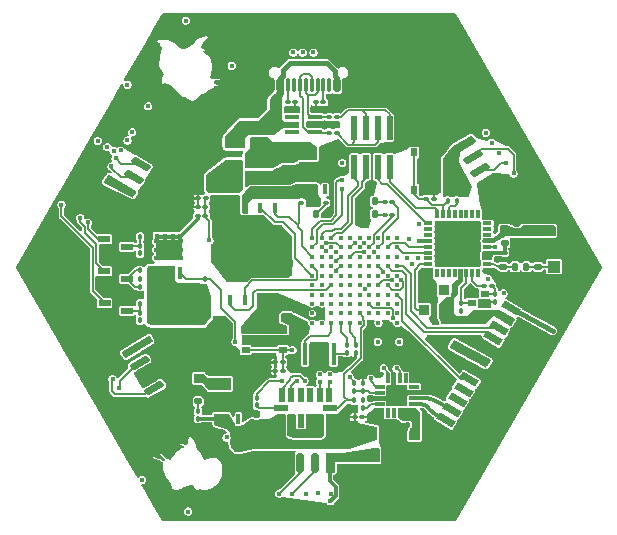
<source format=gbr>
%TF.GenerationSoftware,KiCad,Pcbnew,9.0.3*%
%TF.CreationDate,2025-09-26T09:37:03+02:00*%
%TF.ProjectId,PCB_PAPI,5043425f-5041-4504-992e-6b696361645f,rev?*%
%TF.SameCoordinates,Original*%
%TF.FileFunction,Copper,L1,Top*%
%TF.FilePolarity,Positive*%
%FSLAX46Y46*%
G04 Gerber Fmt 4.6, Leading zero omitted, Abs format (unit mm)*
G04 Created by KiCad (PCBNEW 9.0.3) date 2025-09-26 09:37:03*
%MOMM*%
%LPD*%
G01*
G04 APERTURE LIST*
G04 Aperture macros list*
%AMRoundRect*
0 Rectangle with rounded corners*
0 $1 Rounding radius*
0 $2 $3 $4 $5 $6 $7 $8 $9 X,Y pos of 4 corners*
0 Add a 4 corners polygon primitive as box body*
4,1,4,$2,$3,$4,$5,$6,$7,$8,$9,$2,$3,0*
0 Add four circle primitives for the rounded corners*
1,1,$1+$1,$2,$3*
1,1,$1+$1,$4,$5*
1,1,$1+$1,$6,$7*
1,1,$1+$1,$8,$9*
0 Add four rect primitives between the rounded corners*
20,1,$1+$1,$2,$3,$4,$5,0*
20,1,$1+$1,$4,$5,$6,$7,0*
20,1,$1+$1,$6,$7,$8,$9,0*
20,1,$1+$1,$8,$9,$2,$3,0*%
%AMRotRect*
0 Rectangle, with rotation*
0 The origin of the aperture is its center*
0 $1 length*
0 $2 width*
0 $3 Rotation angle, in degrees counterclockwise*
0 Add horizontal line*
21,1,$1,$2,0,0,$3*%
G04 Aperture macros list end*
%TA.AperFunction,SMDPad,CuDef*%
%ADD10RoundRect,0.100000X-0.100000X0.130000X-0.100000X-0.130000X0.100000X-0.130000X0.100000X0.130000X0*%
%TD*%
%TA.AperFunction,SMDPad,CuDef*%
%ADD11R,0.650000X0.600000*%
%TD*%
%TA.AperFunction,SMDPad,CuDef*%
%ADD12R,0.350000X0.700000*%
%TD*%
%TA.AperFunction,SMDPad,CuDef*%
%ADD13RoundRect,0.147500X0.147500X0.172500X-0.147500X0.172500X-0.147500X-0.172500X0.147500X-0.172500X0*%
%TD*%
%TA.AperFunction,SMDPad,CuDef*%
%ADD14RoundRect,0.140000X0.140000X0.170000X-0.140000X0.170000X-0.140000X-0.170000X0.140000X-0.170000X0*%
%TD*%
%TA.AperFunction,SMDPad,CuDef*%
%ADD15RoundRect,0.100000X0.100000X-0.130000X0.100000X0.130000X-0.100000X0.130000X-0.100000X-0.130000X0*%
%TD*%
%TA.AperFunction,SMDPad,CuDef*%
%ADD16RoundRect,0.150000X0.531218X-0.479904X0.681218X-0.220096X-0.531218X0.479904X-0.681218X0.220096X0*%
%TD*%
%TA.AperFunction,SMDPad,CuDef*%
%ADD17RoundRect,0.250000X0.870929X-0.791506X1.120929X-0.358494X-0.870929X0.791506X-1.120929X0.358494X0*%
%TD*%
%TA.AperFunction,SMDPad,CuDef*%
%ADD18RoundRect,0.150000X0.150000X0.425000X-0.150000X0.425000X-0.150000X-0.425000X0.150000X-0.425000X0*%
%TD*%
%TA.AperFunction,SMDPad,CuDef*%
%ADD19RoundRect,0.075000X0.075000X0.500000X-0.075000X0.500000X-0.075000X-0.500000X0.075000X-0.500000X0*%
%TD*%
%TA.AperFunction,SMDPad,CuDef*%
%ADD20RoundRect,0.250000X0.840000X0.750000X-0.840000X0.750000X-0.840000X-0.750000X0.840000X-0.750000X0*%
%TD*%
%TA.AperFunction,SMDPad,CuDef*%
%ADD21RoundRect,0.140000X0.170000X-0.140000X0.170000X0.140000X-0.170000X0.140000X-0.170000X-0.140000X0*%
%TD*%
%TA.AperFunction,SMDPad,CuDef*%
%ADD22RoundRect,0.100000X0.130000X0.100000X-0.130000X0.100000X-0.130000X-0.100000X0.130000X-0.100000X0*%
%TD*%
%TA.AperFunction,ComponentPad*%
%ADD23C,0.800000*%
%TD*%
%TA.AperFunction,ComponentPad*%
%ADD24C,5.000000*%
%TD*%
%TA.AperFunction,SMDPad,CuDef*%
%ADD25R,2.200000X1.050000*%
%TD*%
%TA.AperFunction,SMDPad,CuDef*%
%ADD26R,1.050000X1.000000*%
%TD*%
%TA.AperFunction,SMDPad,CuDef*%
%ADD27RoundRect,0.100000X-0.130000X-0.100000X0.130000X-0.100000X0.130000X0.100000X-0.130000X0.100000X0*%
%TD*%
%TA.AperFunction,SMDPad,CuDef*%
%ADD28RoundRect,0.150000X0.150000X0.700000X-0.150000X0.700000X-0.150000X-0.700000X0.150000X-0.700000X0*%
%TD*%
%TA.AperFunction,SMDPad,CuDef*%
%ADD29RoundRect,0.250000X0.250000X1.150000X-0.250000X1.150000X-0.250000X-1.150000X0.250000X-1.150000X0*%
%TD*%
%TA.AperFunction,SMDPad,CuDef*%
%ADD30RoundRect,0.147500X-0.147500X-0.172500X0.147500X-0.172500X0.147500X0.172500X-0.147500X0.172500X0*%
%TD*%
%TA.AperFunction,SMDPad,CuDef*%
%ADD31R,0.405000X0.990000*%
%TD*%
%TA.AperFunction,SMDPad,CuDef*%
%ADD32R,0.405000X0.510000*%
%TD*%
%TA.AperFunction,SMDPad,CuDef*%
%ADD33R,2.235000X1.725000*%
%TD*%
%TA.AperFunction,SMDPad,CuDef*%
%ADD34R,0.077000X0.250000*%
%TD*%
%TA.AperFunction,SMDPad,CuDef*%
%ADD35RoundRect,0.150000X-0.681218X-0.220096X-0.531218X-0.479904X0.681218X0.220096X0.531218X0.479904X0*%
%TD*%
%TA.AperFunction,SMDPad,CuDef*%
%ADD36RoundRect,0.250000X-1.120929X-0.358494X-0.870929X-0.791506X1.120929X0.358494X0.870929X0.791506X0*%
%TD*%
%TA.AperFunction,BGAPad,CuDef*%
%ADD37C,0.400000*%
%TD*%
%TA.AperFunction,SMDPad,CuDef*%
%ADD38R,1.000000X0.550000*%
%TD*%
%TA.AperFunction,SMDPad,CuDef*%
%ADD39R,0.750000X0.550000*%
%TD*%
%TA.AperFunction,SMDPad,CuDef*%
%ADD40R,0.500000X2.000000*%
%TD*%
%TA.AperFunction,SMDPad,CuDef*%
%ADD41R,1.085000X0.550000*%
%TD*%
%TA.AperFunction,SMDPad,CuDef*%
%ADD42RoundRect,0.147500X-0.172500X0.147500X-0.172500X-0.147500X0.172500X-0.147500X0.172500X0.147500X0*%
%TD*%
%TA.AperFunction,SMDPad,CuDef*%
%ADD43RoundRect,0.250000X-0.295000X-0.315000X0.295000X-0.315000X0.295000X0.315000X-0.295000X0.315000X0*%
%TD*%
%TA.AperFunction,SMDPad,CuDef*%
%ADD44R,0.550000X1.145000*%
%TD*%
%TA.AperFunction,SMDPad,CuDef*%
%ADD45R,1.145000X0.550000*%
%TD*%
%TA.AperFunction,SMDPad,CuDef*%
%ADD46R,0.850000X0.300000*%
%TD*%
%TA.AperFunction,SMDPad,CuDef*%
%ADD47R,0.300000X0.850000*%
%TD*%
%TA.AperFunction,SMDPad,CuDef*%
%ADD48R,1.250000X1.250000*%
%TD*%
%TA.AperFunction,SMDPad,CuDef*%
%ADD49R,2.500000X1.700000*%
%TD*%
%TA.AperFunction,SMDPad,CuDef*%
%ADD50R,0.400000X1.900000*%
%TD*%
%TA.AperFunction,SMDPad,CuDef*%
%ADD51RoundRect,0.140000X-0.170000X0.140000X-0.170000X-0.140000X0.170000X-0.140000X0.170000X0.140000X0*%
%TD*%
%TA.AperFunction,SMDPad,CuDef*%
%ADD52RotRect,0.600000X1.550000X60.000000*%
%TD*%
%TA.AperFunction,SMDPad,CuDef*%
%ADD53RotRect,1.200000X1.800000X60.000000*%
%TD*%
%TA.AperFunction,SMDPad,CuDef*%
%ADD54R,0.600000X0.650000*%
%TD*%
%TA.AperFunction,SMDPad,CuDef*%
%ADD55R,0.700000X0.350000*%
%TD*%
%TA.AperFunction,SMDPad,CuDef*%
%ADD56R,0.800000X0.300000*%
%TD*%
%TA.AperFunction,SMDPad,CuDef*%
%ADD57R,0.300000X0.800000*%
%TD*%
%TA.AperFunction,SMDPad,CuDef*%
%ADD58R,3.750000X3.750000*%
%TD*%
%TA.AperFunction,SMDPad,CuDef*%
%ADD59R,1.200000X0.400000*%
%TD*%
%TA.AperFunction,SMDPad,CuDef*%
%ADD60R,0.900000X0.900000*%
%TD*%
%TA.AperFunction,SMDPad,CuDef*%
%ADD61RoundRect,0.150000X0.681218X0.220096X0.531218X0.479904X-0.681218X-0.220096X-0.531218X-0.479904X0*%
%TD*%
%TA.AperFunction,SMDPad,CuDef*%
%ADD62RoundRect,0.250000X1.120929X0.358494X0.870929X0.791506X-1.120929X-0.358494X-0.870929X-0.791506X0*%
%TD*%
%TA.AperFunction,SMDPad,CuDef*%
%ADD63R,0.450000X0.950000*%
%TD*%
%TA.AperFunction,SMDPad,CuDef*%
%ADD64R,4.350000X3.450000*%
%TD*%
%TA.AperFunction,ComponentPad*%
%ADD65C,2.550000*%
%TD*%
%TA.AperFunction,ComponentPad*%
%ADD66C,1.500000*%
%TD*%
%TA.AperFunction,ViaPad*%
%ADD67C,0.400000*%
%TD*%
%TA.AperFunction,Conductor*%
%ADD68C,0.160000*%
%TD*%
%TA.AperFunction,Conductor*%
%ADD69C,0.300000*%
%TD*%
%TA.AperFunction,Conductor*%
%ADD70C,0.200000*%
%TD*%
%TA.AperFunction,Conductor*%
%ADD71C,0.400000*%
%TD*%
G04 APERTURE END LIST*
D10*
%TO.P,R40,1*%
%TO.N,GND*%
X114730000Y-79785000D03*
%TO.P,R40,2*%
%TO.N,Net-(Q4-G)*%
X114730000Y-80425000D03*
%TD*%
D11*
%TO.P,S1,1,NO_1*%
%TO.N,+3.3V*%
X123668705Y-88287982D03*
%TO.P,S1,2,NO_2*%
X126818705Y-88287982D03*
%TO.P,S1,3,COM_1*%
%TO.N,Net-(S1-COM_1)*%
X123668705Y-89987982D03*
%TO.P,S1,4,COM_2*%
X126818705Y-89987982D03*
D12*
%TO.P,S1,5,GND_1*%
%TO.N,GND*%
X123518705Y-89137982D03*
%TO.P,S1,6,GND_2*%
X126968705Y-89137982D03*
%TD*%
D13*
%TO.P,LEDRED1,1,K*%
%TO.N,GND*%
X130591205Y-78467982D03*
%TO.P,LEDRED1,2,A*%
%TO.N,Net-(LEDRED1-A)*%
X129621205Y-78467982D03*
%TD*%
D10*
%TO.P,R19,1*%
%TO.N,+3.3V*%
X140753705Y-76727982D03*
%TO.P,R19,2*%
%TO.N,/ESP32/BOOT1*%
X140753705Y-77367982D03*
%TD*%
D14*
%TO.P,C45,1*%
%TO.N,4.5V*%
X137943705Y-97137982D03*
%TO.P,C45,2*%
%TO.N,GND*%
X136983705Y-97137982D03*
%TD*%
D15*
%TO.P,R44,1*%
%TO.N,Net-(Q5-G)*%
X114730000Y-84655000D03*
%TO.P,R44,2*%
%TO.N,/GREEN*%
X114730000Y-84015000D03*
%TD*%
%TO.P,C28,1*%
%TO.N,+3.3V*%
X146603705Y-79967982D03*
%TO.P,C28,2*%
%TO.N,GND*%
X146603705Y-79327982D03*
%TD*%
D10*
%TO.P,R39,1*%
%TO.N,GND*%
X114730000Y-85425000D03*
%TO.P,R39,2*%
%TO.N,Net-(Q2-G)*%
X114730000Y-86065000D03*
%TD*%
D16*
%TO.P,TOF3,1,1*%
%TO.N,+3.3V*%
X113556269Y-76415081D03*
%TO.P,TOF3,2,2*%
%TO.N,/SCL_TOF3*%
X114181269Y-75332549D03*
%TO.P,TOF3,3,3*%
%TO.N,/SDA_TOF3*%
X114806269Y-74250017D03*
%TO.P,TOF3,4,4*%
%TO.N,GND*%
X115431269Y-73167485D03*
D17*
%TO.P,TOF3,MP,MP*%
X109730083Y-76342228D03*
X113455083Y-69890338D03*
%TD*%
D18*
%TO.P,J1,A1,GND*%
%TO.N,GND*%
X132200000Y-67580000D03*
%TO.P,J1,A4,VBUS*%
%TO.N,VUSB*%
X131400000Y-67580000D03*
D19*
%TO.P,J1,A5,CC1*%
%TO.N,Net-(J1-CC1)*%
X130250000Y-67580000D03*
%TO.P,J1,A6,D+*%
%TO.N,/CONNECTOR/D+*%
X129250000Y-67580000D03*
%TO.P,J1,A7,D-*%
%TO.N,/CONNECTOR/D-*%
X128750000Y-67580000D03*
%TO.P,J1,A8*%
%TO.N,N/C*%
X127750000Y-67580000D03*
D18*
%TO.P,J1,A9,VBUS*%
%TO.N,VUSB*%
X126600000Y-67580000D03*
%TO.P,J1,A12,GND*%
%TO.N,GND*%
X125800000Y-67580000D03*
%TO.P,J1,B1,GND*%
X125800000Y-67580000D03*
%TO.P,J1,B4,VBUS*%
%TO.N,VUSB*%
X126600000Y-67580000D03*
D19*
%TO.P,J1,B5,CC2*%
%TO.N,Net-(J1-CC2)*%
X127250000Y-67580000D03*
%TO.P,J1,B6,D+*%
%TO.N,/CONNECTOR/D+*%
X128250000Y-67580000D03*
%TO.P,J1,B7,D-*%
%TO.N,/CONNECTOR/D-*%
X129750000Y-67580000D03*
%TO.P,J1,B8*%
%TO.N,N/C*%
X130750000Y-67580000D03*
D18*
%TO.P,J1,B9,VBUS*%
%TO.N,VUSB*%
X131400000Y-67580000D03*
%TO.P,J1,B12,GND*%
%TO.N,GND*%
X132200000Y-67580000D03*
D20*
%TO.P,J1,S1,SHIELD*%
X134110000Y-67005000D03*
X134110000Y-63075000D03*
X123890000Y-67005000D03*
X123890000Y-63075000D03*
%TD*%
D21*
%TO.P,C25,1*%
%TO.N,+3.3V*%
X148553705Y-79927982D03*
%TO.P,C25,2*%
%TO.N,GND*%
X148553705Y-78967982D03*
%TD*%
D22*
%TO.P,R2,1*%
%TO.N,/STM32/ADC_VBAT*%
X120258705Y-77897982D03*
%TO.P,R2,2*%
%TO.N,GND*%
X119618705Y-77897982D03*
%TD*%
D10*
%TO.P,C40,1*%
%TO.N,/ESP32/HSE_IN*%
X141913705Y-86032982D03*
%TO.P,C40,2*%
%TO.N,GND*%
X141913705Y-86672982D03*
%TD*%
D15*
%TO.P,C38,1*%
%TO.N,GND*%
X144773705Y-85930000D03*
%TO.P,C38,2*%
%TO.N,Net-(Y2-CRYSTAL__1)*%
X144773705Y-85290000D03*
%TD*%
D23*
%TO.P,H3,1,1*%
%TO.N,GND*%
X137625000Y-101186533D03*
X138174175Y-99860708D03*
X138174175Y-102512358D03*
X139500000Y-99311533D03*
D24*
X139500000Y-101186533D03*
D23*
X139500000Y-103061533D03*
X140825825Y-99860708D03*
X140825825Y-102512358D03*
X141375000Y-101186533D03*
%TD*%
D21*
%TO.P,C22,1*%
%TO.N,4.5V*%
X119650000Y-92310000D03*
%TO.P,C22,2*%
%TO.N,GND*%
X119650000Y-91350000D03*
%TD*%
D15*
%TO.P,R33,1*%
%TO.N,/BAT+*%
X120193705Y-84627982D03*
%TO.P,R33,2*%
%TO.N,/BTN_A*%
X120193705Y-83987982D03*
%TD*%
D25*
%TO.P,J2,1,1*%
%TO.N,GND*%
X151303705Y-81472982D03*
%TO.P,J2,2,2*%
X151303705Y-84422982D03*
D26*
%TO.P,J2,3,3*%
%TO.N,Net-(C29-Pad1)*%
X149778705Y-82947982D03*
%TD*%
D22*
%TO.P,C44,1*%
%TO.N,4.5V*%
X137988705Y-96327982D03*
%TO.P,C44,2*%
%TO.N,GND*%
X137348705Y-96327982D03*
%TD*%
D27*
%TO.P,R29,1*%
%TO.N,/FLASH_CS*%
X128380000Y-77517982D03*
%TO.P,R29,2*%
%TO.N,+3.3V*%
X129020000Y-77517982D03*
%TD*%
D28*
%TO.P,TOF2,1,1*%
%TO.N,+3.3V*%
X130778705Y-99547982D03*
%TO.P,TOF2,2,2*%
%TO.N,/SCL_TOF2*%
X129528705Y-99547982D03*
%TO.P,TOF2,3,3*%
%TO.N,/SDA_TOF2*%
X128278705Y-99547982D03*
%TO.P,TOF2,4,4*%
%TO.N,GND*%
X127028705Y-99547982D03*
D29*
%TO.P,TOF2,MP,MP*%
X132628705Y-102897982D03*
X125178705Y-102897982D03*
%TD*%
D30*
%TO.P,LEDBLUE1,1,K*%
%TO.N,GND*%
X133640000Y-77407982D03*
%TO.P,LEDBLUE1,2,A*%
%TO.N,Net-(LEDBLUE1-A)*%
X134610000Y-77407982D03*
%TD*%
D31*
%TO.P,Q3,1,S_1*%
%TO.N,/BAT+*%
X116153705Y-83497982D03*
%TO.P,Q3,2,S_2*%
X116813705Y-83497982D03*
%TO.P,Q3,3,S_3*%
X117473705Y-83497982D03*
%TO.P,Q3,4,G*%
%TO.N,/BTN_A*%
X118133705Y-83497982D03*
D32*
%TO.P,Q3,5,D_1*%
%TO.N,VBAT+*%
X118133705Y-80387982D03*
%TO.P,Q3,6,D_2*%
X117473705Y-80387982D03*
%TO.P,Q3,7,D_3*%
X116813705Y-80387982D03*
%TO.P,Q3,8,D_4*%
X116153705Y-80387982D03*
D33*
%TO.P,Q3,9,D_5*%
X117143705Y-81505982D03*
D34*
%TO.P,Q3,10,D_6*%
X118299705Y-80767982D03*
%TO.P,Q3,11,D_7*%
X115987705Y-80767982D03*
%TD*%
D10*
%TO.P,R43,1*%
%TO.N,Net-(Q4-G)*%
X114730000Y-81185000D03*
%TO.P,R43,2*%
%TO.N,/RED*%
X114730000Y-81825000D03*
%TD*%
D27*
%TO.P,R10,1*%
%TO.N,/CONNECTOR/D+*%
X130743705Y-71587982D03*
%TO.P,R10,2*%
%TO.N,/CONNECTOR/DATA+OUT*%
X131383705Y-71587982D03*
%TD*%
D21*
%TO.P,C29,1*%
%TO.N,Net-(C29-Pad1)*%
X148403705Y-82947982D03*
%TO.P,C29,2*%
%TO.N,GND*%
X148403705Y-81987982D03*
%TD*%
D22*
%TO.P,R4,1*%
%TO.N,/STM32/LED1*%
X136080000Y-77430000D03*
%TO.P,R4,2*%
%TO.N,Net-(LEDBLUE1-A)*%
X135440000Y-77430000D03*
%TD*%
D35*
%TO.P,TOF1,1,1*%
%TO.N,+3.3V*%
X142277455Y-72549184D03*
%TO.P,TOF1,2,2*%
%TO.N,/SCL_TOF1*%
X142902455Y-73631716D03*
%TO.P,TOF1,3,3*%
%TO.N,/SDA_TOF1*%
X143527455Y-74714248D03*
%TO.P,TOF1,4,4*%
%TO.N,GND*%
X144152455Y-75796780D03*
D36*
%TO.P,TOF1,MP,MP*%
X144253641Y-69272037D03*
X147978641Y-75723927D03*
%TD*%
D37*
%TO.P,U1,A1,PC14*%
%TO.N,unconnected-(U1-PC14-PadA1)*%
X129303705Y-87697982D03*
%TO.P,U1,A2,PC13*%
%TO.N,unconnected-(U1-PC13-PadA2)*%
X129303705Y-86897982D03*
%TO.P,U1,A3,PE2*%
%TO.N,/ACCEL_CLK*%
X129303705Y-86097982D03*
%TO.P,U1,A4,PB9*%
%TO.N,/SDA_TOF2*%
X129303705Y-85297982D03*
%TO.P,U1,A5,PB7*%
%TO.N,/LIDAR_PWM*%
X129303705Y-84497982D03*
%TO.P,U1,A6,PB4*%
%TO.N,/FLASH_MISO*%
X129303705Y-83697982D03*
%TO.P,U1,A7,PB3*%
%TO.N,/FLASH_CLK*%
X129303705Y-82897982D03*
%TO.P,U1,A8,PA15*%
%TO.N,/FLASH_CS*%
X129303705Y-82097982D03*
%TO.P,U1,A9,PA14*%
%TO.N,/SWCLK*%
X129303705Y-81297982D03*
%TO.P,U1,A10,PA13*%
%TO.N,/SWDIO*%
X129303705Y-80497982D03*
%TO.P,U1,B1,PC15*%
%TO.N,unconnected-(U1-PC15-PadB1)*%
X130103705Y-87697982D03*
%TO.P,U1,B2,VBAT*%
%TO.N,+3.3V*%
X130103705Y-86897982D03*
%TO.P,U1,B3,PE3*%
%TO.N,unconnected-(U1-PE3-PadB3)*%
X130103705Y-86097982D03*
%TO.P,U1,B4,PB8*%
%TO.N,/SCL_TOF2*%
X130103705Y-85297982D03*
%TO.P,U1,B5,PB6*%
%TO.N,unconnected-(U1-PB6-PadB5)*%
X130103705Y-84497982D03*
%TO.P,U1,B6,PD5*%
%TO.N,/BLUE*%
X130103705Y-83697982D03*
%TO.P,U1,B7,PD2*%
%TO.N,/GREEN*%
X130103705Y-82897982D03*
%TO.P,U1,B8,PC11*%
%TO.N,/STM32/ADC_VBAT*%
X130103705Y-82097982D03*
%TO.P,U1,B9,PC10*%
%TO.N,unconnected-(U1-PC10-PadB9)*%
X130103705Y-81297982D03*
%TO.P,U1,B10,PA12*%
%TO.N,/D+STM32*%
X130103705Y-80497982D03*
%TO.P,U1,C1,PH0*%
%TO.N,/STM32/HSE_IN*%
X130903705Y-87697982D03*
%TO.P,U1,C2,VSS*%
%TO.N,GND*%
X130903705Y-86897982D03*
%TO.P,U1,C3,PE4*%
%TO.N,unconnected-(U1-PE4-PadC3)*%
X130903705Y-86097982D03*
%TO.P,U1,C4,PE1*%
%TO.N,/STM32/Tx8_LIDAR*%
X130903705Y-85297982D03*
%TO.P,U1,C5,PB5*%
%TO.N,/FLASH_MOSI*%
X130903705Y-84497982D03*
%TO.P,U1,C6,PD6*%
%TO.N,unconnected-(U1-PD6-PadC6)*%
X130903705Y-83697982D03*
%TO.P,U1,C7,PD3*%
%TO.N,/RED*%
X130903705Y-82897982D03*
%TO.P,U1,C8,PC12*%
%TO.N,unconnected-(U1-PC12-PadC8)*%
X130903705Y-82097982D03*
%TO.P,U1,C9,PA9*%
%TO.N,unconnected-(U1-PA9-PadC9)*%
X130903705Y-81297982D03*
%TO.P,U1,C10,PA11*%
%TO.N,/D-STM32*%
X130903705Y-80497982D03*
%TO.P,U1,D1,PH1*%
%TO.N,/STM32/HSE_OUT*%
X131703705Y-87697982D03*
%TO.P,U1,D2,VDD*%
%TO.N,+3.3V*%
X131703705Y-86897982D03*
%TO.P,U1,D3,PE5*%
%TO.N,/ACCEL_MISO*%
X131703705Y-86097982D03*
%TO.P,U1,D4,PE0*%
%TO.N,/RX_LIDAR*%
X131703705Y-85297982D03*
%TO.P,U1,D5,BOOT0*%
%TO.N,Net-(S1-COM_1)*%
X131703705Y-84497982D03*
%TO.P,U1,D6,PD7*%
%TO.N,unconnected-(U1-PD7-PadD6)*%
X131703705Y-83697982D03*
%TO.P,U1,D7,PD4*%
%TO.N,/SAI_FS*%
X131703705Y-82897982D03*
%TO.P,U1,D8,PD0*%
%TO.N,/SAI_CLK*%
X131703705Y-82097982D03*
%TO.P,U1,D9,PA8*%
%TO.N,/SCL_TOF3*%
X131703705Y-81297982D03*
%TO.P,U1,D10,PA10*%
%TO.N,/GPIO_MOT3*%
X131703705Y-80497982D03*
%TO.P,U1,E1,NRST*%
%TO.N,/NRST*%
X132503705Y-87697982D03*
%TO.P,U1,E2,PC2_C*%
%TO.N,/ACCEL_INT2*%
X132503705Y-86897982D03*
%TO.P,U1,E3,PE6*%
%TO.N,/ACCEL_MOSI*%
X132503705Y-86097982D03*
%TO.P,U1,E4,VSS*%
%TO.N,GND*%
X132503705Y-85297982D03*
%TO.P,U1,E5,VSS*%
X132503705Y-84497982D03*
%TO.P,U1,E6,VSS*%
X132503705Y-83697982D03*
%TO.P,U1,E7,VCAP*%
%TO.N,Net-(C7-Pad1)*%
X132503705Y-82897982D03*
%TO.P,U1,E8,PD1*%
%TO.N,/SAI_SD*%
X132503705Y-82097982D03*
%TO.P,U1,E9,PC9*%
%TO.N,/SDA_TOF3*%
X132503705Y-81297982D03*
%TO.P,U1,E10,PC7*%
%TO.N,/RX_MOT3*%
X132503705Y-80497982D03*
%TO.P,U1,F1,PC0*%
%TO.N,/ACCEL_INT1*%
X133303705Y-87697982D03*
%TO.P,U1,F2,PC1*%
%TO.N,/ACCEL_CS*%
X133303705Y-86897982D03*
%TO.P,U1,F3,PC3_C*%
%TO.N,unconnected-(U1-PC3_C-PadF3)*%
X133303705Y-86097982D03*
%TO.P,U1,F4,VDDLDO*%
%TO.N,+3.3V*%
X133303705Y-85297982D03*
%TO.P,U1,F5,VDD*%
X133303705Y-84497982D03*
%TO.P,U1,F6,VDD33_USB*%
X133303705Y-83697982D03*
%TO.P,U1,F7,PDR_ON*%
%TO.N,unconnected-(U1-PDR_ON-PadF7)*%
X133303705Y-82897982D03*
%TO.P,U1,F8,VCAP*%
%TO.N,Net-(C10-Pad1)*%
X133303705Y-82097982D03*
%TO.P,U1,F9,PC8*%
%TO.N,unconnected-(U1-PC8-PadF9)*%
X133303705Y-81297982D03*
%TO.P,U1,F10,PC6*%
%TO.N,/TX_MOT3*%
X133303705Y-80497982D03*
%TO.P,U1,G1,VSSA*%
%TO.N,GND*%
X134103705Y-87697982D03*
%TO.P,U1,G2,PA0*%
%TO.N,/TX_MOT2*%
X134103705Y-86897982D03*
%TO.P,U1,G3,PA4*%
%TO.N,/AMPLI_SD_MODE*%
X134103705Y-86097982D03*
%TO.P,U1,G4,PC4*%
%TO.N,unconnected-(U1-PC4-PadG4)*%
X134103705Y-85297982D03*
%TO.P,U1,G5,PB2*%
%TO.N,unconnected-(U1-PB2-PadG5)*%
X134103705Y-84497982D03*
%TO.P,U1,G6,PE10*%
%TO.N,unconnected-(U1-PE10-PadG6)*%
X134103705Y-83697982D03*
%TO.P,U1,G7,PE14*%
%TO.N,unconnected-(U1-PE14-PadG7)*%
X134103705Y-82897982D03*
%TO.P,U1,G8,PD15*%
%TO.N,unconnected-(U1-PD15-PadG8)*%
X134103705Y-82097982D03*
%TO.P,U1,G9,PD11*%
%TO.N,/STM32/LED0*%
X134103705Y-81297982D03*
%TO.P,U1,G10,PB15*%
%TO.N,/RX_MOT1*%
X134103705Y-80497982D03*
%TO.P,U1,H1,VDDA*%
%TO.N,+3.3V*%
X134903705Y-87697982D03*
%TO.P,U1,H2,PA1*%
%TO.N,/RX_MOT2*%
X134903705Y-86897982D03*
%TO.P,U1,H3,PA5*%
%TO.N,unconnected-(U1-PA5-PadH3)*%
X134903705Y-86097982D03*
%TO.P,U1,H4,PC5*%
%TO.N,unconnected-(U1-PC5-PadH4)*%
X134903705Y-85297982D03*
%TO.P,U1,H5,PE7*%
%TO.N,/RX_SUP*%
X134903705Y-84497982D03*
%TO.P,U1,H6,PE11*%
%TO.N,unconnected-(U1-PE11-PadH6)*%
X134903705Y-83697982D03*
%TO.P,U1,H7,PE15*%
%TO.N,/GND_CONTROl_GPIO*%
X134903705Y-82897982D03*
%TO.P,U1,H8,PD14*%
%TO.N,unconnected-(U1-PD14-PadH8)*%
X134903705Y-82097982D03*
%TO.P,U1,H9,PD10*%
%TO.N,/STM32/LED1*%
X134903705Y-81297982D03*
%TO.P,U1,H10,PB14*%
%TO.N,/TX_MOT1*%
X134903705Y-80497982D03*
%TO.P,U1,J1,VSS*%
%TO.N,GND*%
X135703705Y-87697982D03*
%TO.P,U1,J2,PA2*%
%TO.N,unconnected-(U1-PA2-PadJ2)*%
X135703705Y-86897982D03*
%TO.P,U1,J3,PA6*%
%TO.N,unconnected-(U1-PA6-PadJ3)*%
X135703705Y-86097982D03*
%TO.P,U1,J4,PB0*%
%TO.N,unconnected-(U1-PB0-PadJ4)*%
X135703705Y-85297982D03*
%TO.P,U1,J5,PE8*%
%TO.N,/TX_SUP*%
X135703705Y-84497982D03*
%TO.P,U1,J6,PE12*%
%TO.N,unconnected-(U1-PE12-PadJ6)*%
X135703705Y-83697982D03*
%TO.P,U1,J7,PB10*%
%TO.N,/SCL_OLED*%
X135703705Y-82897982D03*
%TO.P,U1,J8,PB13*%
%TO.N,unconnected-(U1-PB13-PadJ8)*%
X135703705Y-82097982D03*
%TO.P,U1,J9,PD9*%
%TO.N,/ESP32_TX*%
X135703705Y-81297982D03*
%TO.P,U1,J10,PD13*%
%TO.N,/SDA_TOF1*%
X135703705Y-80497982D03*
%TO.P,U1,K1,VDD*%
%TO.N,+3.3V*%
X136503705Y-87697982D03*
%TO.P,U1,K2,PA3*%
%TO.N,/GPIO_MOT2*%
X136503705Y-86897982D03*
%TO.P,U1,K3,PA7*%
%TO.N,unconnected-(U1-PA7-PadK3)*%
X136503705Y-86097982D03*
%TO.P,U1,K4,PB1*%
%TO.N,/LED_TIM*%
X136503705Y-85297982D03*
%TO.P,U1,K5,PE9*%
%TO.N,unconnected-(U1-PE9-PadK5)*%
X136503705Y-84497982D03*
%TO.P,U1,K6,PE13*%
%TO.N,unconnected-(U1-PE13-PadK6)*%
X136503705Y-83697982D03*
%TO.P,U1,K7,PB11*%
%TO.N,/SDA_OLED*%
X136503705Y-82897982D03*
%TO.P,U1,K8,PB12*%
%TO.N,/GPIO_MOT1*%
X136503705Y-82097982D03*
%TO.P,U1,K9,PD8*%
%TO.N,/ESP32_RX*%
X136503705Y-81297982D03*
%TO.P,U1,K10,PD12*%
%TO.N,/SCL_TOF1*%
X136503705Y-80497982D03*
%TD*%
D23*
%TO.P,H3,1,1*%
%TO.N,GND*%
X106125000Y-83000000D03*
X106674175Y-81674175D03*
X106674175Y-84325825D03*
X108000000Y-81125000D03*
D24*
X108000000Y-83000000D03*
D23*
X108000000Y-84875000D03*
X109325825Y-81674175D03*
X109325825Y-84325825D03*
X109875000Y-83000000D03*
%TD*%
D38*
%TO.P,Q5,1,G*%
%TO.N,Net-(Q5-G)*%
X113610000Y-83980000D03*
%TO.P,Q5,2,S*%
%TO.N,GND*%
X113610000Y-82680000D03*
%TO.P,Q5,3,D*%
%TO.N,/ACCESOIRES/GREEN1*%
X111710000Y-83330000D03*
%TD*%
D22*
%TO.P,R3,1*%
%TO.N,/STM32/LED0*%
X136070000Y-78527982D03*
%TO.P,R3,2*%
%TO.N,Net-(LEDGREEN1-A)*%
X135430000Y-78527982D03*
%TD*%
%TO.P,C1,1*%
%TO.N,/STM32/ADC_VBAT*%
X120268705Y-77167982D03*
%TO.P,C1,2*%
%TO.N,GND*%
X119628705Y-77167982D03*
%TD*%
D10*
%TO.P,R42,1*%
%TO.N,Net-(Q2-G)*%
X114730000Y-86840000D03*
%TO.P,R42,2*%
%TO.N,/BLUE*%
X114730000Y-87480000D03*
%TD*%
D22*
%TO.P,C39,1*%
%TO.N,+3.3V*%
X140420000Y-87647982D03*
%TO.P,C39,2*%
%TO.N,GND*%
X139780000Y-87647982D03*
%TD*%
D39*
%TO.P,Y2,1,CRYSTAL__1*%
%TO.N,Net-(Y2-CRYSTAL__1)*%
X143913705Y-85252982D03*
%TO.P,Y2,2,GND_1*%
%TO.N,GND*%
X142813705Y-85252982D03*
%TO.P,Y2,3,CRYSTAL__2*%
%TO.N,/ESP32/HSE_IN*%
X142813705Y-86002982D03*
%TO.P,Y2,4,GND_2*%
%TO.N,GND*%
X143913705Y-86002982D03*
%TD*%
D40*
%TO.P,USBJUMP1,1,Pin_1*%
%TO.N,/D+STM32*%
X132853705Y-74497982D03*
%TO.P,USBJUMP1,2,Pin_2*%
%TO.N,/CONNECTOR/DATA+OUT*%
X132853705Y-71197982D03*
%TO.P,USBJUMP1,3,Pin_3*%
%TO.N,/D-STM32*%
X133853705Y-74497982D03*
%TO.P,USBJUMP1,4,Pin_4*%
%TO.N,/CONNECTOR/DATA-OUT*%
X133853705Y-71197982D03*
%TO.P,USBJUMP1,5,Pin_5*%
%TO.N,/D+ESP32*%
X134853705Y-74497982D03*
%TO.P,USBJUMP1,6,Pin_6*%
%TO.N,/CONNECTOR/DATA+OUT*%
X134853705Y-71197982D03*
%TO.P,USBJUMP1,7,Pin_7*%
%TO.N,/D-ESP32*%
X135853705Y-74497982D03*
%TO.P,USBJUMP1,8,Pin_8*%
%TO.N,/CONNECTOR/DATA-OUT*%
X135853705Y-71197982D03*
%TD*%
D10*
%TO.P,R31,1*%
%TO.N,GND*%
X133583705Y-92807982D03*
%TO.P,R31,2*%
%TO.N,Net-(IC6-GAIN_SLOT)*%
X133583705Y-93447982D03*
%TD*%
D41*
%TO.P,D3,1,K*%
%TO.N,4.5V*%
X124983705Y-72397982D03*
%TO.P,D3,2,A*%
%TO.N,VUSB*%
X122703705Y-72397982D03*
%TD*%
%TO.P,D2,1,K*%
%TO.N,4.5V*%
X124943705Y-74297982D03*
%TO.P,D2,2,A*%
%TO.N,+5V*%
X122663705Y-74297982D03*
%TD*%
D42*
%TO.P,LEDRED2,1,K*%
%TO.N,GND*%
X119640000Y-93375000D03*
%TO.P,LEDRED2,2,A*%
%TO.N,Net-(LEDRED2-A)*%
X119640000Y-94345000D03*
%TD*%
D43*
%TO.P,C43,1*%
%TO.N,3.3VSENSOR*%
X134273705Y-97100000D03*
%TO.P,C43,2*%
%TO.N,GND*%
X135703705Y-97100000D03*
%TD*%
D22*
%TO.P,C42,1*%
%TO.N,GND*%
X133543705Y-95687982D03*
%TO.P,C42,2*%
%TO.N,3.3VSENSOR*%
X132903705Y-95687982D03*
%TD*%
D44*
%TO.P,IC5,1,VDD_I/O*%
%TO.N,3.3VSENSOR*%
X126743705Y-95993982D03*
%TO.P,IC5,2,GND_1*%
%TO.N,GND*%
X127543705Y-95993982D03*
%TO.P,IC5,3,RESERVED_1*%
%TO.N,unconnected-(IC5-RESERVED_1-Pad3)*%
X128343705Y-95993982D03*
%TO.P,IC5,4,GND_2*%
%TO.N,GND*%
X129143705Y-95993982D03*
%TO.P,IC5,5,GND_3*%
X129943705Y-95993982D03*
%TO.P,IC5,6,VS*%
%TO.N,3.3VSENSOR*%
X130743705Y-95993982D03*
D45*
%TO.P,IC5,7,~{CS}*%
%TO.N,/ACCEL_CS*%
X130841705Y-94895982D03*
D44*
%TO.P,IC5,8,INT1*%
%TO.N,Net-(IC5-INT1)*%
X130743705Y-93797982D03*
%TO.P,IC5,9,INT2*%
%TO.N,Net-(IC5-INT2)*%
X129943705Y-93797982D03*
%TO.P,IC5,10,NC*%
%TO.N,unconnected-(IC5-NC-Pad10)*%
X129143705Y-93797982D03*
%TO.P,IC5,11,RESERVED_2*%
%TO.N,unconnected-(IC5-RESERVED_2-Pad11)*%
X128343705Y-93797982D03*
%TO.P,IC5,12,SDO/ALT_ADDRESS*%
%TO.N,/ACCEL_MISO*%
X127543705Y-93797982D03*
%TO.P,IC5,13,SDA/SDI/SDIO*%
%TO.N,/ACCEL_MOSI*%
X126743705Y-93797982D03*
D45*
%TO.P,IC5,14,SCL/SCLK*%
%TO.N,Net-(IC5-SCL{slash}SCLK)*%
X126645705Y-94895982D03*
%TD*%
D23*
%TO.P,H3,1,1*%
%TO.N,GND*%
X137625000Y-64813467D03*
X138174175Y-63487642D03*
X138174175Y-66139292D03*
X139500000Y-62938467D03*
D24*
X139500000Y-64813467D03*
D23*
X139500000Y-66688467D03*
X140825825Y-63487642D03*
X140825825Y-66139292D03*
X141375000Y-64813467D03*
%TD*%
D46*
%TO.P,IC6,1,DIN*%
%TO.N,/SAI_SD*%
X135003705Y-93097982D03*
%TO.P,IC6,2,GAIN_SLOT*%
%TO.N,Net-(IC6-GAIN_SLOT)*%
X135003705Y-93597982D03*
%TO.P,IC6,3,GND_1*%
%TO.N,GND*%
X135003705Y-94097982D03*
%TO.P,IC6,4,~{SD_MODE}*%
%TO.N,Net-(IC6-~{SD_MODE})*%
X135003705Y-94597982D03*
D47*
%TO.P,IC6,5,N.C._1*%
%TO.N,unconnected-(IC6-N.C._1-Pad5)*%
X135703705Y-95297982D03*
%TO.P,IC6,6,N.C._2*%
%TO.N,unconnected-(IC6-N.C._2-Pad6)*%
X136203705Y-95297982D03*
%TO.P,IC6,7,VDD_1*%
%TO.N,4.5V*%
X136703705Y-95297982D03*
%TO.P,IC6,8,VDD_2*%
X137203705Y-95297982D03*
D46*
%TO.P,IC6,9,OUTP*%
%TO.N,/HP+*%
X137903705Y-94597982D03*
%TO.P,IC6,10,OUTN*%
%TO.N,/HP-*%
X137903705Y-94097982D03*
%TO.P,IC6,11,GND_2*%
%TO.N,GND*%
X137903705Y-93597982D03*
%TO.P,IC6,12,N.C._3*%
%TO.N,unconnected-(IC6-N.C._3-Pad12)*%
X137903705Y-93097982D03*
D47*
%TO.P,IC6,13,N.C._4*%
%TO.N,unconnected-(IC6-N.C._4-Pad13)*%
X137203705Y-92397982D03*
%TO.P,IC6,14,LRCLK*%
%TO.N,/SAI_FS*%
X136703705Y-92397982D03*
%TO.P,IC6,15,GND_3*%
%TO.N,GND*%
X136203705Y-92397982D03*
%TO.P,IC6,16,BCLK*%
%TO.N,/SAI_CLK*%
X135703705Y-92397982D03*
D48*
%TO.P,IC6,17,GND_4*%
%TO.N,GND*%
X136453705Y-93847982D03*
%TD*%
D27*
%TO.P,R9,1*%
%TO.N,/CONNECTOR/D-*%
X130743705Y-70287982D03*
%TO.P,R9,2*%
%TO.N,/CONNECTOR/DATA-OUT*%
X131383705Y-70287982D03*
%TD*%
D47*
%TO.P,IC3,1,GND*%
%TO.N,GND*%
X123025000Y-92940000D03*
%TO.P,IC3,2,EN*%
%TO.N,4.5V*%
X122075000Y-92940000D03*
%TO.P,IC3,3,VIN*%
X121125000Y-92940000D03*
%TO.P,IC3,4,VOUT*%
%TO.N,3.3VSENSOR*%
X121125000Y-95840000D03*
%TO.P,IC3,5,VSENSE*%
X122075000Y-95840000D03*
%TO.P,IC3,6,ADJ/NC*%
%TO.N,unconnected-(IC3-ADJ{slash}NC-Pad6)*%
X123025000Y-95840000D03*
D49*
%TO.P,IC3,7,EP*%
%TO.N,GND*%
X122075000Y-94390000D03*
%TD*%
D27*
%TO.P,R17,1*%
%TO.N,+3.3V*%
X129783705Y-77517982D03*
%TO.P,R17,2*%
%TO.N,Net-(LEDRED1-A)*%
X130423705Y-77517982D03*
%TD*%
D38*
%TO.P,Q4,1,G*%
%TO.N,Net-(Q4-G)*%
X113610000Y-81270000D03*
%TO.P,Q4,2,S*%
%TO.N,GND*%
X113610000Y-79970000D03*
%TO.P,Q4,3,D*%
%TO.N,/ACCESOIRES/RED1*%
X111710000Y-80620000D03*
%TD*%
D21*
%TO.P,C26,1*%
%TO.N,+3.3V*%
X147503705Y-79927982D03*
%TO.P,C26,2*%
%TO.N,GND*%
X147503705Y-78967982D03*
%TD*%
D42*
%TO.P,L2,1*%
%TO.N,+3.3V*%
X145600000Y-79965000D03*
%TO.P,L2,2*%
%TO.N,Net-(IC4-VDDA3P3_1)*%
X145600000Y-80935000D03*
%TD*%
D50*
%TO.P,Y1,1,INPUT*%
%TO.N,/STM32/HSE_IN*%
X128703705Y-90297982D03*
%TO.P,Y1,2,GND*%
%TO.N,GND*%
X129903705Y-90297982D03*
%TO.P,Y1,3,OUTPUT*%
%TO.N,Net-(Y1-OUTPUT)*%
X131103705Y-90297982D03*
%TD*%
D51*
%TO.P,C21,1*%
%TO.N,4.5V*%
X127103705Y-73687982D03*
%TO.P,C21,2*%
%TO.N,GND*%
X127103705Y-74647982D03*
%TD*%
D10*
%TO.P,R30,1*%
%TO.N,/AMPLI_SD_MODE*%
X133573705Y-94237982D03*
%TO.P,R30,2*%
%TO.N,Net-(IC6-~{SD_MODE})*%
X133573705Y-94877982D03*
%TD*%
D27*
%TO.P,R1,1*%
%TO.N,VBAT+*%
X119618705Y-78627982D03*
%TO.P,R1,2*%
%TO.N,/STM32/ADC_VBAT*%
X120258705Y-78627982D03*
%TD*%
D52*
%TO.P,J5,1,1*%
%TO.N,/HP+*%
X140607965Y-95942917D03*
%TO.P,J5,2,2*%
%TO.N,/HP-*%
X141107965Y-95076891D03*
%TO.P,J5,3,3*%
%TO.N,/RX_SUP*%
X141607965Y-94210866D03*
%TO.P,J5,4,4*%
%TO.N,/TX_SUP*%
X142107965Y-93344841D03*
%TO.P,J5,5,5*%
%TO.N,/LED_TIM*%
X142607965Y-92478815D03*
%TO.P,J5,6,6*%
%TO.N,GND*%
X143107965Y-91612790D03*
%TO.P,J5,7,7*%
%TO.N,4.5V*%
X143607965Y-90746764D03*
%TO.P,J5,8,8*%
%TO.N,GND*%
X144107965Y-89880739D03*
%TO.P,J5,9,9*%
%TO.N,/SCL_OLED*%
X144607965Y-89014713D03*
%TO.P,J5,10,10*%
%TO.N,/SDA_OLED*%
X145107965Y-88148688D03*
%TO.P,J5,11,11*%
%TO.N,+3.3V*%
X145607965Y-87282663D03*
%TO.P,J5,12,12*%
%TO.N,/GND_CONTROLLED*%
X146107965Y-86416637D03*
D53*
%TO.P,J5,13,MP1*%
%TO.N,GND*%
X143313813Y-99006250D03*
%TO.P,J5,14,MP2*%
X150113813Y-87228304D03*
%TD*%
D54*
%TO.P,S2,1,NO_1*%
%TO.N,/ESP32/BOOT1*%
X137916205Y-76422982D03*
%TO.P,S2,2,NO_2*%
X137916205Y-73272982D03*
%TO.P,S2,3,COM_1*%
%TO.N,GND*%
X139616205Y-76422982D03*
%TO.P,S2,4,COM_2*%
X139616205Y-73272982D03*
D55*
%TO.P,S2,5,GND_1*%
X138766205Y-76572982D03*
%TO.P,S2,6,GND_2*%
X138766205Y-73122982D03*
%TD*%
D56*
%TO.P,IC4,1,ANT*%
%TO.N,Net-(IC4-ANT)*%
X144103705Y-82747982D03*
%TO.P,IC4,2,VDDA3P3_1*%
%TO.N,Net-(IC4-VDDA3P3_1)*%
X144103705Y-82247982D03*
%TO.P,IC4,3,VDDA3P3_2*%
X144103705Y-81747982D03*
%TO.P,IC4,4,CHIP_PU*%
%TO.N,/ESP32/CHIP_PU*%
X144103705Y-81247982D03*
%TO.P,IC4,5,VDDPST1*%
%TO.N,+3.3V*%
X144103705Y-80747982D03*
%TO.P,IC4,6,XTAL_32K_P*%
%TO.N,unconnected-(IC4-XTAL_32K_P-Pad6)*%
X144103705Y-80247982D03*
%TO.P,IC4,7,XTAL_32K_N*%
%TO.N,unconnected-(IC4-XTAL_32K_N-Pad7)*%
X144103705Y-79747982D03*
%TO.P,IC4,8,GPIO2*%
%TO.N,unconnected-(IC4-GPIO2-Pad8)*%
X144103705Y-79247982D03*
D57*
%TO.P,IC4,9,GPIO3*%
%TO.N,unconnected-(IC4-GPIO3-Pad9)*%
X143353705Y-78497982D03*
%TO.P,IC4,10,MTMS*%
%TO.N,unconnected-(IC4-MTMS-Pad10)*%
X142853705Y-78497982D03*
%TO.P,IC4,11,MTDI*%
%TO.N,unconnected-(IC4-MTDI-Pad11)*%
X142353705Y-78497982D03*
%TO.P,IC4,12,MTCK*%
%TO.N,unconnected-(IC4-MTCK-Pad12)*%
X141853705Y-78497982D03*
%TO.P,IC4,13,MTDO*%
%TO.N,unconnected-(IC4-MTDO-Pad13)*%
X141353705Y-78497982D03*
%TO.P,IC4,14,GPIO8*%
%TO.N,/ESP32/BOOT0*%
X140853705Y-78497982D03*
%TO.P,IC4,15,GPIO9*%
%TO.N,/ESP32/BOOT1*%
X140353705Y-78497982D03*
%TO.P,IC4,16,GPIO12*%
%TO.N,/D-ESP32*%
X139853705Y-78497982D03*
D56*
%TO.P,IC4,17,GPIO13*%
%TO.N,/D+ESP32*%
X139103705Y-79247982D03*
%TO.P,IC4,18,GPIO14*%
%TO.N,unconnected-(IC4-GPIO14-Pad18)*%
X139103705Y-79747982D03*
%TO.P,IC4,19,GPIO15*%
%TO.N,unconnected-(IC4-GPIO15-Pad19)*%
X139103705Y-80247982D03*
%TO.P,IC4,20,VDDPST2*%
%TO.N,+3.3V*%
X139103705Y-80747982D03*
%TO.P,IC4,21,U0TXD*%
%TO.N,/ESP32_TX*%
X139103705Y-81247982D03*
%TO.P,IC4,22,U0RXD*%
%TO.N,/ESP32_RX*%
X139103705Y-81747982D03*
%TO.P,IC4,23,SDIO_CMD*%
%TO.N,unconnected-(IC4-SDIO_CMD-Pad23)*%
X139103705Y-82247982D03*
%TO.P,IC4,24,SDIO_CLK*%
%TO.N,/ESP32/LEDPWM*%
X139103705Y-82747982D03*
D57*
%TO.P,IC4,25,SDIO_DATA0*%
%TO.N,unconnected-(IC4-SDIO_DATA0-Pad25)*%
X139853705Y-83497982D03*
%TO.P,IC4,26,SDIO_DATA1*%
%TO.N,unconnected-(IC4-SDIO_DATA1-Pad26)*%
X140353705Y-83497982D03*
%TO.P,IC4,27,SDIO_DATA2*%
%TO.N,unconnected-(IC4-SDIO_DATA2-Pad27)*%
X140853705Y-83497982D03*
%TO.P,IC4,28,SDIO_DATA3*%
%TO.N,unconnected-(IC4-SDIO_DATA3-Pad28)*%
X141353705Y-83497982D03*
%TO.P,IC4,29,VDDA1*%
%TO.N,+3.3V*%
X141853705Y-83497982D03*
%TO.P,IC4,30,XTAL_N*%
%TO.N,/ESP32/HSE_IN*%
X142353705Y-83497982D03*
%TO.P,IC4,31,XTAL_P*%
%TO.N,/ESP32/HSE_OUT*%
X142853705Y-83497982D03*
%TO.P,IC4,32,VDDA2*%
%TO.N,+3.3V*%
X143353705Y-83497982D03*
D58*
%TO.P,IC4,33,GND*%
%TO.N,GND*%
X141603705Y-80997982D03*
%TD*%
D59*
%TO.P,D1,1,I/O_1*%
%TO.N,/CONNECTOR/D+*%
X129510000Y-71580000D03*
%TO.P,D1,2,GND*%
%TO.N,GND*%
X129510000Y-70930000D03*
%TO.P,D1,3,I/O_2*%
%TO.N,/CONNECTOR/D-*%
X129510000Y-70280000D03*
%TO.P,D1,4,I/O_3*%
%TO.N,unconnected-(D1-I{slash}O_3-Pad4)*%
X127610000Y-70280000D03*
%TO.P,D1,5,VDD*%
%TO.N,VUSB*%
X127610000Y-70930000D03*
%TO.P,D1,6,I/O_4*%
%TO.N,unconnected-(D1-I{slash}O_4-Pad6)*%
X127610000Y-71580000D03*
%TD*%
D60*
%TO.P,LED1,1,DOUT*%
%TO.N,unconnected-(LED1-DOUT-Pad1)*%
X140453705Y-84897982D03*
%TO.P,LED1,2,VDD*%
%TO.N,+3.3V*%
X140453705Y-86597982D03*
%TO.P,LED1,3,DIN*%
%TO.N,/ESP32/LEDPWM*%
X138753705Y-86597982D03*
%TO.P,LED1,4,GND*%
%TO.N,GND*%
X138753705Y-84897982D03*
%TD*%
D10*
%TO.P,R20,1*%
%TO.N,+3.3V*%
X141553705Y-76727982D03*
%TO.P,R20,2*%
%TO.N,/ESP32/BOOT0*%
X141553705Y-77367982D03*
%TD*%
D61*
%TO.P,LIDAR1,1,1*%
%TO.N,/LIDAR_PWM*%
X115929955Y-93246780D03*
%TO.P,LIDAR1,2,2*%
%TO.N,GND*%
X115304955Y-92164248D03*
%TO.P,LIDAR1,3,3*%
%TO.N,/RX_LIDAR*%
X114679955Y-91081716D03*
%TO.P,LIDAR1,4,4*%
%TO.N,+5V*%
X114054955Y-89999184D03*
D62*
%TO.P,LIDAR1,MP,MP*%
%TO.N,GND*%
X113953769Y-96523927D03*
X110228769Y-90072037D03*
%TD*%
D27*
%TO.P,C5,1*%
%TO.N,GND*%
X126170000Y-91747982D03*
%TO.P,C5,2*%
%TO.N,Net-(S1-COM_1)*%
X126810000Y-91747982D03*
%TD*%
D63*
%TO.P,IC7,1,~{CS}*%
%TO.N,/FLASH_CS*%
X126153705Y-77947982D03*
%TO.P,IC7,2,DO_(IO1)*%
%TO.N,/FLASH_MISO*%
X124883705Y-77947982D03*
%TO.P,IC7,3,~{WP_(IO2)}*%
%TO.N,+3.3V*%
X123613705Y-77947982D03*
%TO.P,IC7,4,GND*%
%TO.N,GND*%
X122343705Y-77947982D03*
%TO.P,IC7,5,DI_(IO0)*%
%TO.N,/FLASH_MOSI*%
X122343705Y-85747982D03*
%TO.P,IC7,6,CLK*%
%TO.N,/FLASH_CLK*%
X123613705Y-85747982D03*
%TO.P,IC7,7,~{HOLD_OR_RESET_(IO3)}*%
%TO.N,+3.3V*%
X124883705Y-85747982D03*
%TO.P,IC7,8,VCC*%
X126153705Y-85747982D03*
D64*
%TO.P,IC7,9,EP*%
%TO.N,GND*%
X124248705Y-81847982D03*
%TD*%
D15*
%TO.P,C9,1*%
%TO.N,GND*%
X132963705Y-90230000D03*
%TO.P,C9,2*%
%TO.N,/NRST*%
X132963705Y-89590000D03*
%TD*%
D51*
%TO.P,C32,1*%
%TO.N,Net-(IC4-ANT)*%
X145483705Y-82947982D03*
%TO.P,C32,2*%
%TO.N,GND*%
X145483705Y-83907982D03*
%TD*%
D22*
%TO.P,R6,1*%
%TO.N,Net-(S1-COM_1)*%
X126820000Y-91047982D03*
%TO.P,R6,2*%
%TO.N,GND*%
X126180000Y-91047982D03*
%TD*%
D15*
%TO.P,R18,1*%
%TO.N,3.3VSENSOR*%
X119640000Y-95820000D03*
%TO.P,R18,2*%
%TO.N,Net-(LEDRED2-A)*%
X119640000Y-95180000D03*
%TD*%
D47*
%TO.P,IC2,1,GND*%
%TO.N,GND*%
X130403705Y-73497982D03*
%TO.P,IC2,2,EN*%
%TO.N,4.5V*%
X129453705Y-73497982D03*
%TO.P,IC2,3,VIN*%
X128503705Y-73497982D03*
%TO.P,IC2,4,VOUT*%
%TO.N,+3.3V*%
X128503705Y-76397982D03*
%TO.P,IC2,5,VSENSE*%
X129453705Y-76397982D03*
%TO.P,IC2,6,ADJ/NC*%
%TO.N,unconnected-(IC2-ADJ{slash}NC-Pad6)*%
X130403705Y-76397982D03*
D49*
%TO.P,IC2,7,EP*%
%TO.N,GND*%
X129453705Y-74947982D03*
%TD*%
D30*
%TO.P,LEDGREEN1,1,K*%
%TO.N,GND*%
X133640000Y-78520000D03*
%TO.P,LEDGREEN1,2,A*%
%TO.N,Net-(LEDGREEN1-A)*%
X134610000Y-78520000D03*
%TD*%
D13*
%TO.P,L3,1*%
%TO.N,Net-(C29-Pad1)*%
X147438705Y-82947982D03*
%TO.P,L3,2*%
%TO.N,Net-(IC4-ANT)*%
X146468705Y-82947982D03*
%TD*%
D27*
%TO.P,R8,1*%
%TO.N,Net-(J1-CC2)*%
X127223705Y-69020000D03*
%TO.P,R8,2*%
%TO.N,GND*%
X127863705Y-69020000D03*
%TD*%
D22*
%TO.P,R7,1*%
%TO.N,Net-(J1-CC1)*%
X130253705Y-69020000D03*
%TO.P,R7,2*%
%TO.N,GND*%
X129613705Y-69020000D03*
%TD*%
D10*
%TO.P,R41,1*%
%TO.N,GND*%
X114720000Y-82595000D03*
%TO.P,R41,2*%
%TO.N,Net-(Q5-G)*%
X114720000Y-83235000D03*
%TD*%
D21*
%TO.P,C23,1*%
%TO.N,+3.3V*%
X127103705Y-76507982D03*
%TO.P,C23,2*%
%TO.N,GND*%
X127103705Y-75547982D03*
%TD*%
D15*
%TO.P,R5,1*%
%TO.N,Net-(Y1-OUTPUT)*%
X132203705Y-90220000D03*
%TO.P,R5,2*%
%TO.N,/STM32/HSE_OUT*%
X132203705Y-89580000D03*
%TD*%
%TO.P,C41,1*%
%TO.N,3.3VSENSOR*%
X124593705Y-96167982D03*
%TO.P,C41,2*%
%TO.N,GND*%
X124593705Y-95527982D03*
%TD*%
D21*
%TO.P,C24,1*%
%TO.N,GND*%
X123310000Y-99100000D03*
%TO.P,C24,2*%
%TO.N,3.3VSENSOR*%
X123310000Y-98140000D03*
%TD*%
D27*
%TO.P,C47,1*%
%TO.N,+3.3V*%
X126240000Y-87140000D03*
%TO.P,C47,2*%
%TO.N,GND*%
X126880000Y-87140000D03*
%TD*%
D15*
%TO.P,R32,1*%
%TO.N,Net-(IC6-GAIN_SLOT)*%
X132863705Y-93447982D03*
%TO.P,R32,2*%
%TO.N,4.5V*%
X132863705Y-92807982D03*
%TD*%
D10*
%TO.P,R25,1*%
%TO.N,/ACCEL_CLK*%
X124603705Y-94027982D03*
%TO.P,R25,2*%
%TO.N,Net-(IC5-SCL{slash}SCLK)*%
X124603705Y-94667982D03*
%TD*%
D27*
%TO.P,C30,1*%
%TO.N,Net-(IC4-VDDA3P3_1)*%
X145580000Y-81750000D03*
%TO.P,C30,2*%
%TO.N,GND*%
X146220000Y-81750000D03*
%TD*%
D15*
%TO.P,R28,1*%
%TO.N,3.3VSENSOR*%
X132863705Y-94897982D03*
%TO.P,R28,2*%
%TO.N,/ACCEL_CS*%
X132863705Y-94257982D03*
%TD*%
D38*
%TO.P,Q2,1,G*%
%TO.N,Net-(Q2-G)*%
X113630000Y-86680000D03*
%TO.P,Q2,2,S*%
%TO.N,GND*%
X113630000Y-85380000D03*
%TO.P,Q2,3,D*%
%TO.N,/ACCESOIRES/BLEU1*%
X111730000Y-86030000D03*
%TD*%
D27*
%TO.P,R22,1*%
%TO.N,/ESP32/HSE_OUT*%
X143863705Y-84547982D03*
%TO.P,R22,2*%
%TO.N,Net-(Y2-CRYSTAL__1)*%
X144503705Y-84547982D03*
%TD*%
D22*
%TO.P,C27,1*%
%TO.N,GND*%
X139603705Y-77187982D03*
%TO.P,C27,2*%
%TO.N,/ESP32/BOOT1*%
X138963705Y-77187982D03*
%TD*%
D65*
%TO.P,J3,1,1*%
%TO.N,/BAT+*%
X119173647Y-86476918D03*
%TO.P,J3,2,2*%
%TO.N,GND*%
X121673647Y-90807046D03*
D66*
%TO.P,J3,3,3*%
X114513393Y-98405122D03*
%TO.P,J3,4,4*%
X109013393Y-88878842D03*
%TD*%
D67*
%TO.N,/STM32/ADC_VBAT*%
X120600000Y-80700000D03*
X130103705Y-82097982D03*
%TO.N,GND*%
X111720000Y-79110000D03*
X126114000Y-61750808D03*
X133050000Y-91860000D03*
X117690000Y-103205000D03*
X133410000Y-67005000D03*
X130438000Y-104270000D03*
X143075000Y-101143648D03*
X139102000Y-104270000D03*
X133593705Y-77407982D03*
X109500000Y-91764593D03*
X149218000Y-75506756D03*
X123630000Y-92770000D03*
X128690000Y-91740000D03*
X142353000Y-102394189D03*
X133410000Y-63775000D03*
X141992000Y-103019459D03*
X123190000Y-63075000D03*
X137666000Y-61750808D03*
X145400000Y-75875000D03*
X110030000Y-85400000D03*
X118164000Y-104270000D03*
X139832000Y-61750808D03*
X151400000Y-81200000D03*
X133600000Y-91290000D03*
X106983000Y-78632299D03*
X140003705Y-82597982D03*
X144886000Y-68003512D03*
X124190000Y-100810000D03*
X123948000Y-61750808D03*
X150113813Y-87228304D03*
X147300000Y-83700000D03*
X140003705Y-79397982D03*
X120860000Y-78330000D03*
X145247000Y-68628782D03*
X140725000Y-89000000D03*
X125200000Y-102000000D03*
X117450000Y-61750808D03*
X122504000Y-61750808D03*
X129724000Y-61750808D03*
X124590000Y-67005000D03*
X130490000Y-81650000D03*
X132828705Y-63247982D03*
X150656000Y-88012971D03*
X110944000Y-94265674D03*
X128272000Y-104270000D03*
X146691000Y-71129863D03*
X116965000Y-103205000D03*
X141637000Y-62376079D03*
X144519000Y-98642567D03*
X152100000Y-81900000D03*
X151384000Y-79258378D03*
X120590000Y-96680000D03*
X120540000Y-69470000D03*
X130920000Y-77000000D03*
X121052000Y-104270000D03*
X124400000Y-102800000D03*
X147407000Y-93640404D03*
X111666000Y-95516215D03*
X134103705Y-87697982D03*
X118415000Y-96680000D03*
X137900000Y-92375000D03*
X130903705Y-86897982D03*
X143436000Y-100518378D03*
X136222000Y-61750808D03*
X152106000Y-80508918D03*
X140210000Y-70500000D03*
X123226000Y-61750808D03*
X123190000Y-67705000D03*
X117640000Y-62945000D03*
X152828000Y-81759459D03*
X145775000Y-79050000D03*
X152822000Y-84261349D03*
X140003705Y-81797982D03*
X131160000Y-104270000D03*
X123950000Y-75100000D03*
X145963000Y-96141485D03*
X133700000Y-80900000D03*
X141603705Y-80197982D03*
X140803705Y-80997982D03*
X124670000Y-61750808D03*
X121782000Y-61750808D03*
X121265000Y-62945000D03*
X134110000Y-63775000D03*
X130500000Y-70900000D03*
X139410000Y-69700000D03*
X111676000Y-70503785D03*
X150301000Y-77382567D03*
X117640000Y-69470000D03*
X111250000Y-84100000D03*
X133334000Y-61750808D03*
X128280000Y-61750808D03*
X129300000Y-97150000D03*
X148130737Y-76761826D03*
X116915000Y-62945000D03*
X127530000Y-90690000D03*
X148857000Y-74881485D03*
X124662000Y-104270000D03*
X128653705Y-75347982D03*
X149800000Y-82000000D03*
X124590000Y-63775000D03*
X148496000Y-74256215D03*
X148490000Y-91764593D03*
X143913705Y-86002982D03*
X128250000Y-97150000D03*
X145900000Y-83700000D03*
X104817000Y-82383921D03*
X146360000Y-88500000D03*
X143203705Y-80197982D03*
X121990000Y-66570000D03*
X114300000Y-70400000D03*
X149960000Y-89280000D03*
X135492000Y-104270000D03*
X133400000Y-102900000D03*
X139824000Y-104270000D03*
X152100000Y-84000000D03*
X140803705Y-79397982D03*
X113330000Y-91320000D03*
X138225000Y-82200000D03*
X136053705Y-94247982D03*
X135500000Y-61750808D03*
X121990000Y-68020000D03*
X148553705Y-78967982D03*
X119090000Y-69470000D03*
X149573000Y-89888782D03*
X121774000Y-104270000D03*
X132612000Y-61750808D03*
X123630000Y-91530000D03*
X112388000Y-96766756D03*
X133588705Y-78527982D03*
X140003705Y-80197982D03*
X121060000Y-61750808D03*
X129002000Y-61750808D03*
X121990000Y-63670000D03*
X115465000Y-67300000D03*
X123890000Y-63775000D03*
X142714000Y-101768918D03*
X134500000Y-81700000D03*
X131950000Y-73530000D03*
X133410000Y-67705000D03*
X142403705Y-79397982D03*
X126050000Y-75100000D03*
X136936000Y-104270000D03*
X138900000Y-90300000D03*
X150700000Y-84700000D03*
X134810000Y-63075000D03*
X111305000Y-94890945D03*
X143797000Y-99893107D03*
X112037000Y-69878515D03*
X143203705Y-79397982D03*
X142700000Y-84650000D03*
X133800000Y-79400000D03*
X136853705Y-93447982D03*
X134770000Y-104270000D03*
X131325000Y-81700000D03*
X129280000Y-92740000D03*
X135703705Y-89400000D03*
X146324000Y-95516215D03*
X136550000Y-97810000D03*
X113120000Y-68002704D03*
X152100000Y-85511890D03*
X119815000Y-69470000D03*
X121100000Y-81200000D03*
X152100000Y-82600000D03*
X123100000Y-73500000D03*
X136600000Y-90300000D03*
X105529000Y-84886619D03*
X144763705Y-85920000D03*
X134810000Y-67705000D03*
X137490000Y-80580000D03*
X150700000Y-81200000D03*
X133410000Y-63075000D03*
X128653705Y-74547982D03*
X123053705Y-80450000D03*
X110228769Y-90072037D03*
X113953769Y-96523927D03*
X146600000Y-83700000D03*
X115515000Y-97405000D03*
X143442000Y-65502430D03*
X115515000Y-98855000D03*
X121040000Y-103210000D03*
X122040000Y-98855000D03*
X109730083Y-76342228D03*
X136853705Y-94247982D03*
X134056000Y-61750808D03*
X126828000Y-104270000D03*
X115998000Y-103019459D03*
X143100000Y-89050000D03*
X152100000Y-84700000D03*
X133883705Y-89297982D03*
X107695000Y-88638241D03*
X117690000Y-96680000D03*
X115465000Y-64395000D03*
X150000000Y-81200000D03*
X110630000Y-86120000D03*
X141010000Y-70500000D03*
X118415000Y-103205000D03*
X124660000Y-91910000D03*
X112230000Y-91610000D03*
X145241000Y-97392026D03*
X124400000Y-102000000D03*
X128800000Y-88100000D03*
X118886000Y-104270000D03*
X145400000Y-95500000D03*
X148600000Y-83700000D03*
X112250000Y-76950000D03*
X117442000Y-104270000D03*
X123890000Y-67705000D03*
X136053705Y-93447982D03*
X105168000Y-84261349D03*
X123700000Y-83350000D03*
X144000000Y-94700000D03*
X116730000Y-61750000D03*
X144158000Y-99267837D03*
X131168000Y-61750808D03*
X122496000Y-104270000D03*
X144000000Y-83300000D03*
X112703702Y-77793589D03*
X119815000Y-62945000D03*
X147046000Y-94265674D03*
X123890000Y-67005000D03*
X138300000Y-79325000D03*
X145969000Y-69879323D03*
X148410000Y-88510000D03*
X120338000Y-61750808D03*
X147900000Y-91200000D03*
X148851000Y-91139323D03*
X113110000Y-98017296D03*
X121990000Y-65120000D03*
X123190000Y-66305000D03*
X153550000Y-83010000D03*
X110500000Y-76800000D03*
X127300000Y-69600000D03*
X131890000Y-61750808D03*
X134110000Y-63075000D03*
X124590000Y-66305000D03*
X109861000Y-92389863D03*
X145600000Y-82300000D03*
X143180737Y-68188174D03*
X124750000Y-90620000D03*
X108417000Y-89888782D03*
X123950000Y-75700000D03*
X142720000Y-64251890D03*
X127570000Y-91620000D03*
X122040000Y-98130000D03*
X144525000Y-67378241D03*
X135510000Y-98080000D03*
X124590000Y-67705000D03*
X108778000Y-90514052D03*
X115515000Y-96680000D03*
X107344000Y-78007029D03*
X143203705Y-81797982D03*
X116440000Y-69480000D03*
X151378000Y-86762430D03*
X132600000Y-102900000D03*
X144107965Y-89880739D03*
X127920000Y-87980000D03*
X144253641Y-69272037D03*
X133400000Y-102100000D03*
X144693705Y-95088895D03*
X134100000Y-76600000D03*
X121080000Y-81870000D03*
X146330000Y-70504593D03*
X130253705Y-75347982D03*
X114222373Y-68913175D03*
X124590000Y-63075000D03*
X134810000Y-67005000D03*
X144900000Y-82300000D03*
X122040000Y-101030000D03*
X123560000Y-95710000D03*
X122050000Y-102230000D03*
X143650000Y-93200000D03*
X123940000Y-104270000D03*
X120890000Y-77570000D03*
X126050000Y-75700000D03*
X150000000Y-84700000D03*
X108056000Y-89263512D03*
X127010000Y-83140000D03*
X127103705Y-75547982D03*
X134400000Y-90300000D03*
X123053705Y-81850000D03*
X129716000Y-104270000D03*
X147978641Y-75723927D03*
X106251000Y-86137160D03*
X126836000Y-61750808D03*
X113700000Y-77775000D03*
X137658000Y-104270000D03*
X134250000Y-94100000D03*
X136630000Y-96400000D03*
X149247216Y-83923608D03*
X131300000Y-70900000D03*
X140210000Y-69700000D03*
X122453705Y-82550000D03*
X146500000Y-90400000D03*
X133326000Y-104270000D03*
X123600000Y-102800000D03*
X121070000Y-79120000D03*
X137350000Y-82200000D03*
X148400000Y-81400000D03*
X143081000Y-64877160D03*
X140803705Y-82597982D03*
X145602000Y-96766756D03*
X132600000Y-102100000D03*
X151017000Y-87387701D03*
X149100000Y-82000000D03*
X151745000Y-79883648D03*
X132503705Y-85297982D03*
X138900000Y-83400000D03*
X140210000Y-71300000D03*
X137625000Y-70100000D03*
X132503705Y-84497982D03*
X141923705Y-86682982D03*
X123600000Y-102000000D03*
X115465000Y-65845000D03*
X116359000Y-103644729D03*
X147700000Y-82300000D03*
X134200000Y-102100000D03*
X143313813Y-99006250D03*
X134110000Y-67005000D03*
X123053705Y-82550000D03*
X135925000Y-69127276D03*
X119160000Y-103210000D03*
X139175000Y-89000000D03*
X123190000Y-67005000D03*
X149579000Y-76132026D03*
X147774000Y-73005674D03*
X121225000Y-89200000D03*
X112749000Y-97392026D03*
X139616205Y-73272982D03*
X115276000Y-101768918D03*
X141600000Y-91325000D03*
X109272373Y-77486826D03*
X118365000Y-69470000D03*
X109139000Y-91139323D03*
X125392000Y-61750808D03*
X147052000Y-71755134D03*
X104807000Y-83636079D03*
X138388000Y-61750808D03*
X138380000Y-104270000D03*
X146250000Y-85525000D03*
X127550000Y-104270000D03*
X108130000Y-79860000D03*
X134110000Y-66305000D03*
X143400000Y-69700000D03*
X123700000Y-82700000D03*
X151739000Y-86137160D03*
X148200000Y-86400000D03*
X151400000Y-84700000D03*
X119090000Y-62945000D03*
X108900000Y-75900000D03*
X129900000Y-69600000D03*
X105539000Y-81133381D03*
X134778000Y-61750808D03*
X143940000Y-78690000D03*
X144850000Y-79725000D03*
X141603705Y-80997982D03*
X125200000Y-102800000D03*
X122453705Y-80450000D03*
X111490000Y-81420000D03*
X132503705Y-83697982D03*
X152100000Y-83300000D03*
X118172000Y-61750808D03*
X127558000Y-61750808D03*
X144164000Y-66752971D03*
X134200000Y-95840000D03*
X153189000Y-82384729D03*
X139410000Y-71300000D03*
X134900000Y-92075000D03*
X142403705Y-80997982D03*
X133410000Y-66305000D03*
X141010000Y-69700000D03*
X146300000Y-82300000D03*
X106973000Y-87387701D03*
X141010000Y-71300000D03*
X114420000Y-67180000D03*
X107334000Y-88012971D03*
X141276000Y-61750808D03*
X123218000Y-104270000D03*
X141998000Y-63001349D03*
X146685000Y-94890945D03*
X134110000Y-67705000D03*
X125384000Y-104270000D03*
X134200000Y-102900000D03*
X114740000Y-71470000D03*
X128994000Y-104270000D03*
X142359000Y-63626619D03*
X116240000Y-96680000D03*
X115460000Y-68470000D03*
X104446000Y-83010808D03*
X121990000Y-68745000D03*
X112680000Y-72380000D03*
X138900000Y-93500000D03*
X148135000Y-73630945D03*
X116720000Y-104270000D03*
X150662000Y-78007837D03*
X141631000Y-103644729D03*
X144880000Y-98017296D03*
X132604000Y-104270000D03*
X147503705Y-78967982D03*
X143203705Y-82597982D03*
X149800000Y-83900000D03*
X105890000Y-85511890D03*
X122400000Y-73500000D03*
X106612000Y-86762430D03*
X139600000Y-85700000D03*
X148025000Y-78400000D03*
X126170000Y-91747982D03*
X139110000Y-61750808D03*
X145608000Y-69254052D03*
X147900000Y-83700000D03*
X140546000Y-104270000D03*
X112759000Y-68627974D03*
X147168705Y-90802069D03*
X148129000Y-92389863D03*
X152100000Y-81200000D03*
X147413000Y-72380404D03*
X130446000Y-61750808D03*
X125378705Y-63247982D03*
X147768000Y-93015134D03*
X151023000Y-78633107D03*
X138900000Y-84200000D03*
X136214000Y-104270000D03*
X115465000Y-65120000D03*
X121990000Y-67295000D03*
X138880000Y-95480000D03*
X121990000Y-65845000D03*
X119140000Y-96680000D03*
X153183000Y-83636079D03*
X135120000Y-95190000D03*
X110222000Y-93015134D03*
X123890000Y-66305000D03*
X149212000Y-90514052D03*
X111440000Y-77750000D03*
X122040000Y-100305000D03*
X134810000Y-66305000D03*
X122453705Y-81850000D03*
X105178000Y-81758651D03*
X140554000Y-61750808D03*
X134048000Y-104270000D03*
X141270000Y-104270000D03*
X113100000Y-78810000D03*
X119375000Y-88475000D03*
X121990000Y-69470000D03*
X121990000Y-62945000D03*
X140750000Y-90275000D03*
X115637000Y-102394189D03*
X121370000Y-87500000D03*
X106622000Y-79257570D03*
X127543705Y-87147982D03*
X130253705Y-74547982D03*
X149940000Y-76757296D03*
X146600000Y-78700000D03*
X147000000Y-82300000D03*
X105900000Y-80508110D03*
X121265000Y-69470000D03*
X147300000Y-76100000D03*
X119865000Y-96680000D03*
X123190000Y-63775000D03*
X143803000Y-66127701D03*
X122040000Y-99580000D03*
X137775000Y-82725000D03*
X131740000Y-90800000D03*
X123890000Y-63075000D03*
X135703705Y-87697982D03*
X118365000Y-62945000D03*
X134810000Y-63775000D03*
X142403705Y-82597982D03*
X130591205Y-78467982D03*
X141603705Y-81797982D03*
X126106000Y-104270000D03*
X139410000Y-70500000D03*
X136944000Y-61750808D03*
X140310000Y-93850000D03*
X111490000Y-82260000D03*
X113455083Y-69890338D03*
X115515000Y-101030000D03*
X106261000Y-79882840D03*
X111230000Y-84820000D03*
X115515000Y-100305000D03*
X131882000Y-104270000D03*
%TO.N,+3.3V*%
X130103705Y-86897982D03*
X140453705Y-86597982D03*
X133303705Y-83697982D03*
X124700000Y-88300000D03*
X130828905Y-102808905D03*
X141025000Y-85725000D03*
X134903705Y-87697982D03*
X125300000Y-88300000D03*
X128503705Y-76397982D03*
X142100000Y-75600000D03*
X134600000Y-98600000D03*
X145603705Y-79877982D03*
X129453705Y-76397982D03*
X115410000Y-69360000D03*
X134843705Y-89297982D03*
X148000000Y-79900000D03*
X112500000Y-75900000D03*
X144103705Y-80747982D03*
X143353705Y-83497982D03*
X136503705Y-87697982D03*
X136663705Y-89297982D03*
X144223705Y-83997982D03*
X128200000Y-86400000D03*
X143900000Y-86900000D03*
X112000000Y-75600000D03*
X143100000Y-86900000D03*
X133303705Y-84497982D03*
X134000000Y-98600000D03*
X128980000Y-76097984D03*
X138353705Y-80767982D03*
X128980000Y-76760000D03*
X131703705Y-86897982D03*
X141750000Y-76050000D03*
X141453705Y-84477982D03*
X142350000Y-76100000D03*
X133730000Y-84850000D03*
X133303705Y-85297982D03*
X149350000Y-79900000D03*
%TO.N,Net-(C7-Pad1)*%
X132503705Y-82897982D03*
%TO.N,Net-(C10-Pad1)*%
X133303705Y-82097982D03*
%TO.N,VBAT+*%
X116093705Y-82205982D03*
X118193705Y-81505982D03*
X117493705Y-82205982D03*
X116093705Y-81505982D03*
X116793705Y-81505982D03*
X118193705Y-80805982D03*
X117493705Y-81505982D03*
X117493705Y-80805982D03*
X118193705Y-82205982D03*
X116793705Y-80805982D03*
X116093705Y-80805982D03*
X116793705Y-82205982D03*
%TO.N,+5V*%
X121800000Y-76100000D03*
X114054955Y-89999184D03*
X121100000Y-76100000D03*
X121800000Y-75400000D03*
X115400000Y-89200000D03*
X121100000Y-75400000D03*
X122500000Y-76100000D03*
X122500000Y-75400000D03*
%TO.N,4.5V*%
X137950000Y-95800000D03*
X125400000Y-74200000D03*
X124700000Y-73500000D03*
X124000000Y-74200000D03*
X137950000Y-95250000D03*
X141500000Y-89700000D03*
X142100000Y-90000000D03*
X125400000Y-73500000D03*
X124000000Y-73500000D03*
X122075000Y-92940000D03*
X121590000Y-92580000D03*
X124700000Y-74200000D03*
X132500000Y-92300000D03*
%TO.N,/ESP32/CHIP_PU*%
X144800000Y-81300000D03*
%TO.N,Net-(S1-COM_1)*%
X131703705Y-84497982D03*
X127620000Y-90000787D03*
%TO.N,/NRST*%
X132503705Y-87697982D03*
X129400000Y-64800000D03*
X131850000Y-74150000D03*
%TO.N,/GPIO_MOT1*%
X145100000Y-73350000D03*
X136503705Y-82097982D03*
%TO.N,/TX_MOT1*%
X134903705Y-80497982D03*
X144500000Y-72450000D03*
%TO.N,/RX_MOT1*%
X134103705Y-80497982D03*
X144000000Y-71600000D03*
%TO.N,/RX_MOT2*%
X134903705Y-86897982D03*
X129800000Y-102100000D03*
%TO.N,/TX_MOT2*%
X134103705Y-86897982D03*
X128800000Y-102150000D03*
%TO.N,/GPIO_MOT2*%
X136503705Y-86897982D03*
X130850000Y-102150000D03*
%TO.N,/GPIO_MOT3*%
X113100000Y-73100000D03*
X131703705Y-80497982D03*
%TO.N,/TX_MOT3*%
X114050000Y-71550000D03*
X133303705Y-80497982D03*
%TO.N,/RX_MOT3*%
X113650000Y-72250000D03*
X132503705Y-80497982D03*
%TO.N,/ACCEL_MOSI*%
X128650000Y-92600000D03*
X132503705Y-86097982D03*
%TO.N,Net-(IC5-INT2)*%
X129943705Y-92707982D03*
%TO.N,/ACCEL_MISO*%
X131703705Y-86097982D03*
X128000000Y-92600000D03*
%TO.N,Net-(IC5-INT1)*%
X130773705Y-92707982D03*
%TO.N,/SAI_FS*%
X131350000Y-83300000D03*
X136445361Y-91554639D03*
%TO.N,/SAI_SD*%
X134250000Y-92400000D03*
X133700000Y-81700000D03*
%TO.N,/SAI_CLK*%
X131322705Y-82477295D03*
X135350000Y-91550000D03*
%TO.N,/GND_CONTROLLED*%
X149691910Y-88380706D03*
%TO.N,/BTN_A*%
X122800000Y-89300000D03*
%TO.N,/GND_CONTROl_GPIO*%
X145500000Y-85200000D03*
X135303707Y-83397980D03*
%TO.N,/ACCEL_CLK*%
X126750000Y-92626338D03*
X129303705Y-86097982D03*
%TO.N,/ACCEL_INT2*%
X129943705Y-92067982D03*
X132503705Y-86897982D03*
%TO.N,/ACCEL_INT1*%
X130773705Y-92067982D03*
X133303705Y-87697982D03*
%TO.N,/AMPLI_SD_MODE*%
X133573705Y-94237982D03*
X136100000Y-87300000D03*
%TO.N,/SWDIO*%
X127700000Y-64800000D03*
X131800000Y-75600000D03*
%TO.N,/SWCLK*%
X128500000Y-64800000D03*
X131800000Y-76400000D03*
%TO.N,/RX_LIDAR*%
X112900000Y-93200000D03*
X131703705Y-85297982D03*
%TO.N,/SDA_TOF1*%
X145700000Y-74150000D03*
X135703705Y-80497982D03*
%TO.N,/SDA_TOF3*%
X112650000Y-73750000D03*
X132900000Y-80901687D03*
%TO.N,/SCL_TOF1*%
X146350000Y-75050000D03*
X136503705Y-80497982D03*
%TO.N,/SDA_TOF2*%
X126500000Y-102150000D03*
X129303705Y-85297982D03*
%TO.N,/LIDAR_PWM*%
X112400000Y-92450000D03*
X129303705Y-84497982D03*
%TO.N,/SCL_TOF2*%
X127550000Y-102150000D03*
X130103705Y-85297982D03*
%TO.N,/SCL_TOF3*%
X112300000Y-74450000D03*
X130500000Y-80900000D03*
%TO.N,/TX_SUP*%
X142107965Y-93344841D03*
X136850000Y-84100000D03*
%TO.N,/RX_SUP*%
X136050000Y-84100000D03*
X141607965Y-94210866D03*
%TO.N,/RED*%
X130903705Y-82897982D03*
X114730000Y-81825000D03*
%TO.N,/GREEN*%
X114730000Y-84015000D03*
X130103705Y-82897982D03*
%TO.N,/BLUE*%
X114730000Y-87480000D03*
X130103705Y-83697982D03*
%TO.N,/ACCESOIRES/BLEU1*%
X108070000Y-77700000D03*
X111138835Y-72288835D03*
X118790000Y-103670000D03*
X113650000Y-67530000D03*
%TO.N,/ACCESOIRES/RED1*%
X122050000Y-97400000D03*
X110303701Y-79196299D03*
X122490000Y-65930000D03*
X112478784Y-73138784D03*
%TO.N,/ACCESOIRES/GREEN1*%
X114890000Y-100987837D03*
X109660000Y-78810000D03*
X111953840Y-72813840D03*
X118600000Y-62110000D03*
%TD*%
D68*
%TO.N,/STM32/ADC_VBAT*%
X120258705Y-78758705D02*
X120258705Y-78627982D01*
X120600000Y-80700000D02*
X120580000Y-80680000D01*
X120258705Y-77177982D02*
X120258705Y-78627982D01*
X120580000Y-79080000D02*
X120258705Y-78758705D01*
X120580000Y-80680000D02*
X120580000Y-79080000D01*
D69*
%TO.N,GND*%
X142700000Y-85139277D02*
X142813705Y-85252982D01*
X142700000Y-84650000D02*
X142700000Y-85139277D01*
%TO.N,+3.3V*%
X130778705Y-101098705D02*
X131301000Y-101621000D01*
X131301000Y-102336810D02*
X130828905Y-102808905D01*
X131301000Y-101621000D02*
X131301000Y-102336810D01*
X139103705Y-80747982D02*
X138373705Y-80747982D01*
X138373705Y-80747982D02*
X138353705Y-80767982D01*
X140420000Y-86631687D02*
X140453705Y-86597982D01*
X140453705Y-86296295D02*
X140453705Y-86597982D01*
X130778705Y-99547982D02*
X130778705Y-101098705D01*
%TO.N,/HP+*%
X139278441Y-95068731D02*
X139129153Y-94873508D01*
X138575690Y-94599317D02*
X137903705Y-94597982D01*
X140607965Y-95942917D02*
X139671304Y-95411284D01*
X138575690Y-94599317D02*
G75*
G02*
X139129150Y-94873510I-1390J-698483D01*
G01*
X139671304Y-95411284D02*
G75*
G02*
X139278435Y-95068736I644796J1136084D01*
G01*
%TO.N,/HP-*%
X139097084Y-94099636D02*
X137903705Y-94097982D01*
D70*
X137903705Y-94097982D02*
X137905456Y-94099733D01*
D69*
X141107965Y-95076891D02*
X139589506Y-94228265D01*
X139589506Y-94228265D02*
G75*
G03*
X139097084Y-94099648I-493806J-883635D01*
G01*
%TO.N,VBAT+*%
X119618705Y-78627982D02*
X119618705Y-78902982D01*
X118133705Y-80387982D02*
X116153705Y-80387982D01*
X118193705Y-80661982D02*
X118193705Y-80805982D01*
X119618705Y-78902982D02*
X118133705Y-80387982D01*
X118133705Y-80601982D02*
X118193705Y-80661982D01*
X118133705Y-80387982D02*
X118133705Y-80601982D01*
D68*
%TO.N,4.5V*%
X132500000Y-92300000D02*
X132466146Y-92333854D01*
X132863705Y-92807982D02*
X132863705Y-92663705D01*
X132863705Y-92663705D02*
X132500000Y-92300000D01*
D69*
%TO.N,3.3VSENSOR*%
X121085000Y-95800000D02*
X119650000Y-95800000D01*
X121125000Y-95840000D02*
X121085000Y-95800000D01*
X119640000Y-95810000D02*
X119640000Y-95820000D01*
X119650000Y-95800000D02*
X119640000Y-95810000D01*
D68*
%TO.N,/ESP32/BOOT1*%
X137916205Y-73272982D02*
X137916205Y-76422982D01*
X140285723Y-77700000D02*
X140353705Y-77767982D01*
X138953705Y-77197982D02*
X139455723Y-77700000D01*
X140753705Y-77367982D02*
X140353705Y-77767982D01*
X138953705Y-77197982D02*
X138297982Y-77197982D01*
X138297982Y-77197982D02*
X137916205Y-76816205D01*
X139455723Y-77700000D02*
X140285723Y-77700000D01*
X137916205Y-76816205D02*
X137916205Y-76422982D01*
X140353705Y-77767982D02*
X140353705Y-78497982D01*
%TO.N,Net-(C29-Pad1)*%
X149778705Y-82947982D02*
X148403705Y-82947982D01*
X147438705Y-82947982D02*
X148403705Y-82947982D01*
D69*
%TO.N,Net-(IC4-VDDA3P3_1)*%
X145580000Y-81700000D02*
X145583705Y-81696295D01*
X145529000Y-81751000D02*
X145530000Y-81750000D01*
X145580000Y-81750000D02*
X145580000Y-81700000D01*
X144103705Y-81747982D02*
X144106723Y-81751000D01*
X145583705Y-81696295D02*
X145583705Y-80951295D01*
X144106723Y-81751000D02*
X145529000Y-81751000D01*
X145530000Y-81750000D02*
X145580000Y-81750000D01*
X145583705Y-80951295D02*
X145600000Y-80935000D01*
D68*
%TO.N,Net-(IC4-ANT)*%
X145483705Y-82947982D02*
X146468705Y-82947982D01*
X145155323Y-82947982D02*
X145483705Y-82947982D01*
X144103705Y-82747982D02*
X144672551Y-82747982D01*
X144672551Y-82747982D02*
G75*
G02*
X144848966Y-82821036I49J-249418D01*
G01*
X144848932Y-82821070D02*
G75*
G03*
X145155323Y-82947971I306368J306370D01*
G01*
%TO.N,/ESP32/CHIP_PU*%
X144800000Y-81300000D02*
X144754036Y-81300000D01*
X144702018Y-81247982D02*
X144103705Y-81247982D01*
X144754036Y-81300000D02*
X144702018Y-81247982D01*
%TO.N,Net-(Y2-CRYSTAL__1)*%
X143913705Y-85252982D02*
X144678705Y-85252982D01*
X144705723Y-85280000D02*
X144763705Y-85280000D01*
X144678705Y-85252982D02*
X144705723Y-85280000D01*
X144763705Y-84807982D02*
X144503705Y-84547982D01*
X144763705Y-85280000D02*
X144763705Y-84807982D01*
%TO.N,/ESP32/HSE_IN*%
X142353705Y-84346295D02*
X141923705Y-84776295D01*
X142353705Y-83497982D02*
X142353705Y-84346295D01*
X141923705Y-84776295D02*
X141923705Y-86042982D01*
X142813705Y-86002982D02*
X141963705Y-86002982D01*
X141963705Y-86002982D02*
X141923705Y-86042982D01*
D70*
%TO.N,/CONNECTOR/D-*%
X128900000Y-70000000D02*
X129180000Y-70280000D01*
X129750000Y-67580000D02*
X129750000Y-68150000D01*
X129750000Y-68150000D02*
X129500000Y-68400000D01*
X129180000Y-70280000D02*
X129510000Y-70280000D01*
X128900000Y-68400000D02*
X128900000Y-70000000D01*
X128900000Y-68400000D02*
X128750000Y-68250000D01*
X129500000Y-68400000D02*
X128900000Y-68400000D01*
X130743705Y-70287982D02*
X129517982Y-70287982D01*
X129517982Y-70287982D02*
X129510000Y-70280000D01*
X128750000Y-68250000D02*
X128750000Y-67580000D01*
D71*
%TO.N,VUSB*%
X131400000Y-67580000D02*
X131400000Y-66971008D01*
X131200000Y-66400000D02*
X130520000Y-65720000D01*
X127380000Y-65720000D02*
X126786000Y-66314000D01*
X126786000Y-66785008D02*
X126600000Y-66971008D01*
X130520000Y-65720000D02*
X127380000Y-65720000D01*
X131400000Y-66971008D02*
X131200000Y-66771008D01*
X126786000Y-66314000D02*
X126786000Y-66785008D01*
X126600000Y-66971008D02*
X126600000Y-67580000D01*
X131200000Y-66771008D02*
X131200000Y-66400000D01*
D70*
%TO.N,/CONNECTOR/D+*%
X128980000Y-71580000D02*
X129510000Y-71580000D01*
X128500000Y-66600000D02*
X129000000Y-66600000D01*
X129250000Y-66850000D02*
X129250000Y-67580000D01*
X129000000Y-66600000D02*
X129250000Y-66850000D01*
X130743705Y-71587982D02*
X129517982Y-71587982D01*
X129517982Y-71587982D02*
X129510000Y-71580000D01*
X128500000Y-68700000D02*
X128500000Y-71100000D01*
X128250000Y-67580000D02*
X128250000Y-66850000D01*
X128500000Y-71100000D02*
X128980000Y-71580000D01*
X128250000Y-67580000D02*
X128250000Y-68450000D01*
X128250000Y-66850000D02*
X128500000Y-66600000D01*
X128250000Y-68450000D02*
X128500000Y-68700000D01*
D68*
%TO.N,Net-(S1-COM_1)*%
X126820000Y-91664277D02*
X126820000Y-91737982D01*
X127619213Y-90000000D02*
X126806687Y-90000000D01*
X126800000Y-91644277D02*
X126820000Y-91664277D01*
X126800000Y-90006687D02*
X126800000Y-91644277D01*
X127620000Y-90000787D02*
X127400787Y-90000787D01*
X126806687Y-90000000D02*
X126800000Y-90006687D01*
X127620000Y-90000787D02*
X127619213Y-90000000D01*
X127400787Y-90000787D02*
X127387982Y-89987982D01*
X127387982Y-89987982D02*
X123668705Y-89987982D01*
%TO.N,/NRST*%
X132953705Y-88953705D02*
X132953705Y-89580000D01*
X132503705Y-87697982D02*
X132503705Y-88503705D01*
X132503705Y-88503705D02*
X132953705Y-88953705D01*
%TO.N,/ESP32/LEDPWM*%
X138000000Y-83200000D02*
X138000000Y-86400000D01*
X139103705Y-82747982D02*
X138452018Y-82747982D01*
X138197982Y-86597982D02*
X138753705Y-86597982D01*
X138000000Y-86400000D02*
X138197982Y-86597982D01*
X138452018Y-82747982D02*
X138000000Y-83200000D01*
%TO.N,/ESP32/HSE_OUT*%
X143247982Y-84547982D02*
X142853705Y-84153705D01*
X142853705Y-84153705D02*
X142853705Y-83497982D01*
X143863705Y-84547982D02*
X143247982Y-84547982D01*
%TO.N,/ESP32/BOOT0*%
X140991687Y-77800000D02*
X141400000Y-77800000D01*
X140853705Y-77937982D02*
X140991687Y-77800000D01*
X141553705Y-77646295D02*
X141553705Y-77367982D01*
X141400000Y-77800000D02*
X141553705Y-77646295D01*
X140853705Y-78497982D02*
X140853705Y-77937982D01*
%TO.N,Net-(IC6-~{SD_MODE})*%
X134257982Y-94597982D02*
X133977982Y-94877982D01*
X133977982Y-94877982D02*
X133573705Y-94877982D01*
X135003705Y-94597982D02*
X134257982Y-94597982D01*
%TO.N,Net-(IC6-GAIN_SLOT)*%
X134050000Y-93447982D02*
X133573705Y-93447982D01*
X134200000Y-93597982D02*
X134050000Y-93447982D01*
X133573705Y-93447982D02*
X132863705Y-93447982D01*
X135003705Y-93597982D02*
X134200000Y-93597982D01*
%TO.N,/ESP32_TX*%
X136084705Y-80916982D02*
X137156982Y-80916982D01*
X137156982Y-80916982D02*
X137487982Y-81247982D01*
X137487982Y-81247982D02*
X139103705Y-81247982D01*
X139051687Y-81300000D02*
X139103705Y-81247982D01*
X135703705Y-81297982D02*
X136084705Y-80916982D01*
%TO.N,/D+ESP32*%
X138947982Y-79247982D02*
X135600000Y-75900000D01*
X135200000Y-75900000D02*
X134853705Y-75553705D01*
X134853705Y-75553705D02*
X134853705Y-74497982D01*
X139103705Y-79247982D02*
X138947982Y-79247982D01*
X135600000Y-75900000D02*
X135200000Y-75900000D01*
%TO.N,Net-(J1-CC1)*%
X130253705Y-69010000D02*
X130253705Y-67583705D01*
X130253705Y-67583705D02*
X130250000Y-67580000D01*
%TO.N,Net-(J1-CC2)*%
X127250000Y-69003705D02*
X127223705Y-69030000D01*
X127250000Y-67580000D02*
X127250000Y-69003705D01*
%TO.N,Net-(LEDBLUE1-A)*%
X134583705Y-77427982D02*
X134563705Y-77407982D01*
X135413705Y-77427982D02*
X134583705Y-77427982D01*
%TO.N,Net-(LEDGREEN1-A)*%
X135413705Y-78527982D02*
X134558705Y-78527982D01*
%TO.N,Net-(LEDRED1-A)*%
X130423705Y-77517982D02*
X130423705Y-77665482D01*
X130423705Y-77665482D02*
X129621205Y-78467982D01*
%TO.N,Net-(LEDRED2-A)*%
X119640000Y-95180000D02*
X119640000Y-94345000D01*
%TO.N,/ESP32_RX*%
X139034705Y-81678982D02*
X139103705Y-81747982D01*
X136953705Y-81747982D02*
X139103705Y-81747982D01*
X136503705Y-81297982D02*
X136953705Y-81747982D01*
%TO.N,/STM32/LED0*%
X136053705Y-78527982D02*
X136053705Y-78706295D01*
X134500000Y-80260000D02*
X134500000Y-80901687D01*
X136053705Y-78706295D02*
X134500000Y-80260000D01*
X134500000Y-80901687D02*
X134103705Y-81297982D01*
%TO.N,/STM32/LED1*%
X135300000Y-80901687D02*
X135300000Y-80100000D01*
X136600000Y-77974277D02*
X136053705Y-77427982D01*
X136600000Y-78800000D02*
X136600000Y-77974277D01*
X134903705Y-81297982D02*
X135300000Y-80901687D01*
X135300000Y-80100000D02*
X136600000Y-78800000D01*
%TO.N,Net-(Y1-OUTPUT)*%
X132203705Y-90257982D02*
X132203705Y-90220000D01*
X131103705Y-90297982D02*
X132163705Y-90297982D01*
X132163705Y-90297982D02*
X132203705Y-90257982D01*
%TO.N,/STM32/HSE_OUT*%
X131703705Y-88503705D02*
X132203705Y-89003705D01*
X131703705Y-87697982D02*
X131703705Y-88503705D01*
X132203705Y-89003705D02*
X132203705Y-89580000D01*
%TO.N,/CONNECTOR/DATA-OUT*%
X132350000Y-69700000D02*
X133300000Y-69700000D01*
X133500000Y-69700000D02*
X133853705Y-70053705D01*
X135853705Y-70053705D02*
X135853705Y-71197982D01*
X135500000Y-69700000D02*
X135853705Y-70053705D01*
X131383705Y-70287982D02*
X131762018Y-70287982D01*
X133300000Y-69700000D02*
X135500000Y-69700000D01*
X131762018Y-70287982D02*
X132350000Y-69700000D01*
X133300000Y-69700000D02*
X133500000Y-69700000D01*
X133853705Y-70053705D02*
X133853705Y-71197982D01*
%TO.N,/CONNECTOR/DATA+OUT*%
X134600000Y-72600000D02*
X134853705Y-72346295D01*
X132350000Y-72600000D02*
X132850000Y-72600000D01*
X132853705Y-71197982D02*
X132853705Y-72396295D01*
X134853705Y-72346295D02*
X134853705Y-71197982D01*
X132853705Y-72396295D02*
X132650000Y-72600000D01*
X132650000Y-72600000D02*
X134600000Y-72600000D01*
X131383705Y-71633705D02*
X132350000Y-72600000D01*
X131383705Y-71587982D02*
X131383705Y-71633705D01*
%TO.N,/D-ESP32*%
X139700000Y-78000000D02*
X139853705Y-78153705D01*
X135853705Y-75753705D02*
X138100000Y-78000000D01*
X139853705Y-78153705D02*
X139853705Y-78497982D01*
X138100000Y-78000000D02*
X139700000Y-78000000D01*
X135853705Y-74497982D02*
X135853705Y-75753705D01*
%TO.N,Net-(IC5-SCL{slash}SCLK)*%
X124821705Y-94895982D02*
X124593705Y-94667982D01*
X126645705Y-94895982D02*
X124821705Y-94895982D01*
%TO.N,/ACCEL_MOSI*%
X127450000Y-92400000D02*
X127450000Y-92550000D01*
X127450000Y-92550000D02*
X126743705Y-93256295D01*
X128650000Y-92600000D02*
X128250000Y-92200000D01*
X126743705Y-93256295D02*
X126743705Y-93797982D01*
X127650000Y-92200000D02*
X127450000Y-92400000D01*
X128250000Y-92200000D02*
X127650000Y-92200000D01*
%TO.N,Net-(IC5-INT2)*%
X129943705Y-93797982D02*
X129943705Y-92707982D01*
%TO.N,/ACCEL_MISO*%
X128000000Y-92600000D02*
X127950000Y-92600000D01*
X127543705Y-93006295D02*
X127543705Y-93797982D01*
X127950000Y-92600000D02*
X127543705Y-93006295D01*
%TO.N,Net-(IC5-INT1)*%
X130743705Y-92737982D02*
X130773705Y-92707982D01*
X130743705Y-93797982D02*
X130743705Y-92737982D01*
%TO.N,/ACCEL_CS*%
X132300000Y-94257982D02*
X132000000Y-93957982D01*
X132500000Y-91600000D02*
X133400000Y-90700000D01*
X132000000Y-92000000D02*
X132400000Y-91600000D01*
X133400000Y-88140503D02*
X133684705Y-87855798D01*
X133400000Y-90700000D02*
X133400000Y-88140503D01*
X132000000Y-93957982D02*
X132000000Y-92000000D01*
X131504018Y-94895982D02*
X132142018Y-94257982D01*
X133600000Y-87194277D02*
X133303705Y-86897982D01*
X132400000Y-91600000D02*
X132500000Y-91600000D01*
X130841705Y-94895982D02*
X131504018Y-94895982D01*
X133600000Y-87455461D02*
X133600000Y-87194277D01*
X132142018Y-94257982D02*
X132300000Y-94257982D01*
X132300000Y-94257982D02*
X132863705Y-94257982D01*
X133684705Y-87540166D02*
X133600000Y-87455461D01*
X133684705Y-87855798D02*
X133684705Y-87540166D01*
%TO.N,/SAI_FS*%
X136703705Y-91812982D02*
X136703705Y-92397982D01*
X136445361Y-91554639D02*
X136703705Y-91812982D01*
X131350000Y-83300000D02*
X131350000Y-83251687D01*
X131350000Y-83251687D02*
X131703705Y-82897982D01*
%TO.N,/SAI_SD*%
X132503705Y-82097982D02*
X132901687Y-81700000D01*
X134250000Y-92650000D02*
X134697982Y-93097982D01*
X132901687Y-81700000D02*
X133700000Y-81700000D01*
X134697982Y-93097982D02*
X135003705Y-93097982D01*
X134250000Y-92400000D02*
X134250000Y-92650000D01*
%TO.N,/SAI_CLK*%
X131400000Y-82400000D02*
X131401687Y-82400000D01*
X135703705Y-92397982D02*
X135703705Y-91903705D01*
X131322705Y-82477295D02*
X131400000Y-82400000D01*
X135703705Y-91903705D02*
X135350000Y-91550000D01*
X131401687Y-82400000D02*
X131703705Y-82097982D01*
%TO.N,/FLASH_MOSI*%
X122343705Y-86143705D02*
X122800000Y-86600000D01*
X122343705Y-85747982D02*
X122343705Y-86143705D01*
X122800000Y-86600000D02*
X123950000Y-86600000D01*
X124250000Y-86300000D02*
X124250000Y-85200000D01*
X124533018Y-84916982D02*
X130484705Y-84916982D01*
X124250000Y-85200000D02*
X124533018Y-84916982D01*
X123950000Y-86600000D02*
X124250000Y-86300000D01*
X130484705Y-84916982D02*
X130903705Y-84497982D01*
%TO.N,/FLASH_CLK*%
X124220000Y-84100000D02*
X129590000Y-84100000D01*
X123613705Y-85747982D02*
X123613705Y-84706295D01*
X123613705Y-84706295D02*
X124220000Y-84100000D01*
X129720000Y-83314277D02*
X129303705Y-82897982D01*
X129720000Y-83970000D02*
X129720000Y-83314277D01*
X129590000Y-84100000D02*
X129720000Y-83970000D01*
%TO.N,/FLASH_CS*%
X126400000Y-78700000D02*
X127373705Y-78700000D01*
X128400000Y-79900000D02*
X128073705Y-79573705D01*
X129303705Y-82097982D02*
X128400000Y-81194277D01*
X126153705Y-78453705D02*
X126400000Y-78700000D01*
X128200000Y-79273705D02*
X128200000Y-77697982D01*
X126153705Y-77947982D02*
X126153705Y-78453705D01*
X128400000Y-81194277D02*
X128400000Y-79900000D01*
X128200000Y-77697982D02*
X128380000Y-77517982D01*
X127373705Y-78700000D02*
X128073705Y-79400000D01*
X128073705Y-79573705D02*
X128073705Y-79400000D01*
X128073705Y-79400000D02*
X128200000Y-79273705D01*
%TO.N,/FLASH_MISO*%
X124883705Y-77947982D02*
X126135723Y-79200000D01*
X127800000Y-82194277D02*
X129303705Y-83697982D01*
X127800000Y-80200000D02*
X127800000Y-82194277D01*
X126800000Y-79200000D02*
X127800000Y-80200000D01*
X126135723Y-79200000D02*
X126800000Y-79200000D01*
D71*
%TO.N,/GND_CONTROLLED*%
X146107965Y-86416637D02*
X149691910Y-88380706D01*
D68*
%TO.N,/BTN_A*%
X120193705Y-83987982D02*
X118623705Y-83987982D01*
X121600000Y-84930000D02*
X121600000Y-86400000D01*
X121600000Y-86400000D02*
X122800000Y-87600000D01*
X122800000Y-87600000D02*
X122800000Y-89300000D01*
X120657982Y-83987982D02*
X121600000Y-84930000D01*
X118623705Y-83987982D02*
X118133705Y-83497982D01*
X120193705Y-83987982D02*
X120657982Y-83987982D01*
%TO.N,/GND_CONTROl_GPIO*%
X135303707Y-83397980D02*
X135300000Y-83394273D01*
X135300000Y-83394273D02*
X135300000Y-83294277D01*
X135300000Y-83294277D02*
X134903705Y-82897982D01*
%TO.N,/ACCEL_CLK*%
X124593705Y-93706295D02*
X125673662Y-92626338D01*
X124593705Y-94027982D02*
X124593705Y-93706295D01*
X125673662Y-92626338D02*
X126750000Y-92626338D01*
%TO.N,/AMPLI_SD_MODE*%
X134103705Y-86097982D02*
X134484705Y-86478982D01*
X135928982Y-86478982D02*
X136100000Y-86650000D01*
X134484705Y-86478982D02*
X135928982Y-86478982D01*
X136100000Y-86650000D02*
X136100000Y-87300000D01*
%TO.N,/SWDIO*%
X130000000Y-79050000D02*
X129303705Y-79746295D01*
X131550000Y-75600000D02*
X131350000Y-75800000D01*
X131800000Y-75600000D02*
X131550000Y-75600000D01*
X129303705Y-79746295D02*
X129303705Y-80497982D01*
X131350000Y-78600000D02*
X130900000Y-79050000D01*
X131350000Y-75800000D02*
X131350000Y-78600000D01*
X130900000Y-79050000D02*
X130000000Y-79050000D01*
%TO.N,/SWCLK*%
X129700000Y-79850000D02*
X130200000Y-79350000D01*
X129303705Y-81297982D02*
X129700000Y-80901687D01*
X130200000Y-79350000D02*
X131050000Y-79350000D01*
X129700000Y-80901687D02*
X129700000Y-79850000D01*
X131800000Y-78600000D02*
X131800000Y-76400000D01*
X131050000Y-79350000D02*
X131800000Y-78600000D01*
%TO.N,/RX_LIDAR*%
X113000000Y-92600000D02*
X114518284Y-91081716D01*
X112900000Y-93200000D02*
X113000000Y-93100000D01*
X114518284Y-91081716D02*
X114679955Y-91081716D01*
X113000000Y-93100000D02*
X113000000Y-92600000D01*
%TO.N,/SDA_TOF1*%
X144685752Y-74714248D02*
X143527455Y-74714248D01*
X145250000Y-74150000D02*
X144685752Y-74714248D01*
X145700000Y-74150000D02*
X145250000Y-74150000D01*
%TO.N,/SDA_TOF3*%
X132503705Y-81297982D02*
X132900000Y-80901687D01*
X113150017Y-74250017D02*
X114806269Y-74250017D01*
X132900000Y-80900000D02*
X132900000Y-80901687D01*
X112650000Y-73750000D02*
X113150017Y-74250017D01*
%TO.N,/SCL_TOF1*%
X146350000Y-75050000D02*
X146350000Y-73450000D01*
X143584171Y-72950000D02*
X142902455Y-73631716D01*
X146350000Y-73450000D02*
X145850000Y-72950000D01*
X145850000Y-72950000D02*
X143584171Y-72950000D01*
%TO.N,/STM32/HSE_IN*%
X128703705Y-90297982D02*
X128703705Y-89196295D01*
X128703705Y-89196295D02*
X129100000Y-88800000D01*
X129100000Y-88800000D02*
X130600000Y-88800000D01*
X130903705Y-88496295D02*
X130903705Y-87697982D01*
X130600000Y-88800000D02*
X130903705Y-88496295D01*
%TO.N,/SDA_TOF2*%
X126500000Y-102150000D02*
X128278705Y-100371295D01*
X128278705Y-100371295D02*
X128278705Y-99547982D01*
%TO.N,/SDA_OLED*%
X137630000Y-86724443D02*
X139005557Y-88100000D01*
X139005557Y-88100000D02*
X145059277Y-88100000D01*
X137630000Y-83530000D02*
X137630000Y-86724443D01*
X136997982Y-82897982D02*
X137630000Y-83530000D01*
X136503705Y-82897982D02*
X136997982Y-82897982D01*
X145059277Y-88100000D02*
X145107965Y-88148688D01*
%TO.N,/LIDAR_PWM*%
X112350000Y-92500000D02*
X112350000Y-93500000D01*
X115653220Y-93246780D02*
X115929955Y-93246780D01*
X112350000Y-93500000D02*
X112600000Y-93750000D01*
X115150000Y-93750000D02*
X115653220Y-93246780D01*
X112400000Y-92450000D02*
X112350000Y-92500000D01*
X112600000Y-93750000D02*
X115150000Y-93750000D01*
%TO.N,/D-STM32*%
X131350000Y-80050000D02*
X131850000Y-80050000D01*
X133500000Y-75800000D02*
X133853705Y-75446295D01*
X132650000Y-79250000D02*
X132650000Y-77050000D01*
X133500000Y-76200000D02*
X133500000Y-75800000D01*
X131850000Y-80050000D02*
X132650000Y-79250000D01*
X133853705Y-75446295D02*
X133853705Y-74497982D01*
X132650000Y-77050000D02*
X133500000Y-76200000D01*
X130903705Y-80496295D02*
X131350000Y-80050000D01*
X130903705Y-80497982D02*
X130903705Y-80496295D01*
%TO.N,/D+STM32*%
X132350000Y-76950000D02*
X133200000Y-76100000D01*
X132900000Y-75500000D02*
X132900000Y-74544277D01*
X130103705Y-80196295D02*
X130350000Y-79950000D01*
X131200000Y-79750000D02*
X131750000Y-79750000D01*
X131750000Y-79750000D02*
X132350000Y-79150000D01*
X130350000Y-79950000D02*
X131000000Y-79950000D01*
X131000000Y-79950000D02*
X131200000Y-79750000D01*
X133200000Y-75800000D02*
X132900000Y-75500000D01*
X130103705Y-80497982D02*
X130103705Y-80196295D01*
X132900000Y-74544277D02*
X132853705Y-74497982D01*
X132350000Y-79150000D02*
X132350000Y-76950000D01*
X133200000Y-76100000D02*
X133200000Y-75800000D01*
%TO.N,/SCL_TOF2*%
X129528705Y-100221295D02*
X129528705Y-99547982D01*
X127550000Y-102150000D02*
X127600000Y-102150000D01*
X127600000Y-102150000D02*
X129528705Y-100221295D01*
%TO.N,/SCL_OLED*%
X144093252Y-88500000D02*
X144607965Y-89014713D01*
X137270000Y-86970000D02*
X138800000Y-88500000D01*
X136084705Y-83278982D02*
X136878982Y-83278982D01*
X137270000Y-83670000D02*
X137270000Y-86970000D01*
X136878982Y-83278982D02*
X137270000Y-83670000D01*
X138800000Y-88500000D02*
X144093252Y-88500000D01*
X135703705Y-82897982D02*
X136084705Y-83278982D01*
%TO.N,/SCL_TOF3*%
X112300000Y-74550000D02*
X113082549Y-75332549D01*
X113082549Y-75332549D02*
X114181269Y-75332549D01*
X131305723Y-80900000D02*
X130500000Y-80900000D01*
X112300000Y-74450000D02*
X112300000Y-74550000D01*
X131300000Y-80900000D02*
X130500000Y-80900000D01*
X131703705Y-81297982D02*
X131305723Y-80900000D01*
%TO.N,/LED_TIM*%
X136503705Y-85297982D02*
X136939000Y-85733277D01*
X136939000Y-85733277D02*
X136939000Y-87539000D01*
X136939000Y-87539000D02*
X141878815Y-92478815D01*
X141878815Y-92478815D02*
X142607965Y-92478815D01*
%TO.N,/TX_SUP*%
X136084705Y-84878982D02*
X136721018Y-84878982D01*
X136721018Y-84878982D02*
X136950000Y-84650000D01*
X136950000Y-84650000D02*
X136950000Y-84200000D01*
X136950000Y-84200000D02*
X136850000Y-84100000D01*
X135703705Y-84497982D02*
X136084705Y-84878982D01*
%TO.N,/RX_SUP*%
X134903705Y-84497982D02*
X135301687Y-84100000D01*
X135301687Y-84100000D02*
X136050000Y-84100000D01*
%TO.N,Net-(Q2-G)*%
X113630000Y-86680000D02*
X114570000Y-86680000D01*
X114570000Y-86680000D02*
X114730000Y-86840000D01*
X114730000Y-86840000D02*
X114730000Y-86065000D01*
%TO.N,/ACCESOIRES/BLEU1*%
X108070000Y-78690000D02*
X110710000Y-81330000D01*
X110710000Y-85010000D02*
X111730000Y-86030000D01*
X108070000Y-77700000D02*
X108070000Y-78690000D01*
X110710000Y-81330000D02*
X110710000Y-85010000D01*
%TO.N,Net-(Q4-G)*%
X113695000Y-81185000D02*
X113610000Y-81270000D01*
X114730000Y-80425000D02*
X114730000Y-81185000D01*
X114730000Y-81185000D02*
X113695000Y-81185000D01*
%TO.N,/ACCESOIRES/RED1*%
X111200000Y-80620000D02*
X110303701Y-79723701D01*
X111710000Y-80620000D02*
X111200000Y-80620000D01*
X110303701Y-79723701D02*
X110303701Y-79196299D01*
%TO.N,Net-(Q5-G)*%
X114285000Y-84655000D02*
X113610000Y-83980000D01*
X114720000Y-83235000D02*
X114355000Y-83235000D01*
X114730000Y-84655000D02*
X114285000Y-84655000D01*
X114355000Y-83235000D02*
X113610000Y-83980000D01*
%TO.N,/ACCESOIRES/GREEN1*%
X109650000Y-79170000D02*
X109650000Y-78820000D01*
X111029000Y-82649000D02*
X111029000Y-81059000D01*
X111710000Y-83330000D02*
X111029000Y-82649000D01*
X109650000Y-78820000D02*
X109660000Y-78810000D01*
X110042701Y-79562701D02*
X109650000Y-79170000D01*
X111029000Y-81059000D02*
X110042701Y-80072701D01*
X110042701Y-80072701D02*
X110042701Y-79562701D01*
%TD*%
%TA.AperFunction,Conductor*%
%TO.N,/BAT+*%
G36*
X117678326Y-82921674D02*
G01*
X117700000Y-82974000D01*
X117700000Y-84144997D01*
X117906671Y-84300000D01*
X119682530Y-84300000D01*
X119715624Y-84307812D01*
X119900000Y-84400000D01*
X119972848Y-84400000D01*
X120002737Y-84406304D01*
X120023714Y-84415567D01*
X120048840Y-84418482D01*
X120331456Y-84418481D01*
X120383782Y-84440155D01*
X120402063Y-84470330D01*
X120696607Y-85409184D01*
X120700000Y-85431335D01*
X120700000Y-87273208D01*
X120682848Y-87320582D01*
X120222188Y-87873374D01*
X120172040Y-87899696D01*
X120165340Y-87900000D01*
X115651049Y-87900000D01*
X115612102Y-87888922D01*
X115325053Y-87711247D01*
X115291968Y-87665278D01*
X115290000Y-87648325D01*
X115290000Y-83087406D01*
X115302428Y-83046358D01*
X115378032Y-82932952D01*
X115425091Y-82901437D01*
X115439604Y-82900000D01*
X117626000Y-82900000D01*
X117678326Y-82921674D01*
G37*
%TD.AperFunction*%
%TD*%
%TA.AperFunction,Conductor*%
%TO.N,+3.3V*%
G36*
X145921020Y-79458577D02*
G01*
X146399998Y-79699999D01*
X146399999Y-79700000D01*
X146426638Y-79700000D01*
X146445950Y-79701901D01*
X146479031Y-79708482D01*
X146479032Y-79708482D01*
X146728378Y-79708482D01*
X146728379Y-79708482D01*
X146761459Y-79701901D01*
X146780772Y-79700000D01*
X146849999Y-79700000D01*
X146850000Y-79700000D01*
X147070956Y-79477259D01*
X147125360Y-79449264D01*
X147141240Y-79447982D01*
X148553705Y-79447982D01*
X149801150Y-79449851D01*
X149859311Y-79468846D01*
X149895200Y-79518399D01*
X149900000Y-79548851D01*
X149900000Y-80263982D01*
X149881093Y-80322173D01*
X149831593Y-80358137D01*
X149801000Y-80362982D01*
X145603703Y-80362982D01*
X145426002Y-80474763D01*
X145384696Y-80489305D01*
X145358091Y-80492391D01*
X145256172Y-80537392D01*
X145177389Y-80616175D01*
X145172206Y-80623742D01*
X145169521Y-80621902D01*
X145142610Y-80653030D01*
X144907382Y-80801000D01*
X144774164Y-80884799D01*
X144721452Y-80900000D01*
X143799000Y-80900000D01*
X143784088Y-80895155D01*
X143768407Y-80895155D01*
X143755721Y-80885938D01*
X143740809Y-80881093D01*
X143731592Y-80868407D01*
X143718907Y-80859191D01*
X143714061Y-80844278D01*
X143704845Y-80831593D01*
X143700000Y-80801000D01*
X143700000Y-80649000D01*
X143718907Y-80590809D01*
X143768407Y-80554845D01*
X143799000Y-80550000D01*
X144550000Y-80550000D01*
X144569272Y-80535175D01*
X144612209Y-80506486D01*
X144618174Y-80497558D01*
X145200000Y-80050000D01*
X145200000Y-79773010D01*
X145200500Y-79771144D01*
X145200500Y-79678856D01*
X145200000Y-79676989D01*
X145200000Y-79546982D01*
X145218907Y-79488791D01*
X145268407Y-79452827D01*
X145299000Y-79447982D01*
X145876461Y-79447982D01*
X145921020Y-79458577D01*
G37*
%TD.AperFunction*%
%TD*%
%TA.AperFunction,Conductor*%
%TO.N,+3.3V*%
G36*
X129743039Y-75969685D02*
G01*
X129788794Y-76022489D01*
X129800000Y-76074000D01*
X129800000Y-76800000D01*
X130056426Y-77184639D01*
X130077234Y-77251338D01*
X130061469Y-77308568D01*
X130062412Y-77308959D01*
X130059277Y-77316526D01*
X130058679Y-77318699D01*
X130057832Y-77320014D01*
X130057738Y-77320241D01*
X130043205Y-77393305D01*
X130043205Y-77642657D01*
X130043802Y-77648719D01*
X130042510Y-77648846D01*
X130042400Y-77650073D01*
X130045174Y-77657510D01*
X130039331Y-77684368D01*
X130036880Y-77711758D01*
X130031630Y-77719768D01*
X130030322Y-77725783D01*
X130009172Y-77754038D01*
X129899527Y-77863682D01*
X129838207Y-77897166D01*
X129811848Y-77900000D01*
X128854823Y-77900000D01*
X128787784Y-77880315D01*
X128742029Y-77827511D01*
X128732085Y-77758353D01*
X128743713Y-77728005D01*
X128741293Y-77727003D01*
X128745963Y-77715726D01*
X128745966Y-77715722D01*
X128760500Y-77642656D01*
X128760500Y-77393308D01*
X128760500Y-77393305D01*
X128760499Y-77393303D01*
X128745967Y-77320246D01*
X128745966Y-77320245D01*
X128745966Y-77320242D01*
X128690601Y-77237381D01*
X128690600Y-77237380D01*
X128650000Y-77210252D01*
X128650000Y-77200000D01*
X128634656Y-77200000D01*
X128607740Y-77182016D01*
X128607735Y-77182014D01*
X128534677Y-77167482D01*
X128534674Y-77167482D01*
X128225326Y-77167482D01*
X128225323Y-77167482D01*
X128152264Y-77182014D01*
X128140980Y-77186689D01*
X128139993Y-77184308D01*
X128089948Y-77199980D01*
X128087731Y-77200000D01*
X124258334Y-77200000D01*
X123850000Y-77549999D01*
X123850000Y-78326000D01*
X123830315Y-78393039D01*
X123777511Y-78438794D01*
X123726000Y-78450000D01*
X123474000Y-78450000D01*
X123406961Y-78430315D01*
X123361206Y-78377511D01*
X123350000Y-78326000D01*
X123350000Y-77041977D01*
X123369685Y-76974938D01*
X123375492Y-76966663D01*
X123962777Y-76198675D01*
X124019136Y-76157380D01*
X124061277Y-76150000D01*
X127449998Y-76150000D01*
X127450000Y-76150000D01*
X127948511Y-75958265D01*
X127993024Y-75950000D01*
X129676000Y-75950000D01*
X129743039Y-75969685D01*
G37*
%TD.AperFunction*%
%TD*%
%TA.AperFunction,Conductor*%
%TO.N,3.3VSENSOR*%
G36*
X132655092Y-94616684D02*
G01*
X132665959Y-94623945D01*
X132665962Y-94623946D01*
X132665965Y-94623948D01*
X132721513Y-94634997D01*
X132739020Y-94638480D01*
X132739025Y-94638480D01*
X132739031Y-94638482D01*
X132739032Y-94638482D01*
X132988378Y-94638482D01*
X132988379Y-94638482D01*
X133061445Y-94623948D01*
X133061451Y-94623943D01*
X133070457Y-94620215D01*
X133071148Y-94621884D01*
X133118588Y-94608503D01*
X133175992Y-94629678D01*
X133209987Y-94680551D01*
X133213705Y-94707427D01*
X133213705Y-95248256D01*
X133194798Y-95306447D01*
X133145298Y-95342411D01*
X133095391Y-95345354D01*
X133058331Y-95337982D01*
X133003706Y-95337982D01*
X133003705Y-95337983D01*
X133003705Y-96037981D01*
X133003706Y-96037982D01*
X133058328Y-96037982D01*
X133058336Y-96037981D01*
X133095389Y-96030610D01*
X133156150Y-96037800D01*
X133201081Y-96079331D01*
X133213705Y-96127707D01*
X133213705Y-96200000D01*
X134719398Y-96484756D01*
X134773061Y-96514148D01*
X134799200Y-96569469D01*
X134800000Y-96582032D01*
X134800000Y-97528009D01*
X134781093Y-97586200D01*
X134731593Y-97622163D01*
X134731563Y-97622173D01*
X134731514Y-97622189D01*
X132500053Y-98345180D01*
X132469539Y-98350000D01*
X124445082Y-98350000D01*
X123482857Y-98578882D01*
X123321296Y-98617313D01*
X123298386Y-98620000D01*
X122780065Y-98620000D01*
X122721874Y-98601093D01*
X122700327Y-98579675D01*
X122409762Y-98184804D01*
X122390502Y-98126729D01*
X122390500Y-98126129D01*
X122390500Y-98083857D01*
X122390500Y-98083856D01*
X122366614Y-97994712D01*
X122350239Y-97966350D01*
X122336992Y-97918595D01*
X122332116Y-97640643D01*
X122345364Y-97589413D01*
X122376614Y-97535288D01*
X122400500Y-97446144D01*
X122400500Y-97353856D01*
X122376614Y-97264712D01*
X122336719Y-97195613D01*
X122323471Y-97147851D01*
X122320000Y-96950000D01*
X122319999Y-96949999D01*
X122319999Y-96949998D01*
X122167366Y-96802630D01*
X122030000Y-96670000D01*
X122029998Y-96669999D01*
X121170996Y-96457661D01*
X121119321Y-96425671D01*
X120993996Y-96278231D01*
X120970715Y-96221648D01*
X120970435Y-96212969D01*
X120978849Y-95497835D01*
X120998439Y-95439871D01*
X121048359Y-95404492D01*
X121077842Y-95400000D01*
X122200174Y-95400000D01*
X122258365Y-95418907D01*
X122287819Y-95452964D01*
X122719286Y-96274412D01*
X122728738Y-96301130D01*
X122733232Y-96323721D01*
X122749751Y-96348443D01*
X122766496Y-96373504D01*
X122816278Y-96406767D01*
X122827327Y-96408964D01*
X122860172Y-96415499D01*
X122860178Y-96415499D01*
X122860180Y-96415500D01*
X122860181Y-96415500D01*
X123189819Y-96415500D01*
X123189820Y-96415500D01*
X123189821Y-96415499D01*
X123189827Y-96415499D01*
X123211623Y-96411162D01*
X123233722Y-96406767D01*
X123283504Y-96373504D01*
X123296537Y-96353997D01*
X123344585Y-96316119D01*
X123378852Y-96310000D01*
X123409999Y-96310000D01*
X123410000Y-96310000D01*
X124075121Y-95866585D01*
X124129898Y-95849959D01*
X124299627Y-95849731D01*
X124354757Y-95866414D01*
X124355013Y-95866585D01*
X124395961Y-95893946D01*
X124395962Y-95893946D01*
X124395965Y-95893948D01*
X124451513Y-95904997D01*
X124469020Y-95908480D01*
X124469025Y-95908480D01*
X124469031Y-95908482D01*
X124469032Y-95908482D01*
X124718378Y-95908482D01*
X124718379Y-95908482D01*
X124791445Y-95893948D01*
X124833839Y-95865621D01*
X124888700Y-95848938D01*
X125600000Y-95847982D01*
X126428492Y-95411335D01*
X126474314Y-95399918D01*
X126950667Y-95398316D01*
X127008921Y-95417027D01*
X127045051Y-95466406D01*
X127050000Y-95497315D01*
X127050000Y-97400000D01*
X127368076Y-97496937D01*
X127409212Y-97521629D01*
X127422250Y-97534667D01*
X127500000Y-97555500D01*
X127500002Y-97555500D01*
X127545482Y-97555500D01*
X127574343Y-97559800D01*
X127630875Y-97577028D01*
X127706250Y-97600000D01*
X130021428Y-97600000D01*
X130450000Y-97350000D01*
X130450000Y-95787983D01*
X132523705Y-95787983D01*
X132523705Y-95812606D01*
X132538211Y-95885528D01*
X132538212Y-95885530D01*
X132593463Y-95968219D01*
X132593467Y-95968223D01*
X132676156Y-96023474D01*
X132676158Y-96023475D01*
X132749080Y-96037981D01*
X132749082Y-96037982D01*
X132803704Y-96037982D01*
X132803705Y-96037981D01*
X132803705Y-95787983D01*
X132803704Y-95787982D01*
X132523706Y-95787982D01*
X132523705Y-95787983D01*
X130450000Y-95787983D01*
X130450000Y-95563357D01*
X132523705Y-95563357D01*
X132523705Y-95587981D01*
X132523706Y-95587982D01*
X132803704Y-95587982D01*
X132803705Y-95587981D01*
X132803705Y-95337983D01*
X132803704Y-95337982D01*
X132749080Y-95337982D01*
X132676158Y-95352488D01*
X132676156Y-95352489D01*
X132593467Y-95407740D01*
X132593463Y-95407744D01*
X132538212Y-95490433D01*
X132538211Y-95490435D01*
X132523705Y-95563357D01*
X130450000Y-95563357D01*
X130450000Y-95499000D01*
X130468907Y-95440809D01*
X130518407Y-95404845D01*
X130549000Y-95400000D01*
X131400000Y-95400000D01*
X132221410Y-94626907D01*
X132276743Y-94600795D01*
X132289261Y-94600000D01*
X132600092Y-94600000D01*
X132655092Y-94616684D01*
G37*
%TD.AperFunction*%
%TD*%
%TA.AperFunction,Conductor*%
%TO.N,+3.3V*%
G36*
X126409431Y-85204149D02*
G01*
X128900000Y-86300000D01*
X129060456Y-86300000D01*
X129095104Y-86314352D01*
X129119194Y-86338442D01*
X129187716Y-86378003D01*
X129223183Y-86387506D01*
X129264141Y-86398482D01*
X129264143Y-86398482D01*
X129343269Y-86398482D01*
X129369935Y-86391336D01*
X129419694Y-86378003D01*
X129488216Y-86338442D01*
X129512306Y-86314352D01*
X129546954Y-86300000D01*
X129860456Y-86300000D01*
X129895104Y-86314352D01*
X129919194Y-86338442D01*
X129987716Y-86378003D01*
X130023183Y-86387506D01*
X130064141Y-86398482D01*
X130064143Y-86398482D01*
X130143269Y-86398482D01*
X130169935Y-86391336D01*
X130219694Y-86378003D01*
X130288216Y-86338442D01*
X130312306Y-86314352D01*
X130346954Y-86300000D01*
X130351000Y-86300000D01*
X130385648Y-86314352D01*
X130400000Y-86349000D01*
X130400000Y-87451000D01*
X130385648Y-87485648D01*
X130351000Y-87500000D01*
X130350990Y-87500000D01*
X130316342Y-87485648D01*
X130288216Y-87457522D01*
X130219695Y-87417961D01*
X130143269Y-87397482D01*
X130143267Y-87397482D01*
X130064143Y-87397482D01*
X130064141Y-87397482D01*
X129987715Y-87417961D01*
X129987713Y-87417961D01*
X129919193Y-87457522D01*
X129919193Y-87457523D01*
X129891068Y-87485648D01*
X129856420Y-87500000D01*
X129550990Y-87500000D01*
X129516342Y-87485648D01*
X129488216Y-87457522D01*
X129419695Y-87417961D01*
X129343269Y-87397482D01*
X129343267Y-87397482D01*
X129264143Y-87397482D01*
X129264141Y-87397482D01*
X129187715Y-87417961D01*
X129187713Y-87417961D01*
X129119193Y-87457522D01*
X129119193Y-87457523D01*
X129091068Y-87485648D01*
X129056420Y-87500000D01*
X129012250Y-87500000D01*
X128989191Y-87494235D01*
X127872081Y-86898443D01*
X127797034Y-86858418D01*
X129003205Y-86858418D01*
X129003205Y-86937545D01*
X129023684Y-87013971D01*
X129023684Y-87013973D01*
X129063245Y-87082493D01*
X129119194Y-87138442D01*
X129187716Y-87178003D01*
X129223183Y-87187506D01*
X129264141Y-87198482D01*
X129264143Y-87198482D01*
X129343269Y-87198482D01*
X129369935Y-87191336D01*
X129419694Y-87178003D01*
X129488216Y-87138442D01*
X129544165Y-87082493D01*
X129583726Y-87013971D01*
X129604205Y-86937544D01*
X129604205Y-86858420D01*
X129604205Y-86858418D01*
X129595548Y-86826116D01*
X129583726Y-86781993D01*
X129583725Y-86781991D01*
X129583725Y-86781990D01*
X129544164Y-86713470D01*
X129488216Y-86657522D01*
X129419695Y-86617961D01*
X129343269Y-86597482D01*
X129343267Y-86597482D01*
X129264143Y-86597482D01*
X129264141Y-86597482D01*
X129187715Y-86617961D01*
X129187713Y-86617961D01*
X129119193Y-86657522D01*
X129119193Y-86657523D01*
X129063246Y-86713470D01*
X129063245Y-86713470D01*
X129023684Y-86781990D01*
X129023684Y-86781992D01*
X129003205Y-86858418D01*
X127797034Y-86858418D01*
X127500000Y-86700000D01*
X126800000Y-86700000D01*
X126483705Y-86927981D01*
X126483705Y-86927982D01*
X126499999Y-87699998D01*
X126500000Y-87700000D01*
X127170302Y-87987272D01*
X127196495Y-88014112D01*
X127200000Y-88032310D01*
X127200000Y-88551000D01*
X127185648Y-88585648D01*
X127151000Y-88600000D01*
X123349000Y-88600000D01*
X123314352Y-88585648D01*
X123300000Y-88551000D01*
X123300000Y-88017397D01*
X123310970Y-87986498D01*
X123543750Y-87700000D01*
X124600000Y-86400000D01*
X124600000Y-85249000D01*
X124614352Y-85214352D01*
X124649000Y-85200000D01*
X126389698Y-85200000D01*
X126409431Y-85204149D01*
G37*
%TD.AperFunction*%
%TD*%
%TA.AperFunction,Conductor*%
%TO.N,+5V*%
G36*
X115567031Y-88834290D02*
G01*
X115568533Y-88837067D01*
X115779836Y-89259673D01*
X115782494Y-89297081D01*
X115761486Y-89323442D01*
X113540164Y-90675552D01*
X113503106Y-90681308D01*
X113473917Y-90660876D01*
X113184858Y-90227286D01*
X113177581Y-90190499D01*
X113198449Y-90159339D01*
X113200924Y-90157792D01*
X115500019Y-88816654D01*
X115537176Y-88811593D01*
X115567031Y-88834290D01*
G37*
%TD.AperFunction*%
%TD*%
%TA.AperFunction,Conductor*%
%TO.N,+5V*%
G36*
X122347273Y-73900500D02*
G01*
X122452727Y-73900500D01*
X122454593Y-73900000D01*
X123038624Y-73900000D01*
X123046251Y-73900500D01*
X123047273Y-73900500D01*
X123153749Y-73900500D01*
X123161376Y-73900000D01*
X123326000Y-73900000D01*
X123378326Y-73921674D01*
X123400000Y-73974000D01*
X123400000Y-76369348D01*
X123378326Y-76421674D01*
X123121674Y-76678326D01*
X123069348Y-76700000D01*
X120539604Y-76700000D01*
X120487278Y-76678326D01*
X120478032Y-76667048D01*
X120312428Y-76418642D01*
X120300000Y-76377594D01*
X120300000Y-75236568D01*
X120321674Y-75184242D01*
X120329049Y-75177786D01*
X121980100Y-73915218D01*
X122025051Y-73900000D01*
X122345407Y-73900000D01*
X122347273Y-73900500D01*
G37*
%TD.AperFunction*%
%TD*%
%TA.AperFunction,Conductor*%
%TO.N,4.5V*%
G36*
X141342216Y-89123151D02*
G01*
X144356275Y-90776022D01*
X144379754Y-90805266D01*
X144375678Y-90842547D01*
X144375258Y-90843297D01*
X144023888Y-91458195D01*
X143994237Y-91481157D01*
X143957783Y-91476848D01*
X140943724Y-89823977D01*
X140920245Y-89794733D01*
X140924321Y-89757452D01*
X140924706Y-89756764D01*
X141276112Y-89141802D01*
X141305762Y-89118842D01*
X141342216Y-89123151D01*
G37*
%TD.AperFunction*%
%TD*%
%TA.AperFunction,Conductor*%
%TO.N,4.5V*%
G36*
X138024223Y-94918907D02*
G01*
X138026812Y-94920854D01*
X138411780Y-95220273D01*
X138446105Y-95270923D01*
X138450000Y-95298419D01*
X138450000Y-97551000D01*
X138431093Y-97609191D01*
X138381593Y-97645155D01*
X138351000Y-97650000D01*
X137562705Y-97650000D01*
X137504514Y-97631093D01*
X137468550Y-97581593D01*
X137463705Y-97551000D01*
X137463705Y-97150315D01*
X137466731Y-97126025D01*
X137575813Y-96695014D01*
X137608418Y-96643245D01*
X137616764Y-96637008D01*
X137659306Y-96608583D01*
X137714671Y-96525722D01*
X137729205Y-96452656D01*
X137729205Y-96203308D01*
X137714671Y-96130242D01*
X137659306Y-96047381D01*
X137659304Y-96047379D01*
X137576447Y-95992017D01*
X137576445Y-95992016D01*
X137576442Y-95992015D01*
X137576441Y-95992015D01*
X137503389Y-95977483D01*
X137503379Y-95977482D01*
X137194031Y-95977482D01*
X137194030Y-95977482D01*
X137194020Y-95977483D01*
X137120968Y-95992015D01*
X137120960Y-95992018D01*
X137113573Y-95996954D01*
X137054684Y-96013558D01*
X137011171Y-96001547D01*
X136601594Y-95778142D01*
X136559562Y-95733678D01*
X136550000Y-95691230D01*
X136550000Y-94999000D01*
X136568907Y-94940809D01*
X136618407Y-94904845D01*
X136649000Y-94900000D01*
X137966032Y-94900000D01*
X138024223Y-94918907D01*
G37*
%TD.AperFunction*%
%TD*%
%TA.AperFunction,Conductor*%
%TO.N,Net-(IC4-VDDA3P3_1)*%
G36*
X144641588Y-81613264D02*
G01*
X144664708Y-81626612D01*
X144664706Y-81626612D01*
X144664710Y-81626613D01*
X144664712Y-81626614D01*
X144753856Y-81650500D01*
X144753858Y-81650500D01*
X144846142Y-81650500D01*
X144846144Y-81650500D01*
X144935288Y-81626614D01*
X144935290Y-81626612D01*
X144935292Y-81626612D01*
X144958412Y-81613264D01*
X145007912Y-81600000D01*
X145101000Y-81600000D01*
X145159191Y-81618907D01*
X145195155Y-81668407D01*
X145200000Y-81699000D01*
X145200000Y-81801000D01*
X145181093Y-81859191D01*
X145131593Y-81895155D01*
X145101000Y-81900000D01*
X144700000Y-81900000D01*
X144500000Y-82199999D01*
X144500000Y-82301000D01*
X144481093Y-82359191D01*
X144431593Y-82395155D01*
X144401000Y-82400000D01*
X143799000Y-82400000D01*
X143740809Y-82381093D01*
X143704845Y-82331593D01*
X143700000Y-82301000D01*
X143700000Y-81699000D01*
X143718907Y-81640809D01*
X143768407Y-81604845D01*
X143799000Y-81600000D01*
X144592088Y-81600000D01*
X144641588Y-81613264D01*
G37*
%TD.AperFunction*%
%TD*%
%TA.AperFunction,Conductor*%
%TO.N,4.5V*%
G36*
X120113794Y-92021905D02*
G01*
X120156776Y-92059000D01*
X120500024Y-92355237D01*
X122401136Y-92360471D01*
X122435743Y-92374918D01*
X122450000Y-92409471D01*
X122450000Y-93321000D01*
X122435648Y-93355648D01*
X122401000Y-93370000D01*
X120514177Y-93370000D01*
X120479529Y-93355648D01*
X120475290Y-93350813D01*
X120030000Y-92770000D01*
X119299000Y-92770000D01*
X119264352Y-92755648D01*
X119250000Y-92721000D01*
X119250000Y-92059000D01*
X119264352Y-92024352D01*
X119299000Y-92010000D01*
X120081779Y-92010000D01*
X120113794Y-92021905D01*
G37*
%TD.AperFunction*%
%TD*%
%TA.AperFunction,Conductor*%
%TO.N,+3.3V*%
G36*
X112085183Y-75149692D02*
G01*
X112085562Y-75149911D01*
X114399341Y-76499616D01*
X114422038Y-76529471D01*
X114418279Y-76564247D01*
X114157507Y-77074293D01*
X114128956Y-77098610D01*
X114091573Y-77095615D01*
X114091273Y-77095461D01*
X111689284Y-75846427D01*
X111665164Y-75817708D01*
X111668416Y-75780347D01*
X111669319Y-75778691D01*
X112018328Y-75167924D01*
X112047979Y-75144963D01*
X112085183Y-75149692D01*
G37*
%TD.AperFunction*%
%TD*%
%TA.AperFunction,Conductor*%
%TO.N,+3.3V*%
G36*
X134985648Y-98314352D02*
G01*
X135000000Y-98349000D01*
X135000000Y-99451000D01*
X134985648Y-99485648D01*
X134951000Y-99500000D01*
X131200000Y-99500000D01*
X131200000Y-100351000D01*
X131185648Y-100385648D01*
X131151000Y-100400000D01*
X130549000Y-100400000D01*
X130514352Y-100385648D01*
X130500000Y-100351000D01*
X130500000Y-98749000D01*
X130514352Y-98714352D01*
X130549000Y-98700000D01*
X131899998Y-98700000D01*
X131900000Y-98700000D01*
X131900003Y-98699999D01*
X131900008Y-98699999D01*
X134496295Y-98300570D01*
X134503746Y-98300000D01*
X134951000Y-98300000D01*
X134985648Y-98314352D01*
G37*
%TD.AperFunction*%
%TD*%
%TA.AperFunction,Conductor*%
%TO.N,+3.3V*%
G36*
X142827706Y-71862901D02*
G01*
X142847809Y-71888789D01*
X143104421Y-72365353D01*
X143115362Y-72425552D01*
X143088829Y-72480685D01*
X143066727Y-72498041D01*
X141850000Y-73200000D01*
X141700000Y-74050001D01*
X142781279Y-76015963D01*
X142792756Y-76076062D01*
X142790578Y-76087684D01*
X142568747Y-76975011D01*
X142536291Y-77026879D01*
X142479546Y-77049763D01*
X142472703Y-77050000D01*
X141853290Y-77050000D01*
X141798290Y-77033316D01*
X141773532Y-77016774D01*
X141751447Y-77002017D01*
X141751445Y-77002016D01*
X141751442Y-77002015D01*
X141751441Y-77002015D01*
X141678389Y-76987483D01*
X141678379Y-76987482D01*
X141429031Y-76987482D01*
X141429030Y-76987482D01*
X141429020Y-76987483D01*
X141355968Y-77002015D01*
X141355962Y-77002017D01*
X141321903Y-77024774D01*
X141309119Y-77033316D01*
X141254120Y-77050000D01*
X141053290Y-77050000D01*
X140998290Y-77033316D01*
X140973532Y-77016774D01*
X140951447Y-77002017D01*
X140951445Y-77002016D01*
X140951442Y-77002015D01*
X140951441Y-77002015D01*
X140878389Y-76987483D01*
X140878379Y-76987482D01*
X140629031Y-76987482D01*
X140629030Y-76987482D01*
X140629020Y-76987483D01*
X140555968Y-77002015D01*
X140555962Y-77002017D01*
X140521903Y-77024774D01*
X140509119Y-77033316D01*
X140454120Y-77050000D01*
X140449000Y-77050000D01*
X140390809Y-77031093D01*
X140354845Y-76981593D01*
X140350000Y-76951000D01*
X140350000Y-73882615D01*
X140368907Y-73824424D01*
X140369387Y-73823770D01*
X140830435Y-73200000D01*
X141187399Y-72717047D01*
X141218476Y-72689607D01*
X142712109Y-71849438D01*
X142772093Y-71837390D01*
X142827706Y-71862901D01*
G37*
%TD.AperFunction*%
%TD*%
%TA.AperFunction,Conductor*%
%TO.N,GND*%
G36*
X127850000Y-95410005D02*
G01*
X127850000Y-96550000D01*
X128050000Y-96850000D01*
X128600000Y-96850000D01*
X128850000Y-96550000D01*
X128850000Y-95402883D01*
X128868205Y-95400000D01*
X130250000Y-95400000D01*
X130250000Y-96650000D01*
X129850000Y-97400000D01*
X127500000Y-97400000D01*
X127250000Y-96550000D01*
X127250000Y-95400000D01*
X127819205Y-95400000D01*
X127850000Y-95410005D01*
G37*
%TD.AperFunction*%
%TD*%
%TA.AperFunction,Conductor*%
%TO.N,4.5V*%
G36*
X125621674Y-72021674D02*
G01*
X126000000Y-72400000D01*
X129077594Y-72400000D01*
X129118642Y-72412428D01*
X129667048Y-72778032D01*
X129698563Y-72825091D01*
X129700000Y-72839604D01*
X129700000Y-73823482D01*
X129678326Y-73875808D01*
X129626000Y-73897482D01*
X128183957Y-73897482D01*
X128154715Y-73903298D01*
X128125472Y-73909115D01*
X128059154Y-73953429D01*
X128059152Y-73953431D01*
X128014838Y-74019749D01*
X128014837Y-74019752D01*
X128014152Y-74023196D01*
X128012202Y-74026112D01*
X128012050Y-74026482D01*
X128011976Y-74026451D01*
X127982684Y-74070287D01*
X127965142Y-74078903D01*
X127711468Y-74164129D01*
X127687901Y-74167982D01*
X127322253Y-74167982D01*
X127316026Y-74167573D01*
X127316022Y-74167640D01*
X127313612Y-74167482D01*
X126893800Y-74167482D01*
X126891391Y-74167641D01*
X126891386Y-74167574D01*
X126885166Y-74167982D01*
X126699999Y-74167982D01*
X126150730Y-74464600D01*
X125940136Y-74578326D01*
X125916459Y-74591112D01*
X125881297Y-74600000D01*
X123674000Y-74600000D01*
X123621674Y-74578326D01*
X123600000Y-74526000D01*
X123600000Y-73366791D01*
X123617152Y-73319417D01*
X124000000Y-72860000D01*
X124000000Y-72074000D01*
X124021674Y-72021674D01*
X124074000Y-72000000D01*
X125569348Y-72000000D01*
X125621674Y-72021674D01*
G37*
%TD.AperFunction*%
%TD*%
%TA.AperFunction,Conductor*%
%TO.N,VUSB*%
G36*
X126877826Y-67021674D02*
G01*
X126899500Y-67074000D01*
X126899500Y-68107136D01*
X126899643Y-68108578D01*
X126900000Y-68115833D01*
X126900000Y-68282530D01*
X126892188Y-68315624D01*
X126700000Y-68700000D01*
X126700000Y-70400000D01*
X126796048Y-70496048D01*
X126816300Y-70533936D01*
X126821133Y-70558232D01*
X126849043Y-70600000D01*
X126865448Y-70624552D01*
X126898608Y-70646709D01*
X126931768Y-70668867D01*
X126937933Y-70670093D01*
X126956060Y-70673698D01*
X126993950Y-70693950D01*
X127000000Y-70700000D01*
X128125500Y-70700000D01*
X128177826Y-70721674D01*
X128199500Y-70774000D01*
X128199500Y-71105500D01*
X128177826Y-71157826D01*
X128125500Y-71179500D01*
X126990252Y-71179500D01*
X126966858Y-71184153D01*
X126931766Y-71191133D01*
X126865447Y-71235447D01*
X126863693Y-71237202D01*
X126834773Y-71255074D01*
X126700000Y-71299999D01*
X126053066Y-71785200D01*
X126008666Y-71800000D01*
X123900000Y-71800000D01*
X123600000Y-72100000D01*
X123600000Y-72769348D01*
X123578326Y-72821674D01*
X123521674Y-72878326D01*
X123469348Y-72900000D01*
X122030652Y-72900000D01*
X121978326Y-72878326D01*
X121921674Y-72821674D01*
X121900000Y-72769348D01*
X121900000Y-72028134D01*
X121918692Y-71978971D01*
X122700000Y-71100000D01*
X123041042Y-70673698D01*
X123077782Y-70627773D01*
X123127394Y-70600453D01*
X123135566Y-70600000D01*
X124800000Y-70600000D01*
X125700000Y-69600000D01*
X125700000Y-68826791D01*
X125717152Y-68779417D01*
X125783333Y-68700000D01*
X126087328Y-68335206D01*
X126111666Y-68316107D01*
X126156483Y-68294198D01*
X126239198Y-68211483D01*
X126290573Y-68106393D01*
X126293235Y-68088116D01*
X126300000Y-68080000D01*
X126300000Y-68041691D01*
X126300500Y-68038260D01*
X126300500Y-67121740D01*
X126300499Y-67121734D01*
X126300306Y-67119069D01*
X126300442Y-67119059D01*
X126300000Y-67112945D01*
X126300000Y-67074000D01*
X126321674Y-67021674D01*
X126374000Y-67000000D01*
X126825500Y-67000000D01*
X126877826Y-67021674D01*
G37*
%TD.AperFunction*%
%TD*%
%TA.AperFunction,Conductor*%
%TO.N,+3.3V*%
G36*
X142009191Y-83118907D02*
G01*
X142045155Y-83168407D01*
X142050000Y-83199000D01*
X142050000Y-84208992D01*
X142031093Y-84267183D01*
X142021004Y-84278995D01*
X141600000Y-84699999D01*
X141600000Y-85263378D01*
X141581093Y-85321569D01*
X141576166Y-85327806D01*
X141300000Y-85649999D01*
X141300000Y-86900001D01*
X141557142Y-87114285D01*
X141600000Y-87150000D01*
X142399999Y-87150000D01*
X142400000Y-87150000D01*
X142921004Y-86628996D01*
X142975521Y-86601219D01*
X142991008Y-86600000D01*
X145025152Y-86600000D01*
X145071902Y-86611733D01*
X146397604Y-87321931D01*
X146439969Y-87366077D01*
X146448296Y-87426693D01*
X146436368Y-87459081D01*
X146186939Y-87886673D01*
X146141287Y-87927410D01*
X146080408Y-87933534D01*
X146052307Y-87922746D01*
X144700000Y-87149999D01*
X144699999Y-87150000D01*
X143927280Y-87777835D01*
X143870194Y-87799856D01*
X143864851Y-87800000D01*
X140700000Y-87800000D01*
X140259500Y-87800000D01*
X140201309Y-87781093D01*
X140165345Y-87731593D01*
X140160500Y-87701000D01*
X140160500Y-87523309D01*
X140160498Y-87523297D01*
X140147724Y-87459081D01*
X140145966Y-87450242D01*
X140145964Y-87450239D01*
X140090601Y-87367380D01*
X140090599Y-87367379D01*
X140083938Y-87362928D01*
X140046058Y-87314879D01*
X140041297Y-87296951D01*
X140001356Y-87058108D01*
X140000000Y-87041779D01*
X140000000Y-86195107D01*
X140018907Y-86136916D01*
X140034034Y-86120404D01*
X140721308Y-85522776D01*
X140777626Y-85498860D01*
X140786270Y-85498482D01*
X140918524Y-85498482D01*
X140918525Y-85498482D01*
X140918526Y-85498481D01*
X140918532Y-85498481D01*
X140940328Y-85494144D01*
X140962427Y-85489749D01*
X141012209Y-85456486D01*
X141045472Y-85406704D01*
X141054205Y-85362802D01*
X141054205Y-85278407D01*
X141073112Y-85220216D01*
X141088244Y-85203701D01*
X141150000Y-85150000D01*
X141150000Y-84441008D01*
X141168907Y-84382817D01*
X141178996Y-84371005D01*
X141476060Y-84073940D01*
X141526747Y-84046846D01*
X141562427Y-84039749D01*
X141612209Y-84006486D01*
X141645472Y-83956704D01*
X141654205Y-83912802D01*
X141654205Y-83199000D01*
X141659050Y-83184088D01*
X141659050Y-83168407D01*
X141668266Y-83155721D01*
X141673112Y-83140809D01*
X141685797Y-83131592D01*
X141695014Y-83118907D01*
X141709926Y-83114061D01*
X141722612Y-83104845D01*
X141753205Y-83100000D01*
X141951000Y-83100000D01*
X142009191Y-83118907D01*
G37*
%TD.AperFunction*%
%TD*%
%TA.AperFunction,Conductor*%
%TO.N,GND*%
G36*
X130253691Y-95418907D02*
G01*
X130289655Y-95468407D01*
X130294500Y-95499000D01*
X130294500Y-97203821D01*
X130275593Y-97262012D01*
X130245383Y-97289335D01*
X130002505Y-97431014D01*
X129952624Y-97444500D01*
X127744172Y-97444500D01*
X127715311Y-97440200D01*
X127619683Y-97411056D01*
X127619677Y-97411054D01*
X127619675Y-97411054D01*
X127611691Y-97409253D01*
X127597264Y-97405999D01*
X127597259Y-97405998D01*
X127597258Y-97405998D01*
X127593474Y-97405434D01*
X127568395Y-97401697D01*
X127545498Y-97400000D01*
X129850000Y-97400000D01*
X130250000Y-96650000D01*
X130250000Y-95417707D01*
X130253691Y-95418907D01*
G37*
%TD.AperFunction*%
%TA.AperFunction,Conductor*%
G36*
X127250000Y-96550000D02*
G01*
X127496791Y-97389092D01*
X127485207Y-97385882D01*
X127448107Y-97363613D01*
X127426156Y-97353857D01*
X127413408Y-97348191D01*
X127275638Y-97306203D01*
X127225488Y-97271153D01*
X127205517Y-97213319D01*
X127205500Y-97211504D01*
X127205500Y-95499000D01*
X127224407Y-95440809D01*
X127250000Y-95422214D01*
X127250000Y-96550000D01*
G37*
%TD.AperFunction*%
%TA.AperFunction,Conductor*%
G36*
X128850000Y-96550000D02*
G01*
X128600000Y-96850000D01*
X128050000Y-96850000D01*
X127850000Y-96550000D01*
X127850000Y-95410005D01*
X127877396Y-95418907D01*
X127913360Y-95468407D01*
X127918205Y-95499000D01*
X127918205Y-96581309D01*
X127926937Y-96625202D01*
X127926938Y-96625204D01*
X127960201Y-96674986D01*
X128009983Y-96708249D01*
X128021032Y-96710446D01*
X128053877Y-96716981D01*
X128053883Y-96716981D01*
X128053885Y-96716982D01*
X128053886Y-96716982D01*
X128633524Y-96716982D01*
X128633525Y-96716982D01*
X128633526Y-96716981D01*
X128633532Y-96716981D01*
X128658761Y-96711962D01*
X128677427Y-96708249D01*
X128727209Y-96674986D01*
X128760472Y-96625204D01*
X128764867Y-96603105D01*
X128769204Y-96581309D01*
X128769205Y-96581300D01*
X128769205Y-95499000D01*
X128788112Y-95440809D01*
X128837612Y-95404845D01*
X128850000Y-95402883D01*
X128850000Y-96550000D01*
G37*
%TD.AperFunction*%
%TA.AperFunction,Conductor*%
G36*
X135769883Y-87447224D02*
G01*
X135798302Y-87478444D01*
X135819527Y-87515207D01*
X135819529Y-87515209D01*
X135819531Y-87515212D01*
X135884788Y-87580469D01*
X135964712Y-87626614D01*
X136053856Y-87650500D01*
X136053858Y-87650500D01*
X136054205Y-87650500D01*
X136054442Y-87650577D01*
X136060290Y-87651347D01*
X136060147Y-87652430D01*
X136112396Y-87669407D01*
X136148360Y-87718907D01*
X136151355Y-87737823D01*
X136152358Y-87737692D01*
X136153204Y-87744123D01*
X136153205Y-87744126D01*
X136172315Y-87815447D01*
X136177092Y-87833272D01*
X136216729Y-87901925D01*
X136223236Y-87913194D01*
X136288493Y-87978451D01*
X136368417Y-88024596D01*
X136457561Y-88048482D01*
X136457563Y-88048482D01*
X136549847Y-88048482D01*
X136549849Y-88048482D01*
X136638993Y-88024596D01*
X136718917Y-87978451D01*
X136724439Y-87972928D01*
X136778953Y-87945149D01*
X136839386Y-87954717D01*
X136850757Y-87961505D01*
X137442498Y-88370746D01*
X137456190Y-88382166D01*
X141502074Y-92428050D01*
X141529851Y-92482567D01*
X141520280Y-92542999D01*
X141499400Y-92568105D01*
X141499810Y-92568465D01*
X141463870Y-92609445D01*
X141149045Y-93154737D01*
X141149045Y-93154738D01*
X141134660Y-93197116D01*
X141134660Y-93197123D01*
X141138576Y-93256865D01*
X141145884Y-93271685D01*
X141154663Y-93332237D01*
X141126173Y-93386385D01*
X141071297Y-93413446D01*
X141063567Y-93414258D01*
X141047082Y-93415338D01*
X140993381Y-93441820D01*
X140963870Y-93475470D01*
X140649045Y-94020762D01*
X140649045Y-94020763D01*
X140634660Y-94063141D01*
X140634660Y-94063148D01*
X140638576Y-94122890D01*
X140645884Y-94137710D01*
X140654663Y-94198262D01*
X140626173Y-94252410D01*
X140595131Y-94272896D01*
X140579961Y-94279209D01*
X140547080Y-94281364D01*
X140493382Y-94307845D01*
X140483167Y-94319491D01*
X140461936Y-94328328D01*
X140453232Y-94329027D01*
X140445726Y-94333491D01*
X140423346Y-94331429D01*
X140400948Y-94333230D01*
X140393495Y-94328680D01*
X140384798Y-94327879D01*
X140375605Y-94323349D01*
X140123860Y-94182656D01*
X139783616Y-93992502D01*
X139783546Y-93992461D01*
X139753006Y-93975395D01*
X139752954Y-93975366D01*
X139663236Y-93925158D01*
X139663223Y-93925152D01*
X139508270Y-93862804D01*
X139508267Y-93862803D01*
X139346668Y-93820595D01*
X139346660Y-93820593D01*
X139210731Y-93803040D01*
X139181009Y-93799202D01*
X139181007Y-93799201D01*
X139181000Y-93799201D01*
X139098956Y-93799138D01*
X139098897Y-93799138D01*
X139098893Y-93799137D01*
X139098893Y-93799138D01*
X139098786Y-93799137D01*
X139090176Y-93799126D01*
X138354589Y-93798106D01*
X138345026Y-93797630D01*
X138343526Y-93797482D01*
X138343525Y-93797482D01*
X138343523Y-93797482D01*
X137904236Y-93797482D01*
X137864560Y-93797427D01*
X137864354Y-93797482D01*
X137463885Y-93797482D01*
X137463877Y-93797482D01*
X137419984Y-93806214D01*
X137419980Y-93806216D01*
X137370203Y-93839476D01*
X137370199Y-93839480D01*
X137336939Y-93889257D01*
X137336937Y-93889261D01*
X137328205Y-93933154D01*
X137328205Y-94262809D01*
X137336937Y-94306703D01*
X137338345Y-94310101D01*
X137338823Y-94316180D01*
X137338840Y-94316265D01*
X137338830Y-94316266D01*
X137343143Y-94371097D01*
X137338345Y-94385863D01*
X137336937Y-94389260D01*
X137328205Y-94433154D01*
X137328205Y-94623482D01*
X137309298Y-94681673D01*
X137259798Y-94717637D01*
X137229205Y-94722482D01*
X137038877Y-94722482D01*
X136994983Y-94731214D01*
X136991586Y-94732622D01*
X136985506Y-94733100D01*
X136985422Y-94733117D01*
X136985420Y-94733107D01*
X136930590Y-94737420D01*
X136915824Y-94732622D01*
X136912426Y-94731214D01*
X136868532Y-94722482D01*
X136868525Y-94722482D01*
X136538885Y-94722482D01*
X136538877Y-94722482D01*
X136494983Y-94731214D01*
X136491586Y-94732622D01*
X136485506Y-94733100D01*
X136485422Y-94733117D01*
X136485420Y-94733107D01*
X136430590Y-94737420D01*
X136415824Y-94732622D01*
X136412426Y-94731214D01*
X136368532Y-94722482D01*
X136368525Y-94722482D01*
X136038885Y-94722482D01*
X136038877Y-94722482D01*
X135994983Y-94731214D01*
X135991586Y-94732622D01*
X135985506Y-94733100D01*
X135985422Y-94733117D01*
X135985420Y-94733107D01*
X135930590Y-94737420D01*
X135915824Y-94732622D01*
X135912426Y-94731214D01*
X135868532Y-94722482D01*
X135868525Y-94722482D01*
X135678205Y-94722482D01*
X135620014Y-94703575D01*
X135584050Y-94654075D01*
X135579205Y-94623482D01*
X135579205Y-94433163D01*
X135579204Y-94433154D01*
X135571626Y-94395062D01*
X135570472Y-94389260D01*
X135537209Y-94339478D01*
X135535870Y-94338583D01*
X135487429Y-94306216D01*
X135487425Y-94306214D01*
X135443532Y-94297482D01*
X135443525Y-94297482D01*
X134563885Y-94297482D01*
X134563877Y-94297482D01*
X134519984Y-94306214D01*
X134519978Y-94306216D01*
X134477252Y-94334765D01*
X134451783Y-94346942D01*
X134436015Y-94351870D01*
X134400479Y-94362975D01*
X134370950Y-94367482D01*
X134315363Y-94367482D01*
X134315355Y-94367481D01*
X134303832Y-94367481D01*
X134212133Y-94367481D01*
X134212132Y-94367481D01*
X134169773Y-94385027D01*
X134169772Y-94385027D01*
X134145545Y-94395062D01*
X134084548Y-94399862D01*
X134032379Y-94367893D01*
X134030354Y-94365442D01*
X133979853Y-94302315D01*
X133964463Y-94275233D01*
X133943784Y-94220090D01*
X133938475Y-94199328D01*
X133936093Y-94182656D01*
X133931859Y-94153010D01*
X133930995Y-94146964D01*
X133930000Y-94132964D01*
X133930000Y-94090000D01*
X133926164Y-94063148D01*
X133922985Y-94040896D01*
X133925798Y-93999704D01*
X133937475Y-93958836D01*
X133944110Y-93941778D01*
X133958303Y-93913392D01*
X133961953Y-93906745D01*
X133971099Y-93891502D01*
X133977266Y-93881222D01*
X134011223Y-93847266D01*
X134024203Y-93839478D01*
X134040000Y-93830000D01*
X134040000Y-93829999D01*
X134045361Y-93826783D01*
X134104986Y-93813057D01*
X134134180Y-93820210D01*
X134154150Y-93828483D01*
X134154153Y-93828483D01*
X134257372Y-93828483D01*
X134257380Y-93828482D01*
X134401190Y-93828482D01*
X134459381Y-93847389D01*
X134469426Y-93855968D01*
X134470200Y-93856485D01*
X134470201Y-93856486D01*
X134471692Y-93857482D01*
X134519981Y-93889748D01*
X134519982Y-93889748D01*
X134519983Y-93889749D01*
X134528796Y-93891502D01*
X134563877Y-93898481D01*
X134563883Y-93898481D01*
X134563885Y-93898482D01*
X134563886Y-93898482D01*
X135443524Y-93898482D01*
X135443525Y-93898482D01*
X135443526Y-93898481D01*
X135443532Y-93898481D01*
X135476030Y-93892016D01*
X135487427Y-93889749D01*
X135537209Y-93856486D01*
X135570472Y-93806704D01*
X135579205Y-93762802D01*
X135579205Y-93433162D01*
X135579204Y-93433160D01*
X135579204Y-93433154D01*
X135570472Y-93389261D01*
X135569066Y-93385866D01*
X135568587Y-93379787D01*
X135568570Y-93379698D01*
X135568580Y-93379695D01*
X135564267Y-93324869D01*
X135569066Y-93310098D01*
X135570469Y-93306707D01*
X135570472Y-93306704D01*
X135576533Y-93276236D01*
X135579204Y-93262809D01*
X135579205Y-93262800D01*
X135579205Y-93072482D01*
X135598112Y-93014291D01*
X135647612Y-92978327D01*
X135678205Y-92973482D01*
X135868524Y-92973482D01*
X135868525Y-92973482D01*
X135868526Y-92973481D01*
X135868532Y-92973481D01*
X135890328Y-92969144D01*
X135912427Y-92964749D01*
X135962209Y-92931486D01*
X135995472Y-92881704D01*
X136003117Y-92843272D01*
X136004204Y-92837809D01*
X136004205Y-92837800D01*
X136004205Y-91958163D01*
X136004204Y-91958154D01*
X135995472Y-91914261D01*
X135995470Y-91914257D01*
X135980726Y-91892191D01*
X135962209Y-91864478D01*
X135952249Y-91857823D01*
X135915789Y-91813394D01*
X135899115Y-91773139D01*
X135899114Y-91773138D01*
X135899114Y-91773137D01*
X135834273Y-91708296D01*
X135834271Y-91708295D01*
X135729496Y-91603520D01*
X135725869Y-91596402D01*
X135719407Y-91591707D01*
X135712243Y-91569658D01*
X135701719Y-91549003D01*
X135700500Y-91533516D01*
X135700500Y-91508495D01*
X136094861Y-91508495D01*
X136094861Y-91600783D01*
X136117504Y-91685288D01*
X136118748Y-91689929D01*
X136162213Y-91765212D01*
X136164892Y-91769851D01*
X136230149Y-91835108D01*
X136230151Y-91835109D01*
X136310072Y-91881253D01*
X136316801Y-91883055D01*
X136329826Y-91886545D01*
X136381141Y-91919867D01*
X136403069Y-91976988D01*
X136403205Y-91982172D01*
X136403205Y-92837809D01*
X136411937Y-92881702D01*
X136411939Y-92881706D01*
X136441201Y-92925499D01*
X136445201Y-92931486D01*
X136494983Y-92964749D01*
X136506032Y-92966946D01*
X136538877Y-92973481D01*
X136538883Y-92973481D01*
X136538885Y-92973482D01*
X136538886Y-92973482D01*
X136868524Y-92973482D01*
X136868525Y-92973482D01*
X136868526Y-92973481D01*
X136868532Y-92973481D01*
X136890328Y-92969144D01*
X136912427Y-92964749D01*
X136912430Y-92964746D01*
X136915821Y-92963343D01*
X136921899Y-92962864D01*
X136921989Y-92962847D01*
X136921991Y-92962857D01*
X136976818Y-92958544D01*
X136991589Y-92963343D01*
X136994981Y-92964747D01*
X136994983Y-92964749D01*
X137006032Y-92966946D01*
X137038877Y-92973481D01*
X137038883Y-92973481D01*
X137038885Y-92973482D01*
X137229205Y-92973482D01*
X137287396Y-92992389D01*
X137323360Y-93041889D01*
X137328205Y-93072482D01*
X137328205Y-93262809D01*
X137336937Y-93306702D01*
X137336939Y-93306706D01*
X137339515Y-93310561D01*
X137370201Y-93356486D01*
X137419983Y-93389749D01*
X137431032Y-93391946D01*
X137463877Y-93398481D01*
X137463883Y-93398481D01*
X137463885Y-93398482D01*
X137463886Y-93398482D01*
X138343524Y-93398482D01*
X138343525Y-93398482D01*
X138343526Y-93398481D01*
X138343532Y-93398481D01*
X138365328Y-93394144D01*
X138387427Y-93389749D01*
X138437209Y-93356486D01*
X138470472Y-93306704D01*
X138476533Y-93276236D01*
X138479204Y-93262809D01*
X138479205Y-93262800D01*
X138479205Y-92933163D01*
X138479204Y-92933154D01*
X138470472Y-92889261D01*
X138470470Y-92889257D01*
X138448808Y-92856838D01*
X138437209Y-92839478D01*
X138400888Y-92815209D01*
X138387429Y-92806216D01*
X138387425Y-92806214D01*
X138343532Y-92797482D01*
X138343525Y-92797482D01*
X137603205Y-92797482D01*
X137545014Y-92778575D01*
X137509050Y-92729075D01*
X137504205Y-92698482D01*
X137504205Y-91958163D01*
X137504204Y-91958154D01*
X137495472Y-91914261D01*
X137495470Y-91914257D01*
X137480726Y-91892191D01*
X137462209Y-91864478D01*
X137444687Y-91852770D01*
X137412429Y-91831216D01*
X137412425Y-91831214D01*
X137368532Y-91822482D01*
X137368525Y-91822482D01*
X137038885Y-91822482D01*
X137038884Y-91822482D01*
X137034041Y-91822959D01*
X137033969Y-91822227D01*
X137031497Y-91823252D01*
X137007138Y-91817404D01*
X136982261Y-91814455D01*
X136977847Y-91810373D01*
X136972002Y-91808970D01*
X136955733Y-91789922D01*
X136937340Y-91772913D01*
X136932264Y-91762445D01*
X136910593Y-91710128D01*
X136910593Y-91710127D01*
X136899476Y-91683288D01*
X136899114Y-91682414D01*
X136834273Y-91617573D01*
X136834271Y-91617572D01*
X136824857Y-91608158D01*
X136797080Y-91553641D01*
X136795861Y-91538154D01*
X136795861Y-91508496D01*
X136788804Y-91482159D01*
X136771975Y-91419351D01*
X136725830Y-91339427D01*
X136660573Y-91274170D01*
X136652538Y-91269531D01*
X136580651Y-91228026D01*
X136580650Y-91228025D01*
X136580649Y-91228025D01*
X136491505Y-91204139D01*
X136399217Y-91204139D01*
X136310073Y-91228025D01*
X136310072Y-91228025D01*
X136310070Y-91228026D01*
X136230151Y-91274168D01*
X136164890Y-91339429D01*
X136118748Y-91419348D01*
X136118747Y-91419350D01*
X136118747Y-91419351D01*
X136094861Y-91508495D01*
X135700500Y-91508495D01*
X135700500Y-91503857D01*
X135694686Y-91482159D01*
X135676614Y-91414712D01*
X135630469Y-91334788D01*
X135565212Y-91269531D01*
X135553569Y-91262809D01*
X135485290Y-91223387D01*
X135485289Y-91223386D01*
X135485288Y-91223386D01*
X135396144Y-91199500D01*
X135303856Y-91199500D01*
X135214712Y-91223386D01*
X135214711Y-91223386D01*
X135214709Y-91223387D01*
X135134790Y-91269529D01*
X135069529Y-91334790D01*
X135023387Y-91414709D01*
X135023386Y-91414711D01*
X135023386Y-91414712D01*
X134999500Y-91503856D01*
X134999500Y-91596144D01*
X135023386Y-91685288D01*
X135023387Y-91685290D01*
X135041973Y-91717482D01*
X135069531Y-91765212D01*
X135134788Y-91830469D01*
X135214712Y-91876614D01*
X135292590Y-91897481D01*
X135343905Y-91930805D01*
X135365831Y-91987927D01*
X135354119Y-92040071D01*
X135345391Y-92056267D01*
X135340000Y-92060000D01*
X135296516Y-92146966D01*
X135295789Y-92148317D01*
X135294051Y-92149976D01*
X135278641Y-92171357D01*
X135186929Y-92263070D01*
X135171841Y-92275439D01*
X135160215Y-92283190D01*
X135105707Y-92319528D01*
X135071536Y-92333956D01*
X134951788Y-92359616D01*
X134948250Y-92360308D01*
X134795560Y-92387253D01*
X134764355Y-92387764D01*
X134668134Y-92374019D01*
X134613202Y-92347073D01*
X134586508Y-92301638D01*
X134576614Y-92264712D01*
X134557392Y-92231420D01*
X134541140Y-92203270D01*
X134530469Y-92184788D01*
X134465212Y-92119531D01*
X134455850Y-92114126D01*
X134385290Y-92073387D01*
X134385289Y-92073386D01*
X134385288Y-92073386D01*
X134296144Y-92049500D01*
X134203856Y-92049500D01*
X134114712Y-92073386D01*
X134114711Y-92073386D01*
X134114709Y-92073387D01*
X134034790Y-92119529D01*
X133969529Y-92184790D01*
X133923387Y-92264709D01*
X133923387Y-92264710D01*
X133923386Y-92264712D01*
X133899590Y-92353519D01*
X133899498Y-92353864D01*
X133898907Y-92358354D01*
X133872564Y-92413578D01*
X133818791Y-92442770D01*
X133781441Y-92442525D01*
X133708331Y-92427982D01*
X133683706Y-92427982D01*
X133683705Y-92427983D01*
X133683705Y-92708982D01*
X133678860Y-92723893D01*
X133678860Y-92739575D01*
X133669643Y-92752260D01*
X133664798Y-92767173D01*
X133652112Y-92776389D01*
X133642896Y-92789075D01*
X133627983Y-92793920D01*
X133615298Y-92803137D01*
X133584705Y-92807982D01*
X133582705Y-92807982D01*
X133524514Y-92789075D01*
X133488550Y-92739575D01*
X133483705Y-92708982D01*
X133483705Y-92427983D01*
X133483704Y-92427982D01*
X133459080Y-92427982D01*
X133386158Y-92442488D01*
X133386156Y-92442489D01*
X133303467Y-92497740D01*
X133296571Y-92504637D01*
X133294624Y-92502690D01*
X133258251Y-92531352D01*
X133197113Y-92533741D01*
X133151936Y-92503540D01*
X133151201Y-92504276D01*
X133147500Y-92500575D01*
X133146246Y-92499737D01*
X133145141Y-92498216D01*
X133144304Y-92497379D01*
X133061447Y-92442017D01*
X133061445Y-92442016D01*
X133061442Y-92442015D01*
X133061441Y-92442015D01*
X132988382Y-92427481D01*
X132984893Y-92427138D01*
X132982111Y-92425921D01*
X132979113Y-92426396D01*
X132954319Y-92413763D01*
X132928837Y-92402616D01*
X132924596Y-92398619D01*
X132879496Y-92353519D01*
X132851719Y-92299002D01*
X132850500Y-92283515D01*
X132850500Y-92253857D01*
X132845391Y-92234790D01*
X132826614Y-92164712D01*
X132780469Y-92084788D01*
X132715212Y-92019531D01*
X132709515Y-92016242D01*
X132629668Y-91970141D01*
X132630882Y-91968037D01*
X132592368Y-91935129D01*
X132578097Y-91875631D01*
X132601523Y-91819108D01*
X132608842Y-91811418D01*
X132622080Y-91798924D01*
X132630568Y-91795409D01*
X132695409Y-91730568D01*
X132695409Y-91730566D01*
X133530566Y-90895409D01*
X133530568Y-90895409D01*
X133595409Y-90830568D01*
X133621431Y-90767744D01*
X133623908Y-90761764D01*
X133623909Y-90761761D01*
X133630500Y-90745850D01*
X133630500Y-90654151D01*
X133630500Y-89251838D01*
X134493205Y-89251838D01*
X134493205Y-89344126D01*
X134514052Y-89421927D01*
X134517092Y-89433272D01*
X134530368Y-89456267D01*
X134563236Y-89513194D01*
X134628493Y-89578451D01*
X134708417Y-89624596D01*
X134797561Y-89648482D01*
X134797563Y-89648482D01*
X134889847Y-89648482D01*
X134889849Y-89648482D01*
X134978993Y-89624596D01*
X135058917Y-89578451D01*
X135124174Y-89513194D01*
X135170319Y-89433270D01*
X135194205Y-89344126D01*
X135194205Y-89251838D01*
X136313205Y-89251838D01*
X136313205Y-89344126D01*
X136334052Y-89421927D01*
X136337092Y-89433272D01*
X136350368Y-89456267D01*
X136383236Y-89513194D01*
X136448493Y-89578451D01*
X136528417Y-89624596D01*
X136617561Y-89648482D01*
X136617563Y-89648482D01*
X136709847Y-89648482D01*
X136709849Y-89648482D01*
X136798993Y-89624596D01*
X136878917Y-89578451D01*
X136944174Y-89513194D01*
X136990319Y-89433270D01*
X137014205Y-89344126D01*
X137014205Y-89251838D01*
X136990319Y-89162694D01*
X136944174Y-89082770D01*
X136878917Y-89017513D01*
X136865807Y-89009944D01*
X136798995Y-88971369D01*
X136798994Y-88971368D01*
X136798993Y-88971368D01*
X136709849Y-88947482D01*
X136617561Y-88947482D01*
X136528417Y-88971368D01*
X136528416Y-88971368D01*
X136528414Y-88971369D01*
X136448495Y-89017511D01*
X136383234Y-89082772D01*
X136337092Y-89162691D01*
X136337091Y-89162693D01*
X136337091Y-89162694D01*
X136313205Y-89251838D01*
X135194205Y-89251838D01*
X135170319Y-89162694D01*
X135124174Y-89082770D01*
X135058917Y-89017513D01*
X135045807Y-89009944D01*
X134978995Y-88971369D01*
X134978994Y-88971368D01*
X134978993Y-88971368D01*
X134889849Y-88947482D01*
X134797561Y-88947482D01*
X134708417Y-88971368D01*
X134708416Y-88971368D01*
X134708414Y-88971369D01*
X134628495Y-89017511D01*
X134563234Y-89082772D01*
X134517092Y-89162691D01*
X134517091Y-89162693D01*
X134517091Y-89162694D01*
X134493205Y-89251838D01*
X133630500Y-89251838D01*
X133630500Y-88276985D01*
X133649407Y-88218794D01*
X133659491Y-88206987D01*
X133815271Y-88051207D01*
X133815273Y-88051207D01*
X133880114Y-87986366D01*
X133899964Y-87938442D01*
X133915206Y-87901647D01*
X133915206Y-87809948D01*
X133915206Y-87801974D01*
X133915205Y-87801960D01*
X133915205Y-87597545D01*
X133915205Y-87586017D01*
X133915206Y-87586016D01*
X133915206Y-87546403D01*
X133931362Y-87496682D01*
X133934113Y-87488214D01*
X133983613Y-87452250D01*
X134013129Y-87447411D01*
X134479246Y-87442344D01*
X134537638Y-87460618D01*
X134574137Y-87509724D01*
X134575947Y-87566959D01*
X134553205Y-87651838D01*
X134553205Y-87744126D01*
X134572928Y-87817732D01*
X134577092Y-87833272D01*
X134616729Y-87901925D01*
X134623236Y-87913194D01*
X134688493Y-87978451D01*
X134768417Y-88024596D01*
X134857561Y-88048482D01*
X134857563Y-88048482D01*
X134949847Y-88048482D01*
X134949849Y-88048482D01*
X135038993Y-88024596D01*
X135118917Y-87978451D01*
X135184174Y-87913194D01*
X135230319Y-87833270D01*
X135254205Y-87744126D01*
X135254205Y-87651838D01*
X135230319Y-87562694D01*
X135230316Y-87562689D01*
X135229002Y-87557784D01*
X135232204Y-87496682D01*
X135270709Y-87449132D01*
X135323549Y-87433167D01*
X135711491Y-87428950D01*
X135769883Y-87447224D01*
G37*
%TD.AperFunction*%
%TA.AperFunction,Conductor*%
G36*
X127482961Y-86867146D02*
G01*
X127504979Y-86878889D01*
X127723858Y-86995624D01*
X128900794Y-87623323D01*
X128943240Y-87667389D01*
X128953205Y-87710675D01*
X128953205Y-87744126D01*
X128972928Y-87817732D01*
X128977092Y-87833272D01*
X129016729Y-87901925D01*
X129023236Y-87913194D01*
X129052124Y-87942082D01*
X129079900Y-87996597D01*
X129080644Y-88021775D01*
X129031416Y-88522260D01*
X129006903Y-88578320D01*
X128970786Y-88604029D01*
X128969435Y-88604588D01*
X128969431Y-88604591D01*
X128904590Y-88669431D01*
X128904591Y-88669432D01*
X128508296Y-89065726D01*
X128500401Y-89084787D01*
X128473204Y-89150445D01*
X128472735Y-89152803D01*
X128470786Y-89156281D01*
X128469473Y-89159453D01*
X128469097Y-89159297D01*
X128442835Y-89206185D01*
X128430640Y-89215798D01*
X128395204Y-89239475D01*
X128395199Y-89239480D01*
X128361939Y-89289257D01*
X128361937Y-89289261D01*
X128353205Y-89333154D01*
X128353205Y-91262809D01*
X128361937Y-91306702D01*
X128361939Y-91306706D01*
X128383017Y-91338251D01*
X128395201Y-91356486D01*
X128444983Y-91389749D01*
X128446190Y-91389989D01*
X128488877Y-91398481D01*
X128488883Y-91398481D01*
X128488885Y-91398482D01*
X128488886Y-91398482D01*
X128918524Y-91398482D01*
X128918525Y-91398482D01*
X128918526Y-91398481D01*
X128918532Y-91398481D01*
X128940328Y-91394144D01*
X128962427Y-91389749D01*
X129012209Y-91356486D01*
X129045472Y-91306704D01*
X129051944Y-91274168D01*
X129054204Y-91262809D01*
X129054205Y-91262800D01*
X129054205Y-89449000D01*
X129073112Y-89390809D01*
X129122612Y-89354845D01*
X129153205Y-89350000D01*
X130654205Y-89350000D01*
X130712396Y-89368907D01*
X130748360Y-89418407D01*
X130753205Y-89449000D01*
X130753205Y-91262809D01*
X130761937Y-91306702D01*
X130761939Y-91306706D01*
X130783017Y-91338251D01*
X130795201Y-91356486D01*
X130844983Y-91389749D01*
X130846190Y-91389989D01*
X130888877Y-91398481D01*
X130888883Y-91398481D01*
X130888885Y-91398482D01*
X130888886Y-91398482D01*
X131318524Y-91398482D01*
X131318525Y-91398482D01*
X131318526Y-91398481D01*
X131318532Y-91398481D01*
X131340328Y-91394144D01*
X131362427Y-91389749D01*
X131412209Y-91356486D01*
X131445472Y-91306704D01*
X131451944Y-91274168D01*
X131454204Y-91262809D01*
X131454205Y-91262800D01*
X131454205Y-90627482D01*
X131473112Y-90569291D01*
X131522612Y-90533327D01*
X131553205Y-90528482D01*
X131889902Y-90528482D01*
X131944901Y-90545165D01*
X132005965Y-90585966D01*
X132053855Y-90595492D01*
X132079020Y-90600498D01*
X132079025Y-90600498D01*
X132079031Y-90600500D01*
X132079032Y-90600500D01*
X132328378Y-90600500D01*
X132328379Y-90600500D01*
X132401445Y-90585966D01*
X132484306Y-90530601D01*
X132498348Y-90509584D01*
X132546396Y-90471704D01*
X132607535Y-90469300D01*
X132658409Y-90503291D01*
X132662980Y-90509582D01*
X132683463Y-90540237D01*
X132683467Y-90540241D01*
X132766156Y-90595492D01*
X132766158Y-90595493D01*
X132839080Y-90609999D01*
X132839082Y-90610000D01*
X132863704Y-90610000D01*
X132863705Y-90609999D01*
X132863705Y-90329000D01*
X132868550Y-90314088D01*
X132868550Y-90298407D01*
X132877766Y-90285721D01*
X132882612Y-90270809D01*
X132895297Y-90261592D01*
X132904514Y-90248907D01*
X132919426Y-90244061D01*
X132932112Y-90234845D01*
X132962705Y-90230000D01*
X132964705Y-90230000D01*
X133022896Y-90248907D01*
X133058860Y-90298407D01*
X133063705Y-90329000D01*
X133063705Y-90629102D01*
X133071638Y-90644672D01*
X133062067Y-90705104D01*
X133043861Y-90730163D01*
X132433520Y-91340504D01*
X132387273Y-91366607D01*
X132375569Y-91369500D01*
X132354150Y-91369500D01*
X132329337Y-91379778D01*
X132322453Y-91382629D01*
X132322446Y-91382631D01*
X132269432Y-91404590D01*
X132204590Y-91469431D01*
X132204591Y-91469432D01*
X132204590Y-91469433D01*
X132204589Y-91469433D01*
X131875938Y-91798083D01*
X131821422Y-91825860D01*
X131817919Y-91826351D01*
X131155148Y-91907176D01*
X131095097Y-91895452D01*
X131057429Y-91858407D01*
X131054175Y-91852772D01*
X131054174Y-91852770D01*
X130988917Y-91787513D01*
X130950291Y-91765212D01*
X130908995Y-91741369D01*
X130908994Y-91741368D01*
X130908993Y-91741368D01*
X130819849Y-91717482D01*
X130727561Y-91717482D01*
X130638417Y-91741368D01*
X130638416Y-91741368D01*
X130638414Y-91741369D01*
X130558495Y-91787511D01*
X130493234Y-91852772D01*
X130444441Y-91937283D01*
X130398971Y-91978223D01*
X130338121Y-91984618D01*
X130285133Y-91954025D01*
X130272969Y-91937283D01*
X130227847Y-91859132D01*
X130224174Y-91852770D01*
X130158917Y-91787513D01*
X130120291Y-91765212D01*
X130078995Y-91741369D01*
X130078994Y-91741368D01*
X130078993Y-91741368D01*
X129989849Y-91717482D01*
X129897561Y-91717482D01*
X129808417Y-91741368D01*
X129808416Y-91741368D01*
X129808414Y-91741369D01*
X129728495Y-91787511D01*
X129663234Y-91852772D01*
X129617092Y-91932691D01*
X129617091Y-91932693D01*
X129617091Y-91932694D01*
X129593205Y-92021838D01*
X129593205Y-92114126D01*
X129616187Y-92199896D01*
X129617092Y-92203272D01*
X129663233Y-92283190D01*
X129663236Y-92283194D01*
X129698022Y-92317980D01*
X129725798Y-92372495D01*
X129716227Y-92432927D01*
X129698023Y-92457982D01*
X129673439Y-92482567D01*
X129663234Y-92492772D01*
X129617092Y-92572691D01*
X129617091Y-92572693D01*
X129617091Y-92572694D01*
X129593205Y-92661838D01*
X129593205Y-92754126D01*
X129617091Y-92843270D01*
X129617092Y-92843272D01*
X129624925Y-92856838D01*
X129663236Y-92923194D01*
X129663238Y-92923196D01*
X129666126Y-92926960D01*
X129686552Y-92984635D01*
X129669177Y-93043301D01*
X129631475Y-93075970D01*
X129619739Y-93081774D01*
X129609983Y-93083715D01*
X129593364Y-93094818D01*
X129587594Y-93097673D01*
X129563374Y-93101213D01*
X129539815Y-93107857D01*
X129533021Y-93105649D01*
X129527053Y-93106522D01*
X129512973Y-93099135D01*
X129488706Y-93091250D01*
X129477430Y-93083716D01*
X129477425Y-93083714D01*
X129433532Y-93074982D01*
X129433525Y-93074982D01*
X128897779Y-93074982D01*
X128839588Y-93056075D01*
X128803624Y-93006575D01*
X128803624Y-92945389D01*
X128839588Y-92895889D01*
X128848279Y-92890246D01*
X128865207Y-92880472D01*
X128865207Y-92880471D01*
X128865212Y-92880469D01*
X128930469Y-92815212D01*
X128976614Y-92735288D01*
X129000500Y-92646144D01*
X129000500Y-92553856D01*
X128976614Y-92464712D01*
X128930469Y-92384788D01*
X128865212Y-92319531D01*
X128862522Y-92317978D01*
X128785290Y-92273387D01*
X128785289Y-92273386D01*
X128785288Y-92273386D01*
X128696144Y-92249500D01*
X128696142Y-92249500D01*
X128666484Y-92249500D01*
X128608293Y-92230593D01*
X128596480Y-92220504D01*
X128445409Y-92069433D01*
X128445409Y-92069432D01*
X128380568Y-92004591D01*
X128345476Y-91990055D01*
X128345475Y-91990054D01*
X128306914Y-91974082D01*
X128295850Y-91969499D01*
X128204150Y-91969499D01*
X128192627Y-91969499D01*
X128192619Y-91969500D01*
X127707380Y-91969500D01*
X127695851Y-91969499D01*
X127695850Y-91969499D01*
X127617843Y-91969499D01*
X127617807Y-91969487D01*
X127560955Y-91951522D01*
X127540675Y-91937283D01*
X127448560Y-91872606D01*
X127232611Y-91720981D01*
X127195852Y-91672068D01*
X127190500Y-91639958D01*
X127190500Y-91623309D01*
X127190498Y-91623297D01*
X127182111Y-91581136D01*
X127175966Y-91550242D01*
X127120601Y-91467381D01*
X127120600Y-91467380D01*
X127115184Y-91459274D01*
X127118193Y-91457262D01*
X127098428Y-91418469D01*
X127107999Y-91358037D01*
X127126205Y-91332978D01*
X127130594Y-91328587D01*
X127130601Y-91328583D01*
X127185966Y-91245722D01*
X127200500Y-91172656D01*
X127200500Y-90923308D01*
X127185966Y-90850242D01*
X127175608Y-90834740D01*
X127130602Y-90767382D01*
X127130599Y-90767379D01*
X127074499Y-90729895D01*
X127063622Y-90716097D01*
X127049407Y-90705770D01*
X127045149Y-90692665D01*
X127036619Y-90681845D01*
X127030500Y-90647579D01*
X127030500Y-90537482D01*
X127049407Y-90479291D01*
X127098907Y-90443327D01*
X127129500Y-90438482D01*
X127158524Y-90438482D01*
X127158525Y-90438482D01*
X127158526Y-90438481D01*
X127158532Y-90438481D01*
X127180328Y-90434144D01*
X127202427Y-90429749D01*
X127252209Y-90396486D01*
X127285472Y-90346704D01*
X127285473Y-90346698D01*
X127287174Y-90342594D01*
X127326909Y-90296066D01*
X127386403Y-90281780D01*
X127428140Y-90294738D01*
X127484712Y-90327401D01*
X127573856Y-90351287D01*
X127573858Y-90351287D01*
X127666142Y-90351287D01*
X127666144Y-90351287D01*
X127755288Y-90327401D01*
X127835212Y-90281256D01*
X127900469Y-90215999D01*
X127946614Y-90136075D01*
X127970500Y-90046931D01*
X127970500Y-89954643D01*
X127946614Y-89865499D01*
X127900469Y-89785575D01*
X127835212Y-89720318D01*
X127828377Y-89716372D01*
X127755290Y-89674174D01*
X127755289Y-89674173D01*
X127755288Y-89674173D01*
X127666144Y-89650287D01*
X127573856Y-89650287D01*
X127495240Y-89671351D01*
X127484708Y-89674174D01*
X127433653Y-89703651D01*
X127373805Y-89716372D01*
X127317910Y-89691485D01*
X127287317Y-89638497D01*
X127287075Y-89637319D01*
X127285472Y-89629260D01*
X127252209Y-89579478D01*
X127250672Y-89578451D01*
X127202429Y-89546216D01*
X127202425Y-89546214D01*
X127158532Y-89537482D01*
X127158525Y-89537482D01*
X126478885Y-89537482D01*
X126478877Y-89537482D01*
X126434984Y-89546214D01*
X126434980Y-89546216D01*
X126385203Y-89579476D01*
X126385199Y-89579480D01*
X126351939Y-89629257D01*
X126351937Y-89629261D01*
X126342282Y-89677798D01*
X126312385Y-89731181D01*
X126256819Y-89756796D01*
X126245185Y-89757482D01*
X124242225Y-89757482D01*
X124184034Y-89738575D01*
X124148070Y-89689075D01*
X124145128Y-89677798D01*
X124135472Y-89629261D01*
X124135470Y-89629257D01*
X124122085Y-89609225D01*
X124102209Y-89579478D01*
X124100672Y-89578451D01*
X124052429Y-89546216D01*
X124052425Y-89546214D01*
X124008532Y-89537482D01*
X124008525Y-89537482D01*
X123411110Y-89537482D01*
X123352919Y-89518575D01*
X123316955Y-89469075D01*
X123312116Y-89437394D01*
X123318533Y-88853412D01*
X123338079Y-88795433D01*
X123387971Y-88760015D01*
X123417527Y-88755500D01*
X127150999Y-88755500D01*
X127151000Y-88755500D01*
X127210508Y-88743663D01*
X127245156Y-88729311D01*
X127280309Y-88709015D01*
X127280823Y-88708346D01*
X127300378Y-88682861D01*
X127329311Y-88645156D01*
X127343663Y-88610508D01*
X127355500Y-88551000D01*
X127355500Y-88032310D01*
X127352694Y-88002901D01*
X127349189Y-87984703D01*
X127347176Y-87975701D01*
X127307783Y-87905506D01*
X127281590Y-87878666D01*
X127231556Y-87844345D01*
X127231554Y-87844344D01*
X127231548Y-87844341D01*
X126711982Y-87621670D01*
X126665944Y-87581369D01*
X126652003Y-87532767D01*
X126641990Y-87058357D01*
X126646866Y-87042199D01*
X126646930Y-87025322D01*
X126655482Y-87013643D01*
X126659665Y-86999782D01*
X126683081Y-86975958D01*
X126824275Y-86874188D01*
X126882162Y-86855500D01*
X127436374Y-86855500D01*
X127482961Y-86867146D01*
G37*
%TD.AperFunction*%
%TA.AperFunction,Conductor*%
G36*
X138607314Y-83015404D02*
G01*
X138617358Y-83021291D01*
X138644983Y-83039749D01*
X138656032Y-83041946D01*
X138688877Y-83048481D01*
X138688883Y-83048481D01*
X138688885Y-83048482D01*
X138688886Y-83048482D01*
X139454205Y-83048482D01*
X139512396Y-83067389D01*
X139548360Y-83116889D01*
X139553205Y-83147482D01*
X139553205Y-83912809D01*
X139561937Y-83956702D01*
X139561939Y-83956706D01*
X139589048Y-83997277D01*
X139595201Y-84006486D01*
X139644983Y-84039749D01*
X139650069Y-84040760D01*
X139703453Y-84070655D01*
X139720225Y-84095476D01*
X139774343Y-84209725D01*
X139847168Y-84363466D01*
X139854991Y-84424150D01*
X139854796Y-84425159D01*
X139853205Y-84433154D01*
X139853205Y-85362809D01*
X139861937Y-85406702D01*
X139861939Y-85406706D01*
X139894757Y-85455822D01*
X139895201Y-85456486D01*
X139895204Y-85456488D01*
X139895205Y-85456489D01*
X139915958Y-85470356D01*
X139953838Y-85518405D01*
X139959738Y-85546086D01*
X139983744Y-85906182D01*
X139980746Y-85918040D01*
X139982424Y-85930153D01*
X139973870Y-85945239D01*
X139968749Y-85965501D01*
X139953591Y-85984119D01*
X139951779Y-85985861D01*
X139931998Y-86003063D01*
X139919375Y-86015363D01*
X139906533Y-86029379D01*
X139904262Y-86031565D01*
X139902313Y-86032510D01*
X139901285Y-86033392D01*
X139895201Y-86039477D01*
X139861938Y-86089258D01*
X139861937Y-86089261D01*
X139853205Y-86133154D01*
X139852886Y-86136402D01*
X139851986Y-86147837D01*
X139844500Y-86195103D01*
X139844500Y-87041781D01*
X139845033Y-87054651D01*
X139846389Y-87070977D01*
X139847985Y-87083752D01*
X139887925Y-87322591D01*
X139887926Y-87322596D01*
X139891003Y-87336852D01*
X139891006Y-87336865D01*
X139895767Y-87354793D01*
X139895767Y-87354794D01*
X139923939Y-87411143D01*
X139923942Y-87411149D01*
X139961826Y-87459203D01*
X139964460Y-87462052D01*
X139964292Y-87462207D01*
X139976466Y-87476458D01*
X139988317Y-87494196D01*
X140005000Y-87549193D01*
X140005000Y-87701000D01*
X140006218Y-87716478D01*
X140006914Y-87725327D01*
X140006915Y-87725335D01*
X140011616Y-87755015D01*
X140002044Y-87815447D01*
X139958778Y-87858711D01*
X139913835Y-87869500D01*
X139501632Y-87869500D01*
X139443441Y-87850593D01*
X139414626Y-87817732D01*
X139413031Y-87814794D01*
X139156228Y-87341736D01*
X139145083Y-87281576D01*
X139171428Y-87226353D01*
X139223919Y-87197408D01*
X139262427Y-87189749D01*
X139312209Y-87156486D01*
X139345472Y-87106704D01*
X139353223Y-87067740D01*
X139354204Y-87062809D01*
X139354205Y-87062800D01*
X139354205Y-86133163D01*
X139354204Y-86133154D01*
X139345472Y-86089261D01*
X139345470Y-86089258D01*
X139312209Y-86039478D01*
X139276118Y-86015363D01*
X139262429Y-86006216D01*
X139262425Y-86006214D01*
X139218532Y-85997482D01*
X139218525Y-85997482D01*
X138329500Y-85997482D01*
X138271309Y-85978575D01*
X138235345Y-85929075D01*
X138230500Y-85898482D01*
X138230500Y-83336484D01*
X138249407Y-83278293D01*
X138259496Y-83266481D01*
X138492365Y-83033611D01*
X138546882Y-83005833D01*
X138607314Y-83015404D01*
G37*
%TD.AperFunction*%
%TA.AperFunction,Conductor*%
G36*
X143476095Y-85668138D02*
G01*
X143479979Y-85669746D01*
X143479983Y-85669749D01*
X143497637Y-85673260D01*
X143523877Y-85678481D01*
X143523883Y-85678481D01*
X143523885Y-85678482D01*
X143523886Y-85678482D01*
X144303523Y-85678482D01*
X144303525Y-85678482D01*
X144305378Y-85678113D01*
X144306238Y-85678214D01*
X144308369Y-85678005D01*
X144308414Y-85678472D01*
X144366139Y-85685296D01*
X144411075Y-85726822D01*
X144423705Y-85775208D01*
X144423705Y-85829999D01*
X144423706Y-85830000D01*
X144674705Y-85830000D01*
X144689617Y-85834845D01*
X144705298Y-85834845D01*
X144717983Y-85844061D01*
X144732896Y-85848907D01*
X144742112Y-85861592D01*
X144754798Y-85870809D01*
X144759643Y-85885721D01*
X144768860Y-85898407D01*
X144773705Y-85929000D01*
X144773705Y-85931000D01*
X144754798Y-85989191D01*
X144705298Y-86025155D01*
X144674705Y-86030000D01*
X144423706Y-86030000D01*
X144423705Y-86030001D01*
X144423705Y-86084624D01*
X144438211Y-86157546D01*
X144438211Y-86157547D01*
X144455859Y-86183959D01*
X144461069Y-86202432D01*
X144470536Y-86219127D01*
X144469175Y-86231175D01*
X144472467Y-86242847D01*
X144463669Y-86279926D01*
X144415242Y-86386468D01*
X144373952Y-86431617D01*
X144325117Y-86444500D01*
X143429662Y-86444500D01*
X143371471Y-86425593D01*
X143335507Y-86376093D01*
X143332565Y-86326184D01*
X143339204Y-86292810D01*
X143339205Y-86292800D01*
X143339205Y-85759600D01*
X143358112Y-85701409D01*
X143407612Y-85665445D01*
X143468798Y-85665445D01*
X143476095Y-85668138D01*
G37*
%TD.AperFunction*%
%TA.AperFunction,Conductor*%
G36*
X142711253Y-84352486D02*
G01*
X142736559Y-84362968D01*
X142736561Y-84362970D01*
X142736563Y-84362971D01*
X142736563Y-84362972D01*
X142742269Y-84368245D01*
X143052572Y-84678548D01*
X143052573Y-84678550D01*
X143117414Y-84743391D01*
X143153773Y-84758451D01*
X143202133Y-84778483D01*
X143202134Y-84778483D01*
X143305355Y-84778483D01*
X143305363Y-84778482D01*
X143307086Y-84778482D01*
X143365277Y-84797389D01*
X143401241Y-84846889D01*
X143401241Y-84908075D01*
X143398551Y-84915366D01*
X143396937Y-84919261D01*
X143388205Y-84963154D01*
X143388205Y-85496363D01*
X143369298Y-85554554D01*
X143319798Y-85590518D01*
X143258612Y-85590518D01*
X143251321Y-85587828D01*
X143247425Y-85586214D01*
X143203532Y-85577482D01*
X143203525Y-85577482D01*
X142423885Y-85577482D01*
X142423877Y-85577482D01*
X142379984Y-85586214D01*
X142379980Y-85586216D01*
X142330203Y-85619476D01*
X142323307Y-85626373D01*
X142320400Y-85623466D01*
X142287275Y-85649468D01*
X142226132Y-85651741D01*
X142175330Y-85617641D01*
X142154273Y-85560193D01*
X142154205Y-85556515D01*
X142154205Y-84912777D01*
X142173112Y-84854586D01*
X142183195Y-84842780D01*
X142484271Y-84541704D01*
X142484273Y-84541704D01*
X142549114Y-84476863D01*
X142569660Y-84427260D01*
X142580802Y-84400360D01*
X142595978Y-84382592D01*
X142620536Y-84353838D01*
X142620540Y-84353836D01*
X142651467Y-84346411D01*
X142680031Y-84339554D01*
X142680035Y-84339554D01*
X142711253Y-84352486D01*
G37*
%TD.AperFunction*%
%TA.AperFunction,Conductor*%
G36*
X123141922Y-76910337D02*
G01*
X123186855Y-76951866D01*
X123198796Y-77011875D01*
X123198474Y-77014333D01*
X123197111Y-77023816D01*
X123194500Y-77041977D01*
X123194500Y-78326000D01*
X123196799Y-78347378D01*
X123198055Y-78359064D01*
X123209259Y-78410563D01*
X123209259Y-78410564D01*
X123209259Y-78410565D01*
X123209260Y-78410566D01*
X123243687Y-78479342D01*
X123250995Y-78487776D01*
X123280201Y-78531486D01*
X123329983Y-78564749D01*
X123343255Y-78567389D01*
X123363150Y-78579516D01*
X123430189Y-78599201D01*
X123442660Y-78600994D01*
X123473996Y-78605500D01*
X123474000Y-78605500D01*
X123725995Y-78605500D01*
X123726000Y-78605500D01*
X123759055Y-78601946D01*
X123771682Y-78599199D01*
X123810562Y-78590741D01*
X123810562Y-78590740D01*
X123810566Y-78590740D01*
X123827530Y-78582248D01*
X123852527Y-78573680D01*
X123853522Y-78573482D01*
X123853525Y-78573482D01*
X123861468Y-78571901D01*
X123880779Y-78570000D01*
X124616632Y-78570000D01*
X124635946Y-78571902D01*
X124643885Y-78573482D01*
X124643890Y-78573482D01*
X125123524Y-78573482D01*
X125123525Y-78573482D01*
X125123525Y-78573481D01*
X125128369Y-78573005D01*
X125128540Y-78574744D01*
X125182175Y-78581087D01*
X125210741Y-78600994D01*
X125940313Y-79330566D01*
X125940313Y-79330567D01*
X126005153Y-79395408D01*
X126044031Y-79411512D01*
X126070885Y-79422635D01*
X126089874Y-79430501D01*
X126089875Y-79430501D01*
X126193096Y-79430501D01*
X126193104Y-79430500D01*
X126663516Y-79430500D01*
X126721707Y-79449407D01*
X126733520Y-79459496D01*
X127540504Y-80266480D01*
X127568281Y-80320997D01*
X127569500Y-80336484D01*
X127569500Y-82140439D01*
X127569499Y-82140453D01*
X127569499Y-82148427D01*
X127569499Y-82240127D01*
X127590055Y-82289753D01*
X127598101Y-82309176D01*
X127604592Y-82324847D01*
X127610008Y-82332952D01*
X127608750Y-82333792D01*
X127631554Y-82378547D01*
X127632680Y-82398334D01*
X127577696Y-83662984D01*
X127556278Y-83720299D01*
X127518002Y-83749587D01*
X127258793Y-83861403D01*
X127219580Y-83869500D01*
X124277381Y-83869500D01*
X124277373Y-83869499D01*
X124265850Y-83869499D01*
X124174151Y-83869499D01*
X124089432Y-83904590D01*
X123823018Y-84171004D01*
X123768502Y-84198781D01*
X123753015Y-84200000D01*
X122088036Y-84200000D01*
X122029845Y-84181093D01*
X122010272Y-84162268D01*
X121434888Y-83431973D01*
X120761436Y-82577208D01*
X120740276Y-82519800D01*
X120740203Y-82515392D01*
X120748673Y-81075460D01*
X120767922Y-81017382D01*
X120798168Y-80990308D01*
X120815212Y-80980469D01*
X120880469Y-80915212D01*
X120926614Y-80835288D01*
X120950500Y-80746144D01*
X120950500Y-80653856D01*
X120926614Y-80564712D01*
X120880469Y-80484788D01*
X120839494Y-80443813D01*
X120811719Y-80389299D01*
X120810500Y-80373812D01*
X120810500Y-79144421D01*
X120810500Y-79125852D01*
X120810501Y-79125850D01*
X120810501Y-79034151D01*
X120791222Y-78987609D01*
X120775409Y-78949432D01*
X120710568Y-78884591D01*
X120710566Y-78884590D01*
X120666573Y-78840597D01*
X120638796Y-78786080D01*
X120639356Y-78757561D01*
X120638728Y-78757500D01*
X120639205Y-78752654D01*
X120639205Y-78503309D01*
X120639203Y-78503297D01*
X120632480Y-78469499D01*
X120624671Y-78430242D01*
X120604133Y-78399504D01*
X120569307Y-78347382D01*
X120569303Y-78347378D01*
X120566187Y-78345296D01*
X120528308Y-78297246D01*
X120525906Y-78236108D01*
X120559899Y-78185235D01*
X120566171Y-78180677D01*
X120569306Y-78178583D01*
X120624671Y-78095722D01*
X120639205Y-78022656D01*
X120639205Y-77773308D01*
X120624671Y-77700242D01*
X120622193Y-77696534D01*
X120569307Y-77617382D01*
X120562411Y-77610486D01*
X120563724Y-77609172D01*
X120533307Y-77570582D01*
X120530909Y-77509443D01*
X120564905Y-77458572D01*
X120571193Y-77454004D01*
X120579303Y-77448585D01*
X120579302Y-77448585D01*
X120579306Y-77448583D01*
X120634671Y-77365722D01*
X120649205Y-77292656D01*
X120649205Y-77043308D01*
X120649204Y-77043306D01*
X120649204Y-77043300D01*
X120645328Y-77023816D01*
X120652518Y-76963055D01*
X120694049Y-76918124D01*
X120742425Y-76905500D01*
X123069347Y-76905500D01*
X123069348Y-76905500D01*
X123081161Y-76903150D01*
X123141922Y-76910337D01*
G37*
%TD.AperFunction*%
%TA.AperFunction,Conductor*%
G36*
X143141589Y-79038343D02*
G01*
X143144981Y-79039747D01*
X143144983Y-79039749D01*
X143156032Y-79041946D01*
X143188877Y-79048481D01*
X143188883Y-79048481D01*
X143188885Y-79048482D01*
X143188886Y-79048482D01*
X143454205Y-79048482D01*
X143512396Y-79067389D01*
X143548360Y-79116889D01*
X143553205Y-79147482D01*
X143553205Y-79412809D01*
X143561937Y-79456703D01*
X143563345Y-79460101D01*
X143563823Y-79466180D01*
X143563840Y-79466265D01*
X143563830Y-79466266D01*
X143568143Y-79521097D01*
X143563345Y-79535863D01*
X143561937Y-79539260D01*
X143553205Y-79583154D01*
X143553205Y-79912809D01*
X143561937Y-79956703D01*
X143563345Y-79960101D01*
X143563823Y-79966180D01*
X143563840Y-79966265D01*
X143563830Y-79966266D01*
X143568143Y-80021097D01*
X143563345Y-80035863D01*
X143561937Y-80039260D01*
X143553205Y-80083154D01*
X143553205Y-80412809D01*
X143561937Y-80456703D01*
X143563345Y-80460101D01*
X143568952Y-80517420D01*
X143565708Y-80533616D01*
X143561938Y-80539260D01*
X143553205Y-80583162D01*
X143553205Y-80596055D01*
X143552410Y-80600025D01*
X143552110Y-80600949D01*
X143551674Y-80603697D01*
X143551670Y-80603721D01*
X143544500Y-80648996D01*
X143544500Y-80649000D01*
X143544500Y-80801000D01*
X143545054Y-80808036D01*
X143546414Y-80825327D01*
X143546415Y-80825335D01*
X143551986Y-80860509D01*
X143552182Y-80861799D01*
X143553205Y-80868859D01*
X143553205Y-80912802D01*
X143561938Y-80956704D01*
X143567038Y-80964337D01*
X143569856Y-80983787D01*
X143566667Y-81002333D01*
X143568143Y-81021097D01*
X143563345Y-81035863D01*
X143561937Y-81039260D01*
X143553205Y-81083154D01*
X143553205Y-81412809D01*
X143561937Y-81456703D01*
X143563345Y-81460101D01*
X143570080Y-81510535D01*
X143567465Y-81530987D01*
X143561938Y-81539260D01*
X143553205Y-81583162D01*
X143553205Y-81642546D01*
X143552406Y-81648797D01*
X143552179Y-81649277D01*
X143551986Y-81651730D01*
X143544500Y-81698996D01*
X143544500Y-81699000D01*
X143544500Y-82301000D01*
X143545706Y-82316320D01*
X143546414Y-82325327D01*
X143546415Y-82325335D01*
X143551986Y-82360509D01*
X143552182Y-82361799D01*
X143553205Y-82368859D01*
X143553205Y-82412802D01*
X143561938Y-82456704D01*
X143567038Y-82464337D01*
X143569856Y-82483787D01*
X143566667Y-82502333D01*
X143568143Y-82521097D01*
X143563345Y-82535863D01*
X143561937Y-82539260D01*
X143553205Y-82583154D01*
X143553205Y-82848482D01*
X143534298Y-82906673D01*
X143484798Y-82942637D01*
X143454205Y-82947482D01*
X143188877Y-82947482D01*
X143144983Y-82956214D01*
X143141586Y-82957622D01*
X143135506Y-82958100D01*
X143135422Y-82958117D01*
X143135420Y-82958107D01*
X143080590Y-82962420D01*
X143065824Y-82957622D01*
X143062426Y-82956214D01*
X143018532Y-82947482D01*
X143018525Y-82947482D01*
X142688885Y-82947482D01*
X142688877Y-82947482D01*
X142644983Y-82956214D01*
X142641586Y-82957622D01*
X142635506Y-82958100D01*
X142635422Y-82958117D01*
X142635420Y-82958107D01*
X142580590Y-82962420D01*
X142565824Y-82957622D01*
X142562426Y-82956214D01*
X142518532Y-82947482D01*
X142518525Y-82947482D01*
X142188885Y-82947482D01*
X142188877Y-82947482D01*
X142144983Y-82956214D01*
X142141586Y-82957622D01*
X142089962Y-82964197D01*
X142070234Y-82961431D01*
X142062427Y-82956215D01*
X142018525Y-82947482D01*
X141970717Y-82947482D01*
X141963876Y-82946523D01*
X141963575Y-82946376D01*
X141962132Y-82946263D01*
X141956658Y-82945396D01*
X141951001Y-82944500D01*
X141951000Y-82944500D01*
X141753205Y-82944500D01*
X141734281Y-82945989D01*
X141728893Y-82946413D01*
X141728891Y-82946413D01*
X141728882Y-82946414D01*
X141722138Y-82947482D01*
X141688885Y-82947482D01*
X141644983Y-82956215D01*
X141637896Y-82960949D01*
X141619322Y-82963917D01*
X141600044Y-82960889D01*
X141580590Y-82962420D01*
X141565824Y-82957622D01*
X141562426Y-82956214D01*
X141518532Y-82947482D01*
X141518525Y-82947482D01*
X141188885Y-82947482D01*
X141188877Y-82947482D01*
X141144983Y-82956214D01*
X141141586Y-82957622D01*
X141135506Y-82958100D01*
X141135422Y-82958117D01*
X141135420Y-82958107D01*
X141080590Y-82962420D01*
X141065824Y-82957622D01*
X141062426Y-82956214D01*
X141018532Y-82947482D01*
X141018525Y-82947482D01*
X140688885Y-82947482D01*
X140688877Y-82947482D01*
X140644983Y-82956214D01*
X140641586Y-82957622D01*
X140635506Y-82958100D01*
X140635422Y-82958117D01*
X140635420Y-82958107D01*
X140580590Y-82962420D01*
X140565824Y-82957622D01*
X140562426Y-82956214D01*
X140518532Y-82947482D01*
X140518525Y-82947482D01*
X140188885Y-82947482D01*
X140188877Y-82947482D01*
X140144983Y-82956214D01*
X140141586Y-82957622D01*
X140135506Y-82958100D01*
X140135422Y-82958117D01*
X140135420Y-82958107D01*
X140080590Y-82962420D01*
X140065824Y-82957622D01*
X140062426Y-82956214D01*
X140018532Y-82947482D01*
X140018525Y-82947482D01*
X139753205Y-82947482D01*
X139695014Y-82928575D01*
X139659050Y-82879075D01*
X139654205Y-82848482D01*
X139654205Y-82583163D01*
X139654204Y-82583154D01*
X139645472Y-82539261D01*
X139644066Y-82535866D01*
X139643587Y-82529787D01*
X139643570Y-82529698D01*
X139643580Y-82529695D01*
X139639267Y-82474869D01*
X139644066Y-82460098D01*
X139645469Y-82456707D01*
X139645472Y-82456704D01*
X139654205Y-82412802D01*
X139654205Y-82083162D01*
X139654204Y-82083160D01*
X139654204Y-82083154D01*
X139645472Y-82039261D01*
X139644066Y-82035866D01*
X139643587Y-82029787D01*
X139643570Y-82029698D01*
X139643580Y-82029695D01*
X139639267Y-81974869D01*
X139644066Y-81960098D01*
X139645469Y-81956707D01*
X139645472Y-81956704D01*
X139654205Y-81912802D01*
X139654205Y-81583162D01*
X139654204Y-81583160D01*
X139654204Y-81583154D01*
X139645472Y-81539261D01*
X139644066Y-81535866D01*
X139643587Y-81529787D01*
X139643570Y-81529698D01*
X139643580Y-81529695D01*
X139639267Y-81474869D01*
X139644066Y-81460098D01*
X139645469Y-81456707D01*
X139645472Y-81456704D01*
X139651684Y-81425476D01*
X139654204Y-81412809D01*
X139654205Y-81412800D01*
X139654205Y-81083163D01*
X139654204Y-81083154D01*
X139645472Y-81039261D01*
X139644066Y-81035866D01*
X139643587Y-81029787D01*
X139643570Y-81029698D01*
X139643580Y-81029695D01*
X139639267Y-80974869D01*
X139644066Y-80960098D01*
X139645469Y-80956707D01*
X139645472Y-80956704D01*
X139653726Y-80915212D01*
X139654204Y-80912809D01*
X139654205Y-80912800D01*
X139654205Y-80583163D01*
X139654204Y-80583154D01*
X139646440Y-80544126D01*
X139645472Y-80539260D01*
X139645470Y-80539258D01*
X139644066Y-80535866D01*
X139643587Y-80529787D01*
X139643570Y-80529698D01*
X139643580Y-80529695D01*
X139639267Y-80474869D01*
X139644066Y-80460098D01*
X139645469Y-80456707D01*
X139645472Y-80456704D01*
X139649867Y-80434605D01*
X139654204Y-80412809D01*
X139654205Y-80412800D01*
X139654205Y-80083163D01*
X139654204Y-80083154D01*
X139647669Y-80050309D01*
X139645472Y-80039260D01*
X139645470Y-80039258D01*
X139644066Y-80035866D01*
X139643587Y-80029787D01*
X139643570Y-80029698D01*
X139643580Y-80029695D01*
X139639267Y-79974869D01*
X139644066Y-79960098D01*
X139645469Y-79956707D01*
X139645472Y-79956704D01*
X139649867Y-79934605D01*
X139654204Y-79912809D01*
X139654205Y-79912800D01*
X139654205Y-79583163D01*
X139654204Y-79583154D01*
X139645472Y-79539261D01*
X139644066Y-79535866D01*
X139643587Y-79529787D01*
X139643570Y-79529698D01*
X139643580Y-79529695D01*
X139639267Y-79474869D01*
X139644066Y-79460098D01*
X139645469Y-79456707D01*
X139645472Y-79456704D01*
X139654205Y-79412802D01*
X139654205Y-79147482D01*
X139673112Y-79089291D01*
X139722612Y-79053327D01*
X139753205Y-79048482D01*
X140018524Y-79048482D01*
X140018525Y-79048482D01*
X140018526Y-79048481D01*
X140018532Y-79048481D01*
X140040328Y-79044144D01*
X140062427Y-79039749D01*
X140062430Y-79039746D01*
X140065821Y-79038343D01*
X140071899Y-79037864D01*
X140071989Y-79037847D01*
X140071991Y-79037857D01*
X140126818Y-79033544D01*
X140141589Y-79038343D01*
X140144981Y-79039747D01*
X140144983Y-79039749D01*
X140156032Y-79041946D01*
X140188877Y-79048481D01*
X140188883Y-79048481D01*
X140188885Y-79048482D01*
X140188886Y-79048482D01*
X140518524Y-79048482D01*
X140518525Y-79048482D01*
X140518526Y-79048481D01*
X140518532Y-79048481D01*
X140540328Y-79044144D01*
X140562427Y-79039749D01*
X140562430Y-79039746D01*
X140565821Y-79038343D01*
X140571899Y-79037864D01*
X140571989Y-79037847D01*
X140571991Y-79037857D01*
X140626818Y-79033544D01*
X140641589Y-79038343D01*
X140644981Y-79039747D01*
X140644983Y-79039749D01*
X140656032Y-79041946D01*
X140688877Y-79048481D01*
X140688883Y-79048481D01*
X140688885Y-79048482D01*
X140688886Y-79048482D01*
X141018524Y-79048482D01*
X141018525Y-79048482D01*
X141018526Y-79048481D01*
X141018532Y-79048481D01*
X141040328Y-79044144D01*
X141062427Y-79039749D01*
X141062430Y-79039746D01*
X141065821Y-79038343D01*
X141071899Y-79037864D01*
X141071989Y-79037847D01*
X141071991Y-79037857D01*
X141126818Y-79033544D01*
X141141589Y-79038343D01*
X141144981Y-79039747D01*
X141144983Y-79039749D01*
X141156032Y-79041946D01*
X141188877Y-79048481D01*
X141188883Y-79048481D01*
X141188885Y-79048482D01*
X141188886Y-79048482D01*
X141518524Y-79048482D01*
X141518525Y-79048482D01*
X141518526Y-79048481D01*
X141518532Y-79048481D01*
X141540328Y-79044144D01*
X141562427Y-79039749D01*
X141562430Y-79039746D01*
X141565821Y-79038343D01*
X141571899Y-79037864D01*
X141571989Y-79037847D01*
X141571991Y-79037857D01*
X141626818Y-79033544D01*
X141641589Y-79038343D01*
X141644981Y-79039747D01*
X141644983Y-79039749D01*
X141656032Y-79041946D01*
X141688877Y-79048481D01*
X141688883Y-79048481D01*
X141688885Y-79048482D01*
X141688886Y-79048482D01*
X142018524Y-79048482D01*
X142018525Y-79048482D01*
X142018526Y-79048481D01*
X142018532Y-79048481D01*
X142040328Y-79044144D01*
X142062427Y-79039749D01*
X142062430Y-79039746D01*
X142065821Y-79038343D01*
X142071899Y-79037864D01*
X142071989Y-79037847D01*
X142071991Y-79037857D01*
X142126818Y-79033544D01*
X142141589Y-79038343D01*
X142144981Y-79039747D01*
X142144983Y-79039749D01*
X142156032Y-79041946D01*
X142188877Y-79048481D01*
X142188883Y-79048481D01*
X142188885Y-79048482D01*
X142188886Y-79048482D01*
X142518524Y-79048482D01*
X142518525Y-79048482D01*
X142518526Y-79048481D01*
X142518532Y-79048481D01*
X142540328Y-79044144D01*
X142562427Y-79039749D01*
X142562430Y-79039746D01*
X142565821Y-79038343D01*
X142571899Y-79037864D01*
X142571989Y-79037847D01*
X142571991Y-79037857D01*
X142626818Y-79033544D01*
X142641589Y-79038343D01*
X142644981Y-79039747D01*
X142644983Y-79039749D01*
X142656032Y-79041946D01*
X142688877Y-79048481D01*
X142688883Y-79048481D01*
X142688885Y-79048482D01*
X142688886Y-79048482D01*
X143018524Y-79048482D01*
X143018525Y-79048482D01*
X143018526Y-79048481D01*
X143018532Y-79048481D01*
X143040328Y-79044144D01*
X143062427Y-79039749D01*
X143062430Y-79039746D01*
X143065821Y-79038343D01*
X143071899Y-79037864D01*
X143071989Y-79037847D01*
X143071991Y-79037857D01*
X143126818Y-79033544D01*
X143141589Y-79038343D01*
G37*
%TD.AperFunction*%
%TA.AperFunction,Conductor*%
G36*
X130369593Y-70540950D02*
G01*
X130377483Y-70539701D01*
X130398138Y-70550225D01*
X130420187Y-70557389D01*
X130432000Y-70567478D01*
X130433101Y-70568579D01*
X130433104Y-70568583D01*
X130515965Y-70623948D01*
X130571513Y-70634997D01*
X130589020Y-70638480D01*
X130589025Y-70638480D01*
X130589031Y-70638482D01*
X130589032Y-70638482D01*
X130898378Y-70638482D01*
X130898379Y-70638482D01*
X130971445Y-70623948D01*
X131008704Y-70599053D01*
X131067593Y-70582445D01*
X131118706Y-70599053D01*
X131155965Y-70623948D01*
X131211513Y-70634997D01*
X131229020Y-70638480D01*
X131229025Y-70638480D01*
X131229031Y-70638482D01*
X131229032Y-70638482D01*
X131543243Y-70638482D01*
X131543243Y-70640359D01*
X131595590Y-70651842D01*
X131636236Y-70697576D01*
X131644481Y-70740554D01*
X131631107Y-71141780D01*
X131610272Y-71199309D01*
X131559601Y-71233604D01*
X131532162Y-71237482D01*
X131229031Y-71237482D01*
X131229030Y-71237482D01*
X131229020Y-71237483D01*
X131155968Y-71252015D01*
X131155962Y-71252017D01*
X131118706Y-71276911D01*
X131059817Y-71293519D01*
X131008704Y-71276911D01*
X130971447Y-71252017D01*
X130971445Y-71252016D01*
X130971442Y-71252015D01*
X130971441Y-71252015D01*
X130898389Y-71237483D01*
X130898379Y-71237482D01*
X130589031Y-71237482D01*
X130589030Y-71237482D01*
X130589020Y-71237483D01*
X130515968Y-71252015D01*
X130515962Y-71252017D01*
X130433106Y-71307379D01*
X130432000Y-71308486D01*
X130429685Y-71309665D01*
X130424997Y-71312798D01*
X130424703Y-71312358D01*
X130420187Y-71318575D01*
X130398138Y-71325738D01*
X130377483Y-71336263D01*
X130361996Y-71337482D01*
X130315511Y-71337482D01*
X130257320Y-71318575D01*
X130233196Y-71293484D01*
X130222122Y-71276911D01*
X130218504Y-71271496D01*
X130204988Y-71262465D01*
X130168724Y-71238234D01*
X130168720Y-71238232D01*
X130124827Y-71229500D01*
X130124820Y-71229500D01*
X129024767Y-71229500D01*
X128966576Y-71210593D01*
X128954763Y-71200503D01*
X128779496Y-71025235D01*
X128751719Y-70970719D01*
X128750500Y-70955232D01*
X128750500Y-70722353D01*
X128769407Y-70664162D01*
X128818907Y-70628198D01*
X128868816Y-70625256D01*
X128895172Y-70630499D01*
X128895178Y-70630499D01*
X128895180Y-70630500D01*
X128895181Y-70630500D01*
X130124819Y-70630500D01*
X130124820Y-70630500D01*
X130124821Y-70630499D01*
X130124827Y-70630499D01*
X130151182Y-70625256D01*
X130168722Y-70621767D01*
X130218504Y-70588504D01*
X130222528Y-70582480D01*
X130270578Y-70544601D01*
X130304844Y-70538482D01*
X130361996Y-70538482D01*
X130369593Y-70540950D01*
G37*
%TD.AperFunction*%
%TA.AperFunction,Conductor*%
G36*
X127922896Y-69038907D02*
G01*
X127958860Y-69088407D01*
X127963705Y-69119000D01*
X127963705Y-69369999D01*
X127963706Y-69370000D01*
X128018328Y-69370000D01*
X128018329Y-69369999D01*
X128091251Y-69355493D01*
X128091252Y-69355493D01*
X128095494Y-69352659D01*
X128154381Y-69336047D01*
X128211786Y-69357221D01*
X128245782Y-69408093D01*
X128249500Y-69434971D01*
X128249500Y-69830500D01*
X128230593Y-69888691D01*
X128181093Y-69924655D01*
X128150500Y-69929500D01*
X127004500Y-69929500D01*
X126946309Y-69910593D01*
X126910345Y-69861093D01*
X126905500Y-69830500D01*
X126905500Y-69458603D01*
X126924407Y-69400412D01*
X126973907Y-69364448D01*
X127023816Y-69361506D01*
X127069022Y-69370499D01*
X127069029Y-69370499D01*
X127069031Y-69370500D01*
X127069032Y-69370500D01*
X127378378Y-69370500D01*
X127378379Y-69370500D01*
X127451445Y-69355966D01*
X127489154Y-69330769D01*
X127548041Y-69314161D01*
X127599157Y-69330770D01*
X127636157Y-69355493D01*
X127709080Y-69369999D01*
X127709082Y-69370000D01*
X127763704Y-69370000D01*
X127763705Y-69369999D01*
X127763705Y-69119000D01*
X127768550Y-69104088D01*
X127768550Y-69088407D01*
X127777766Y-69075721D01*
X127782612Y-69060809D01*
X127795297Y-69051592D01*
X127804514Y-69038907D01*
X127819426Y-69034061D01*
X127832112Y-69024845D01*
X127862705Y-69020000D01*
X127864705Y-69020000D01*
X127922896Y-69038907D01*
G37*
%TD.AperFunction*%
%TA.AperFunction,Conductor*%
G36*
X141414144Y-61519407D02*
G01*
X141441689Y-61549999D01*
X153797634Y-82950499D01*
X153810356Y-83010347D01*
X153797634Y-83049501D01*
X141441689Y-104450001D01*
X141396219Y-104490942D01*
X141355953Y-104499500D01*
X116644047Y-104499500D01*
X116585856Y-104480593D01*
X116558311Y-104450001D01*
X116232218Y-103885209D01*
X116081321Y-103623856D01*
X118439500Y-103623856D01*
X118439500Y-103716144D01*
X118463386Y-103805288D01*
X118509531Y-103885212D01*
X118574788Y-103950469D01*
X118654712Y-103996614D01*
X118743856Y-104020500D01*
X118743858Y-104020500D01*
X118836142Y-104020500D01*
X118836144Y-104020500D01*
X118925288Y-103996614D01*
X119005212Y-103950469D01*
X119070469Y-103885212D01*
X119116614Y-103805288D01*
X119140500Y-103716144D01*
X119140500Y-103623856D01*
X119116614Y-103534712D01*
X119070469Y-103454788D01*
X119005212Y-103389531D01*
X118925288Y-103343386D01*
X118836144Y-103319500D01*
X118743856Y-103319500D01*
X118654712Y-103343386D01*
X118654711Y-103343386D01*
X118654709Y-103343387D01*
X118574790Y-103389529D01*
X118509529Y-103454790D01*
X118463387Y-103534709D01*
X118463386Y-103534711D01*
X118463386Y-103534712D01*
X118439500Y-103623856D01*
X116081321Y-103623856D01*
X114847476Y-101486836D01*
X114834755Y-101426990D01*
X114859641Y-101371094D01*
X114912629Y-101340501D01*
X114933213Y-101338337D01*
X114936142Y-101338337D01*
X114936144Y-101338337D01*
X115025288Y-101314451D01*
X115105212Y-101268306D01*
X115170469Y-101203049D01*
X115216614Y-101123125D01*
X115240500Y-101033981D01*
X115240500Y-100941693D01*
X115216614Y-100852549D01*
X115170469Y-100772625D01*
X115105212Y-100707368D01*
X115075130Y-100690000D01*
X115025290Y-100661224D01*
X115025289Y-100661223D01*
X115025288Y-100661223D01*
X114936144Y-100637337D01*
X114843856Y-100637337D01*
X114754712Y-100661223D01*
X114754711Y-100661223D01*
X114754709Y-100661224D01*
X114674790Y-100707366D01*
X114609528Y-100772628D01*
X114609525Y-100772632D01*
X114608053Y-100775182D01*
X114606487Y-100776591D01*
X114605580Y-100777774D01*
X114605360Y-100777605D01*
X114562579Y-100816118D01*
X114501728Y-100822507D01*
X114448743Y-100791909D01*
X114436588Y-100775178D01*
X113428979Y-99029999D01*
X115820000Y-99029999D01*
X115820000Y-99030000D01*
X115820000Y-99070000D01*
X115860000Y-99110000D01*
X115860002Y-99110001D01*
X116059963Y-99209982D01*
X116506185Y-99428135D01*
X116513046Y-99431831D01*
X116513406Y-99432043D01*
X116610000Y-99490000D01*
X116657565Y-99517180D01*
X116658200Y-99517555D01*
X116677995Y-99539981D01*
X116698118Y-99562130D01*
X116698242Y-99562917D01*
X116698691Y-99563426D01*
X116699252Y-99569326D01*
X116706252Y-99613731D01*
X116701612Y-99655499D01*
X116700550Y-99665054D01*
X116698957Y-99674865D01*
X116670000Y-99809995D01*
X116670000Y-99980001D01*
X116690001Y-100110006D01*
X116740001Y-100290003D01*
X116799998Y-100459995D01*
X116800004Y-100460009D01*
X116949996Y-100759993D01*
X116950000Y-100760000D01*
X117018003Y-100857148D01*
X117021791Y-100862985D01*
X117140001Y-101060002D01*
X117140002Y-101060004D01*
X117219984Y-101149983D01*
X117220011Y-101150011D01*
X117324357Y-101254358D01*
X117352134Y-101308874D01*
X117353011Y-101316139D01*
X117359999Y-101399997D01*
X117400001Y-101540004D01*
X117460000Y-101680001D01*
X117516000Y-101750000D01*
X117540000Y-101780000D01*
X117690000Y-101840000D01*
X117790000Y-101850000D01*
X117950000Y-101830000D01*
X118079408Y-101770273D01*
X118080634Y-101769718D01*
X118161315Y-101733859D01*
X118179256Y-101727863D01*
X118300000Y-101700000D01*
X118398488Y-101628372D01*
X118423403Y-101615212D01*
X118549044Y-101570341D01*
X118550954Y-101569683D01*
X118635747Y-101541418D01*
X118644371Y-101538971D01*
X118788699Y-101505012D01*
X118809988Y-101500003D01*
X118809993Y-101500001D01*
X118810000Y-101500000D01*
X118960000Y-101460000D01*
X119060000Y-101430000D01*
X119076176Y-101421911D01*
X119106029Y-101417414D01*
X119135938Y-101412678D01*
X119136288Y-101412856D01*
X119136678Y-101412798D01*
X119190455Y-101440455D01*
X119196126Y-101446126D01*
X119203428Y-101454285D01*
X119305150Y-101581438D01*
X119318309Y-101597886D01*
X119321563Y-101602188D01*
X119419825Y-101739755D01*
X119420228Y-101740324D01*
X119610000Y-102010000D01*
X119670000Y-102070000D01*
X119670001Y-102070000D01*
X119719999Y-102070000D01*
X119720000Y-102070000D01*
X119720000Y-102020000D01*
X119718237Y-102014712D01*
X119710001Y-101990003D01*
X119710000Y-101990000D01*
X119674258Y-101927452D01*
X119661804Y-101867551D01*
X119686939Y-101811767D01*
X119740062Y-101781410D01*
X119778150Y-101780975D01*
X119990000Y-101820000D01*
X119990004Y-101819999D01*
X119990005Y-101820000D01*
X120429992Y-101810001D01*
X120429995Y-101810000D01*
X120430000Y-101810000D01*
X120800000Y-101690000D01*
X121070000Y-101510000D01*
X121300000Y-101300000D01*
X121470000Y-101010000D01*
X121620000Y-100690000D01*
X121620000Y-100689997D01*
X121620002Y-100689993D01*
X121683167Y-100374164D01*
X121690000Y-100340000D01*
X121700000Y-100050000D01*
X121660000Y-99740000D01*
X121659998Y-99739996D01*
X121659998Y-99739994D01*
X121571103Y-99539981D01*
X121540000Y-99470000D01*
X121380000Y-99270000D01*
X121379997Y-99269997D01*
X121190003Y-99150001D01*
X121190000Y-99150000D01*
X120980000Y-99100000D01*
X120979999Y-99100000D01*
X120620000Y-99170000D01*
X120619996Y-99170001D01*
X120420960Y-99229711D01*
X120419010Y-99230274D01*
X120257067Y-99275259D01*
X120222348Y-99278529D01*
X120168936Y-99274078D01*
X120112517Y-99250404D01*
X120093636Y-99228571D01*
X120081818Y-99210000D01*
X120054388Y-99166895D01*
X120046805Y-99152483D01*
X119880000Y-98760000D01*
X119724154Y-98547483D01*
X119660001Y-98460001D01*
X119540434Y-98349630D01*
X119522693Y-98327821D01*
X119479064Y-98255107D01*
X119466704Y-98222699D01*
X119430000Y-98030000D01*
X119350000Y-97810000D01*
X119280000Y-97660000D01*
X119190000Y-97530000D01*
X119189997Y-97529997D01*
X119040000Y-97399999D01*
X118950002Y-97360000D01*
X118950000Y-97360000D01*
X118890000Y-97360000D01*
X118889999Y-97360000D01*
X118839999Y-97420000D01*
X118790001Y-97609992D01*
X118790000Y-97609997D01*
X118770394Y-97776649D01*
X118769376Y-97783325D01*
X118741247Y-97933347D01*
X118737860Y-97946418D01*
X118735758Y-97952722D01*
X118716281Y-97979099D01*
X118711940Y-97987057D01*
X118709579Y-97988176D01*
X118699414Y-98001945D01*
X118641080Y-98020404D01*
X118622427Y-98018485D01*
X118579992Y-98009998D01*
X118380000Y-97980000D01*
X118379986Y-97979998D01*
X118260011Y-97970000D01*
X118260000Y-97970000D01*
X118170000Y-97970000D01*
X118169998Y-97970000D01*
X118130000Y-97980000D01*
X118150000Y-98030000D01*
X118150001Y-98030001D01*
X118178202Y-98044101D01*
X118190000Y-98050000D01*
X118297349Y-98079277D01*
X118300353Y-98080586D01*
X118302606Y-98080869D01*
X118374235Y-98104746D01*
X118423461Y-98141085D01*
X118441925Y-98199417D01*
X118422576Y-98257463D01*
X118372804Y-98293049D01*
X118329550Y-98296756D01*
X118317396Y-98295099D01*
X118287014Y-98290956D01*
X118273196Y-98288055D01*
X118210002Y-98270000D01*
X118210000Y-98270000D01*
X118150000Y-98270000D01*
X118149999Y-98270000D01*
X118052228Y-98436211D01*
X118047457Y-98443559D01*
X118004762Y-98503332D01*
X117994206Y-98515793D01*
X117956423Y-98553576D01*
X117942505Y-98565152D01*
X117790004Y-98669996D01*
X117659999Y-98780001D01*
X117659997Y-98780003D01*
X117550002Y-98929996D01*
X117459998Y-99080001D01*
X117383814Y-99241895D01*
X117374791Y-99257292D01*
X117372807Y-99260069D01*
X117323595Y-99296426D01*
X117262411Y-99296913D01*
X117237340Y-99284893D01*
X117230000Y-99280000D01*
X117229998Y-99279999D01*
X117120001Y-99260000D01*
X117120000Y-99260000D01*
X117032187Y-99260000D01*
X117008092Y-99257023D01*
X117007824Y-99256956D01*
X117007290Y-99256822D01*
X116960346Y-99229750D01*
X116650002Y-98910001D01*
X116520000Y-98810000D01*
X116460000Y-98770000D01*
X116430000Y-98770000D01*
X116420000Y-98800000D01*
X116430000Y-98830000D01*
X116679624Y-99089609D01*
X116680431Y-99090460D01*
X116818089Y-99237295D01*
X116836859Y-99266005D01*
X116840818Y-99275242D01*
X116846364Y-99336175D01*
X116827128Y-99376089D01*
X116821350Y-99383311D01*
X116816274Y-99386649D01*
X116815034Y-99388731D01*
X116809515Y-99391096D01*
X116770233Y-99416938D01*
X116720036Y-99417508D01*
X116705187Y-99413796D01*
X116676727Y-99401704D01*
X116450000Y-99260000D01*
X116449995Y-99259998D01*
X116442929Y-99257023D01*
X116331250Y-99210000D01*
X116071733Y-99100729D01*
X116068286Y-99099199D01*
X115920001Y-99030000D01*
X115919997Y-99029998D01*
X115870003Y-99020000D01*
X115869998Y-99020000D01*
X115820000Y-99029999D01*
X113428979Y-99029999D01*
X111054151Y-94916795D01*
X109628096Y-92446868D01*
X109603262Y-92403856D01*
X112049500Y-92403856D01*
X112049500Y-92496144D01*
X112073386Y-92585288D01*
X112073387Y-92585290D01*
X112078430Y-92594025D01*
X112093427Y-92620000D01*
X112106236Y-92642184D01*
X112119500Y-92691685D01*
X112119500Y-93454147D01*
X112119499Y-93454150D01*
X112119499Y-93545850D01*
X112135841Y-93585301D01*
X112154591Y-93630568D01*
X112219432Y-93695409D01*
X112219433Y-93695409D01*
X112404590Y-93880566D01*
X112404591Y-93880568D01*
X112469432Y-93945409D01*
X112529332Y-93970219D01*
X112529336Y-93970222D01*
X112529337Y-93970221D01*
X112554150Y-93980500D01*
X112554151Y-93980500D01*
X115092620Y-93980500D01*
X115104148Y-93980500D01*
X115104150Y-93980501D01*
X115195850Y-93980501D01*
X115195850Y-93980500D01*
X115204413Y-93980501D01*
X115210263Y-93982402D01*
X115262603Y-93999408D01*
X115262851Y-93999590D01*
X115266697Y-94002403D01*
X115266699Y-94002403D01*
X115266703Y-94002406D01*
X115375221Y-94031483D01*
X115486916Y-94019395D01*
X115510133Y-94009357D01*
X116800276Y-93264492D01*
X116801115Y-93263869D01*
X116803146Y-93262358D01*
X116820579Y-93249404D01*
X116886895Y-93158718D01*
X116915972Y-93050200D01*
X116903884Y-92938505D01*
X116893846Y-92915288D01*
X116698981Y-92577773D01*
X116698980Y-92577772D01*
X116698978Y-92577768D01*
X116698976Y-92577765D01*
X116683894Y-92557472D01*
X116683893Y-92557470D01*
X116683891Y-92557469D01*
X116683891Y-92557468D01*
X116593211Y-92491156D01*
X116593208Y-92491155D01*
X116593207Y-92491154D01*
X116484689Y-92462077D01*
X116484688Y-92462077D01*
X116372995Y-92474164D01*
X116349781Y-92484201D01*
X116349779Y-92484202D01*
X116349777Y-92484203D01*
X116029833Y-92668923D01*
X115058829Y-93229532D01*
X114998981Y-93242253D01*
X114943085Y-93217366D01*
X114925142Y-93195886D01*
X114917158Y-93182983D01*
X114221693Y-92059000D01*
X119094500Y-92059000D01*
X119094500Y-92721000D01*
X119106337Y-92780508D01*
X119120689Y-92815156D01*
X119120690Y-92815159D01*
X119120692Y-92815162D01*
X119140985Y-92850310D01*
X119174133Y-92875745D01*
X119204844Y-92899311D01*
X119239492Y-92913663D01*
X119299000Y-92925500D01*
X119904429Y-92925500D01*
X119962620Y-92944407D01*
X119982995Y-92964264D01*
X120351884Y-93445424D01*
X120351895Y-93445437D01*
X120351897Y-93445440D01*
X120358353Y-93453311D01*
X120358361Y-93453320D01*
X120358365Y-93453325D01*
X120362604Y-93458160D01*
X120420021Y-93499311D01*
X120454669Y-93513663D01*
X120514177Y-93525500D01*
X120514178Y-93525500D01*
X122400999Y-93525500D01*
X122401000Y-93525500D01*
X122460508Y-93513663D01*
X122495156Y-93499311D01*
X122530309Y-93479015D01*
X122579311Y-93415156D01*
X122593663Y-93380508D01*
X122605500Y-93321000D01*
X122605500Y-92409471D01*
X122604310Y-92403469D01*
X122601198Y-92387764D01*
X122593745Y-92350160D01*
X122579488Y-92315607D01*
X122559371Y-92280597D01*
X122495648Y-92231420D01*
X122495644Y-92231418D01*
X122461042Y-92216973D01*
X122461039Y-92216972D01*
X122401567Y-92204972D01*
X120594689Y-92199996D01*
X120536551Y-92180928D01*
X120530279Y-92175944D01*
X120424657Y-92084788D01*
X120215392Y-91904184D01*
X120215390Y-91904183D01*
X120215387Y-91904180D01*
X120195111Y-91892191D01*
X120167996Y-91876157D01*
X120167991Y-91876155D01*
X120135981Y-91864252D01*
X120135978Y-91864251D01*
X120135977Y-91864251D01*
X120081779Y-91854500D01*
X119299000Y-91854500D01*
X119298999Y-91854500D01*
X119249979Y-91864251D01*
X119239492Y-91866337D01*
X119215788Y-91876156D01*
X119204837Y-91880692D01*
X119169689Y-91900985D01*
X119120690Y-91964842D01*
X119120686Y-91964849D01*
X119106338Y-91999488D01*
X119106337Y-91999492D01*
X119094500Y-92059000D01*
X114221693Y-92059000D01*
X114185305Y-92000191D01*
X114170766Y-91940761D01*
X114193936Y-91884132D01*
X114230206Y-91857231D01*
X114236912Y-91854331D01*
X114236916Y-91854331D01*
X114251598Y-91847983D01*
X125790000Y-91847983D01*
X125790000Y-91872606D01*
X125804506Y-91945528D01*
X125804507Y-91945530D01*
X125859758Y-92028219D01*
X125859762Y-92028223D01*
X125942451Y-92083474D01*
X125942453Y-92083475D01*
X126015375Y-92097981D01*
X126015377Y-92097982D01*
X126069999Y-92097982D01*
X126070000Y-92097981D01*
X126070000Y-91847983D01*
X126069999Y-91847982D01*
X125790001Y-91847982D01*
X125790000Y-91847983D01*
X114251598Y-91847983D01*
X114260133Y-91844293D01*
X114642805Y-91623357D01*
X125790000Y-91623357D01*
X125790000Y-91647981D01*
X125790001Y-91647982D01*
X126069999Y-91647982D01*
X126070000Y-91647981D01*
X126070000Y-91343989D01*
X126080000Y-91313211D01*
X126080000Y-91147983D01*
X126079999Y-91147982D01*
X125800001Y-91147982D01*
X125800000Y-91147983D01*
X125800000Y-91172606D01*
X125814506Y-91245528D01*
X125814507Y-91245530D01*
X125875177Y-91336329D01*
X125872299Y-91338251D01*
X125892294Y-91377495D01*
X125882723Y-91437927D01*
X125864517Y-91462986D01*
X125859758Y-91467744D01*
X125804507Y-91550433D01*
X125804506Y-91550435D01*
X125790000Y-91623357D01*
X114642805Y-91623357D01*
X115550276Y-91099428D01*
X115570579Y-91084340D01*
X115636895Y-90993654D01*
X115655731Y-90923357D01*
X125800000Y-90923357D01*
X125800000Y-90947981D01*
X125800001Y-90947982D01*
X126079999Y-90947982D01*
X126080000Y-90947981D01*
X126080000Y-90697983D01*
X126079999Y-90697982D01*
X126025375Y-90697982D01*
X125952453Y-90712488D01*
X125952451Y-90712489D01*
X125869762Y-90767740D01*
X125869758Y-90767744D01*
X125814507Y-90850433D01*
X125814506Y-90850435D01*
X125800000Y-90923357D01*
X115655731Y-90923357D01*
X115665972Y-90885136D01*
X115653884Y-90773441D01*
X115643846Y-90750224D01*
X115448981Y-90412709D01*
X115448980Y-90412708D01*
X115448978Y-90412704D01*
X115448976Y-90412701D01*
X115433894Y-90392408D01*
X115433893Y-90392406D01*
X115433891Y-90392405D01*
X115433891Y-90392404D01*
X115343211Y-90326092D01*
X115343208Y-90326091D01*
X115343207Y-90326090D01*
X115234689Y-90297013D01*
X115234688Y-90297013D01*
X115122995Y-90309100D01*
X115099781Y-90319137D01*
X115099779Y-90319138D01*
X115099777Y-90319139D01*
X114908195Y-90429749D01*
X113809629Y-91064006D01*
X113809626Y-91064008D01*
X113789333Y-91079090D01*
X113789329Y-91079093D01*
X113723017Y-91169773D01*
X113723016Y-91169776D01*
X113723015Y-91169778D01*
X113715051Y-91199500D01*
X113693938Y-91278295D01*
X113693938Y-91278297D01*
X113706025Y-91389989D01*
X113706026Y-91389991D01*
X113716064Y-91413208D01*
X113719101Y-91418469D01*
X113731063Y-91439186D01*
X113743785Y-91499034D01*
X113718899Y-91554930D01*
X113715331Y-91558691D01*
X112897038Y-92376984D01*
X112842521Y-92404761D01*
X112782089Y-92395190D01*
X112738824Y-92351925D01*
X112731408Y-92332607D01*
X112726614Y-92314712D01*
X112720568Y-92304241D01*
X112680470Y-92234790D01*
X112680469Y-92234788D01*
X112615212Y-92169531D01*
X112606865Y-92164712D01*
X112535290Y-92123387D01*
X112535289Y-92123386D01*
X112535288Y-92123386D01*
X112446144Y-92099500D01*
X112353856Y-92099500D01*
X112264712Y-92123386D01*
X112264711Y-92123386D01*
X112264709Y-92123387D01*
X112184790Y-92169529D01*
X112119529Y-92234790D01*
X112073387Y-92314709D01*
X112073387Y-92314710D01*
X112073386Y-92314712D01*
X112049500Y-92403856D01*
X109603262Y-92403856D01*
X108371284Y-90270070D01*
X108342763Y-90220671D01*
X113025037Y-90220671D01*
X113025037Y-90220675D01*
X113032315Y-90257465D01*
X113055472Y-90313538D01*
X113055474Y-90313542D01*
X113245525Y-90598620D01*
X113247292Y-90601270D01*
X113285929Y-90668191D01*
X113301017Y-90688494D01*
X113309649Y-90694806D01*
X113344533Y-90747132D01*
X113384744Y-90788267D01*
X113413933Y-90808699D01*
X113413937Y-90808701D01*
X113413944Y-90808706D01*
X113446945Y-90826313D01*
X113526970Y-90834966D01*
X113526971Y-90834965D01*
X113526973Y-90834966D01*
X113564031Y-90829210D01*
X113621016Y-90808380D01*
X114848264Y-90061358D01*
X114925276Y-90016896D01*
X114943230Y-90003552D01*
X115842338Y-89456270D01*
X115883093Y-89420355D01*
X115904101Y-89393994D01*
X115922333Y-89365091D01*
X115937603Y-89286060D01*
X115934945Y-89248652D01*
X115932433Y-89239480D01*
X115918921Y-89190138D01*
X115918918Y-89190129D01*
X115905201Y-89162694D01*
X115904240Y-89160772D01*
X115875199Y-89102690D01*
X115875198Y-89102688D01*
X115867789Y-89087870D01*
X115866248Y-89084788D01*
X115865239Y-89082770D01*
X115856180Y-89064652D01*
X115849855Y-89052002D01*
X115828826Y-89009944D01*
X115824297Y-89000886D01*
X115809538Y-88971368D01*
X115808217Y-88968726D01*
X115806062Y-88964416D01*
X115797919Y-88948130D01*
X115796908Y-88946108D01*
X115790725Y-88933742D01*
X115787222Y-88926736D01*
X115782721Y-88917734D01*
X115765894Y-88884080D01*
X115760031Y-88872354D01*
X115757350Y-88866992D01*
X115707627Y-88767547D01*
X115707616Y-88767525D01*
X115705308Y-88763089D01*
X115703806Y-88760312D01*
X115678270Y-88730500D01*
X115661141Y-88710502D01*
X115660815Y-88710254D01*
X115631285Y-88687804D01*
X115613662Y-88677734D01*
X115596041Y-88667665D01*
X115569423Y-88664282D01*
X115516190Y-88657516D01*
X115516189Y-88657516D01*
X115516188Y-88657516D01*
X115516187Y-88657516D01*
X115479036Y-88662576D01*
X115479034Y-88662576D01*
X115421668Y-88682335D01*
X115421660Y-88682339D01*
X114154174Y-89421705D01*
X114153791Y-89421927D01*
X113184642Y-89981466D01*
X113184638Y-89981469D01*
X113184634Y-89981472D01*
X113170118Y-89992260D01*
X113158357Y-90001000D01*
X113158098Y-90000652D01*
X113147085Y-90009174D01*
X113122524Y-90023501D01*
X113118554Y-90025900D01*
X113116026Y-90027480D01*
X113069245Y-90072813D01*
X113069241Y-90072818D01*
X113048387Y-90103956D01*
X113048381Y-90103968D01*
X113030386Y-90140359D01*
X113025037Y-90220671D01*
X108342763Y-90220671D01*
X108091552Y-89785575D01*
X108013442Y-89650287D01*
X104202364Y-83049500D01*
X104189642Y-82989652D01*
X104202364Y-82950499D01*
X107260472Y-77653856D01*
X107719500Y-77653856D01*
X107719500Y-77746144D01*
X107743386Y-77835288D01*
X107743387Y-77835290D01*
X107776205Y-77892132D01*
X107789531Y-77915212D01*
X107810505Y-77936186D01*
X107838281Y-77990701D01*
X107839500Y-78006188D01*
X107839500Y-78636162D01*
X107839499Y-78636176D01*
X107839499Y-78644150D01*
X107839499Y-78735850D01*
X107844409Y-78747703D01*
X107855364Y-78774151D01*
X107874589Y-78820565D01*
X107874590Y-78820566D01*
X107874591Y-78820568D01*
X107939432Y-78885409D01*
X107939433Y-78885409D01*
X110450504Y-81396480D01*
X110478281Y-81450997D01*
X110479500Y-81466484D01*
X110479500Y-84964147D01*
X110479499Y-84964150D01*
X110479499Y-85055850D01*
X110492203Y-85086518D01*
X110497406Y-85099081D01*
X110497407Y-85099082D01*
X110514589Y-85140565D01*
X110514590Y-85140566D01*
X110514591Y-85140568D01*
X110579432Y-85205409D01*
X110579433Y-85205409D01*
X111050504Y-85676480D01*
X111078281Y-85730997D01*
X111079500Y-85746484D01*
X111079500Y-86319827D01*
X111088232Y-86363720D01*
X111088234Y-86363724D01*
X111111770Y-86398948D01*
X111121496Y-86413504D01*
X111171278Y-86446767D01*
X111182327Y-86448964D01*
X111215172Y-86455499D01*
X111215178Y-86455499D01*
X111215180Y-86455500D01*
X111215181Y-86455500D01*
X112244819Y-86455500D01*
X112244820Y-86455500D01*
X112244821Y-86455499D01*
X112244827Y-86455499D01*
X112267874Y-86450914D01*
X112288722Y-86446767D01*
X112338504Y-86413504D01*
X112371767Y-86363722D01*
X112376162Y-86341623D01*
X112380499Y-86319827D01*
X112380500Y-86319818D01*
X112380500Y-85740181D01*
X112380499Y-85740172D01*
X112372682Y-85700878D01*
X112371767Y-85696278D01*
X112338504Y-85646496D01*
X112300511Y-85621110D01*
X112288724Y-85613234D01*
X112288720Y-85613232D01*
X112244827Y-85604500D01*
X112244820Y-85604500D01*
X111671484Y-85604500D01*
X111613293Y-85585593D01*
X111601480Y-85575504D01*
X110969496Y-84943520D01*
X110941719Y-84889003D01*
X110940500Y-84873516D01*
X110940500Y-83791145D01*
X110959407Y-83732954D01*
X111008907Y-83696990D01*
X111070093Y-83696990D01*
X111094502Y-83708830D01*
X111101495Y-83713502D01*
X111101496Y-83713504D01*
X111130605Y-83732954D01*
X111151276Y-83746766D01*
X111151277Y-83746766D01*
X111151278Y-83746767D01*
X111162327Y-83748964D01*
X111195172Y-83755499D01*
X111195178Y-83755499D01*
X111195180Y-83755500D01*
X111195181Y-83755500D01*
X112224819Y-83755500D01*
X112224820Y-83755500D01*
X112224821Y-83755499D01*
X112224827Y-83755499D01*
X112254545Y-83749587D01*
X112268722Y-83746767D01*
X112318504Y-83713504D01*
X112334094Y-83690172D01*
X112959500Y-83690172D01*
X112959500Y-84269827D01*
X112968232Y-84313720D01*
X112968234Y-84313724D01*
X112990075Y-84346411D01*
X113001496Y-84363504D01*
X113051278Y-84396767D01*
X113062327Y-84398964D01*
X113095172Y-84405499D01*
X113095178Y-84405499D01*
X113095180Y-84405500D01*
X113668516Y-84405500D01*
X113726707Y-84424407D01*
X113738520Y-84434496D01*
X114089590Y-84785566D01*
X114089591Y-84785568D01*
X114154432Y-84850409D01*
X114209905Y-84873386D01*
X114220439Y-84877749D01*
X114220440Y-84877750D01*
X114239149Y-84885500D01*
X114239150Y-84885500D01*
X114239151Y-84885500D01*
X114342961Y-84885500D01*
X114401152Y-84904407D01*
X114425276Y-84929498D01*
X114431747Y-84939182D01*
X114449398Y-84965600D01*
X114449400Y-84965602D01*
X114504644Y-85002514D01*
X114532260Y-85020966D01*
X114587808Y-85032015D01*
X114605315Y-85035498D01*
X114605320Y-85035498D01*
X114605326Y-85035500D01*
X114605327Y-85035500D01*
X114854673Y-85035500D01*
X114854674Y-85035500D01*
X114927740Y-85020966D01*
X114928875Y-85020207D01*
X114930496Y-85019125D01*
X114935788Y-85017632D01*
X114936752Y-85017233D01*
X114936799Y-85017346D01*
X114989383Y-85002514D01*
X115046787Y-85023689D01*
X115080782Y-85074562D01*
X115084500Y-85101438D01*
X115084500Y-85618561D01*
X115065593Y-85676752D01*
X115016093Y-85712716D01*
X114954907Y-85712716D01*
X114930501Y-85700878D01*
X114927745Y-85699036D01*
X114927740Y-85699034D01*
X114927737Y-85699033D01*
X114927736Y-85699033D01*
X114854684Y-85684501D01*
X114854674Y-85684500D01*
X114605326Y-85684500D01*
X114605325Y-85684500D01*
X114605315Y-85684501D01*
X114532263Y-85699033D01*
X114532257Y-85699035D01*
X114449400Y-85754397D01*
X114449397Y-85754400D01*
X114394035Y-85837257D01*
X114394033Y-85837263D01*
X114379501Y-85910315D01*
X114379500Y-85910327D01*
X114379500Y-86205490D01*
X114360593Y-86263681D01*
X114311093Y-86299645D01*
X114249907Y-86299645D01*
X114225499Y-86287806D01*
X114188723Y-86263233D01*
X114188720Y-86263232D01*
X114144827Y-86254500D01*
X114144820Y-86254500D01*
X113115180Y-86254500D01*
X113115172Y-86254500D01*
X113071279Y-86263232D01*
X113071275Y-86263234D01*
X113021498Y-86296494D01*
X113021494Y-86296498D01*
X112988234Y-86346275D01*
X112988232Y-86346279D01*
X112979500Y-86390172D01*
X112979500Y-86969827D01*
X112988232Y-87013720D01*
X112988234Y-87013724D01*
X113009543Y-87045615D01*
X113021496Y-87063504D01*
X113071278Y-87096767D01*
X113082327Y-87098964D01*
X113115172Y-87105499D01*
X113115178Y-87105499D01*
X113115180Y-87105500D01*
X113115181Y-87105500D01*
X114144819Y-87105500D01*
X114144820Y-87105500D01*
X114144821Y-87105499D01*
X114144827Y-87105499D01*
X114172469Y-87100000D01*
X114188722Y-87096767D01*
X114238504Y-87063504D01*
X114238508Y-87063497D01*
X114244738Y-87057269D01*
X114267051Y-87045898D01*
X114287872Y-87031987D01*
X114293887Y-87032223D01*
X114299253Y-87029489D01*
X114323987Y-87033405D01*
X114349011Y-87034389D01*
X114353740Y-87038117D01*
X114359686Y-87039059D01*
X114397060Y-87072269D01*
X114418929Y-87104999D01*
X114435537Y-87163888D01*
X114418929Y-87215001D01*
X114394035Y-87252257D01*
X114394033Y-87252263D01*
X114379501Y-87325315D01*
X114379500Y-87325327D01*
X114379500Y-87634672D01*
X114379501Y-87634684D01*
X114394033Y-87707736D01*
X114394035Y-87707742D01*
X114449397Y-87790599D01*
X114449400Y-87790602D01*
X114466399Y-87801960D01*
X114532260Y-87845966D01*
X114587808Y-87857015D01*
X114605315Y-87860498D01*
X114605320Y-87860498D01*
X114605326Y-87860500D01*
X114605327Y-87860500D01*
X114854673Y-87860500D01*
X114854674Y-87860500D01*
X114927740Y-87845966D01*
X115010601Y-87790601D01*
X115010601Y-87790600D01*
X115011035Y-87790311D01*
X115069923Y-87773703D01*
X115127327Y-87794881D01*
X115146387Y-87814794D01*
X115158258Y-87831288D01*
X115158261Y-87831291D01*
X115216897Y-87885982D01*
X115429209Y-88017397D01*
X115494415Y-88057758D01*
X115503946Y-88063657D01*
X115555880Y-88086582D01*
X115594827Y-88097660D01*
X115641937Y-88104229D01*
X115651048Y-88105500D01*
X115651049Y-88105500D01*
X120165321Y-88105500D01*
X120165340Y-88105500D01*
X120174655Y-88105289D01*
X120181355Y-88104985D01*
X120267547Y-88081654D01*
X120271356Y-88079655D01*
X120301836Y-88063656D01*
X120317695Y-88055332D01*
X120380057Y-88004932D01*
X120840717Y-87452140D01*
X120876073Y-87390540D01*
X120893225Y-87343166D01*
X120905500Y-87273208D01*
X120905500Y-87199000D01*
X120924407Y-87140809D01*
X120973907Y-87104845D01*
X121004500Y-87100000D01*
X121933016Y-87100000D01*
X121991207Y-87118907D01*
X122003020Y-87128996D01*
X122540504Y-87666480D01*
X122568281Y-87720997D01*
X122569500Y-87736484D01*
X122569500Y-88993811D01*
X122550593Y-89052002D01*
X122540505Y-89063813D01*
X122519529Y-89084789D01*
X122473387Y-89164709D01*
X122473386Y-89164711D01*
X122473386Y-89164712D01*
X122449500Y-89253856D01*
X122449500Y-89346144D01*
X122473386Y-89435288D01*
X122519531Y-89515212D01*
X122584788Y-89580469D01*
X122664712Y-89626614D01*
X122753856Y-89650500D01*
X122753858Y-89650500D01*
X122758695Y-89651137D01*
X122812922Y-89676544D01*
X122955052Y-89807740D01*
X123159607Y-89996560D01*
X123161355Y-89998173D01*
X123191289Y-90051536D01*
X123193205Y-90070919D01*
X123193205Y-90302809D01*
X123201937Y-90346702D01*
X123201939Y-90346706D01*
X123232475Y-90392406D01*
X123235201Y-90396486D01*
X123284983Y-90429749D01*
X123296032Y-90431946D01*
X123328877Y-90438481D01*
X123328883Y-90438481D01*
X123328885Y-90438482D01*
X123328886Y-90438482D01*
X124008524Y-90438482D01*
X124008525Y-90438482D01*
X124008526Y-90438481D01*
X124008532Y-90438481D01*
X124030328Y-90434144D01*
X124052427Y-90429749D01*
X124102209Y-90396486D01*
X124135472Y-90346704D01*
X124139573Y-90326090D01*
X124145128Y-90298166D01*
X124175025Y-90244783D01*
X124230591Y-90219168D01*
X124242225Y-90218482D01*
X126135350Y-90218482D01*
X126193541Y-90237389D01*
X126229505Y-90286889D01*
X126233354Y-90303479D01*
X126234792Y-90313542D01*
X126281497Y-90640482D01*
X126278627Y-90656975D01*
X126280000Y-90656975D01*
X126280000Y-91451975D01*
X126270000Y-91482752D01*
X126270000Y-92111524D01*
X126283708Y-92138429D01*
X126284650Y-92161319D01*
X126273932Y-92304241D01*
X126250726Y-92360855D01*
X126198675Y-92393017D01*
X126175209Y-92395838D01*
X125731043Y-92395838D01*
X125731035Y-92395837D01*
X125719512Y-92395837D01*
X125627813Y-92395837D01*
X125627812Y-92395837D01*
X125585453Y-92413382D01*
X125585453Y-92413383D01*
X125543094Y-92430929D01*
X125543092Y-92430930D01*
X125478252Y-92495769D01*
X125478253Y-92495770D01*
X124398296Y-93575726D01*
X124387142Y-93602655D01*
X124359473Y-93669453D01*
X124356810Y-93668349D01*
X124334374Y-93708389D01*
X124323624Y-93716861D01*
X124323102Y-93717383D01*
X124267740Y-93800239D01*
X124267738Y-93800245D01*
X124253206Y-93873297D01*
X124253205Y-93873309D01*
X124253205Y-94182654D01*
X124253206Y-94182666D01*
X124267738Y-94255718D01*
X124267740Y-94255724D01*
X124292634Y-94292981D01*
X124309242Y-94351870D01*
X124292634Y-94402983D01*
X124267740Y-94440239D01*
X124267738Y-94440245D01*
X124253206Y-94513297D01*
X124253205Y-94513309D01*
X124253205Y-94822654D01*
X124253206Y-94822666D01*
X124267738Y-94895718D01*
X124267740Y-94895724D01*
X124323102Y-94978581D01*
X124323105Y-94978584D01*
X124394082Y-95026008D01*
X124405965Y-95033948D01*
X124461513Y-95044997D01*
X124479020Y-95048480D01*
X124479025Y-95048480D01*
X124479031Y-95048482D01*
X124607221Y-95048482D01*
X124659172Y-95063208D01*
X124669032Y-95069286D01*
X124691137Y-95091391D01*
X124725736Y-95105722D01*
X124733055Y-95108754D01*
X124733059Y-95108756D01*
X124758782Y-95119410D01*
X124775856Y-95126483D01*
X124775857Y-95126483D01*
X124799257Y-95126483D01*
X124857448Y-95145390D01*
X124893412Y-95194890D01*
X124898244Y-95227106D01*
X124891906Y-95613680D01*
X124883469Y-95638266D01*
X124877473Y-95663550D01*
X124873821Y-95666380D01*
X124872047Y-95671553D01*
X124831058Y-95703416D01*
X124826470Y-95705331D01*
X124788598Y-95716848D01*
X124747447Y-95736328D01*
X124739498Y-95741638D01*
X124730630Y-95745341D01*
X124712921Y-95746783D01*
X124692491Y-95752982D01*
X124494918Y-95752982D01*
X124444942Y-95737822D01*
X124444322Y-95738918D01*
X124441153Y-95737123D01*
X124441148Y-95737120D01*
X124439472Y-95736328D01*
X124399797Y-95717579D01*
X124399790Y-95717576D01*
X124344667Y-95700896D01*
X124344660Y-95700894D01*
X124299417Y-95694230D01*
X124130372Y-95694458D01*
X124129689Y-95694459D01*
X124084735Y-95701162D01*
X124077309Y-95703416D01*
X124029955Y-95717788D01*
X123988868Y-95737198D01*
X123988865Y-95737200D01*
X123479415Y-96076834D01*
X123420510Y-96093381D01*
X123363128Y-96072143D01*
X123329189Y-96021234D01*
X123325500Y-95994461D01*
X123325500Y-95400181D01*
X123325499Y-95400172D01*
X123316767Y-95356279D01*
X123316765Y-95356275D01*
X123290615Y-95317139D01*
X123283504Y-95306496D01*
X123247907Y-95282711D01*
X123233724Y-95273234D01*
X123233720Y-95273232D01*
X123189827Y-95264500D01*
X123189820Y-95264500D01*
X122860180Y-95264500D01*
X122860172Y-95264500D01*
X122816279Y-95273232D01*
X122816275Y-95273234D01*
X122766498Y-95306494D01*
X122766494Y-95306498D01*
X122733234Y-95356275D01*
X122733232Y-95356279D01*
X122724500Y-95400172D01*
X122724500Y-95548555D01*
X122705593Y-95606746D01*
X122656093Y-95642710D01*
X122594907Y-95642710D01*
X122545407Y-95606746D01*
X122537855Y-95594591D01*
X122425487Y-95380659D01*
X122405437Y-95351248D01*
X122405435Y-95351245D01*
X122375981Y-95317188D01*
X122374407Y-95315405D01*
X122373923Y-95314856D01*
X122306416Y-95271017D01*
X122306415Y-95271016D01*
X122248222Y-95252109D01*
X122248223Y-95252109D01*
X122200177Y-95244500D01*
X122200174Y-95244500D01*
X121077842Y-95244500D01*
X121077824Y-95244500D01*
X121054434Y-95246272D01*
X121054421Y-95246273D01*
X121054420Y-95246274D01*
X121024937Y-95250766D01*
X121024936Y-95250766D01*
X121024932Y-95250767D01*
X121024931Y-95250767D01*
X121008774Y-95257294D01*
X120971696Y-95264500D01*
X120960172Y-95264500D01*
X120916279Y-95273232D01*
X120916275Y-95273234D01*
X120866498Y-95306494D01*
X120866494Y-95306498D01*
X120833234Y-95356275D01*
X120833232Y-95356279D01*
X120824500Y-95400172D01*
X120824500Y-95400500D01*
X120824454Y-95400638D01*
X120824024Y-95405016D01*
X120823063Y-95404921D01*
X120805593Y-95458691D01*
X120756093Y-95494655D01*
X120725500Y-95499500D01*
X120078346Y-95499500D01*
X120020155Y-95480593D01*
X119984191Y-95431093D01*
X119981248Y-95381185D01*
X119981353Y-95380659D01*
X119990500Y-95334674D01*
X119990500Y-95025326D01*
X119975966Y-94952260D01*
X119935047Y-94891020D01*
X119918440Y-94832133D01*
X119939618Y-94774729D01*
X119977378Y-94745455D01*
X119983828Y-94742608D01*
X120062608Y-94663828D01*
X120107609Y-94561909D01*
X120110500Y-94536991D01*
X120110499Y-94153010D01*
X120107609Y-94128091D01*
X120062608Y-94026172D01*
X119983828Y-93947392D01*
X119881909Y-93902391D01*
X119881908Y-93902390D01*
X119881906Y-93902390D01*
X119856994Y-93899500D01*
X119423012Y-93899500D01*
X119423009Y-93899501D01*
X119398091Y-93902390D01*
X119296172Y-93947392D01*
X119217392Y-94026172D01*
X119172390Y-94128093D01*
X119169500Y-94153004D01*
X119169500Y-94536987D01*
X119169501Y-94536990D01*
X119172390Y-94561908D01*
X119172546Y-94562261D01*
X119217392Y-94663828D01*
X119296172Y-94742608D01*
X119302620Y-94745455D01*
X119348216Y-94786252D01*
X119361125Y-94846060D01*
X119344951Y-94891020D01*
X119304036Y-94952254D01*
X119304033Y-94952263D01*
X119289501Y-95025315D01*
X119289500Y-95025327D01*
X119289500Y-95334672D01*
X119289501Y-95334684D01*
X119304033Y-95407736D01*
X119304035Y-95407742D01*
X119328929Y-95444999D01*
X119345537Y-95503888D01*
X119328929Y-95555001D01*
X119304035Y-95592257D01*
X119304033Y-95592263D01*
X119289501Y-95665315D01*
X119289500Y-95665327D01*
X119289500Y-95974672D01*
X119289501Y-95974684D01*
X119304033Y-96047736D01*
X119304035Y-96047742D01*
X119359397Y-96130599D01*
X119359400Y-96130602D01*
X119410745Y-96164909D01*
X119442260Y-96185966D01*
X119497808Y-96197015D01*
X119515315Y-96200498D01*
X119515320Y-96200498D01*
X119515326Y-96200500D01*
X119515327Y-96200500D01*
X119764673Y-96200500D01*
X119764674Y-96200500D01*
X119837740Y-96185966D01*
X119920601Y-96130601D01*
X119920605Y-96130594D01*
X119921705Y-96129496D01*
X119924019Y-96128316D01*
X119928708Y-96125184D01*
X119929078Y-96125738D01*
X119976222Y-96101719D01*
X119991709Y-96100500D01*
X120716076Y-96100500D01*
X120725589Y-96103590D01*
X120735523Y-96102429D01*
X120754051Y-96112838D01*
X120774267Y-96119407D01*
X120780146Y-96127499D01*
X120788866Y-96132398D01*
X120794645Y-96147455D01*
X120810231Y-96168907D01*
X120814406Y-96187998D01*
X120815144Y-96194307D01*
X120814946Y-96211140D01*
X120815016Y-96217983D01*
X120815296Y-96226662D01*
X120823285Y-96263906D01*
X120823830Y-96268566D01*
X120823470Y-96270360D01*
X120823961Y-96274990D01*
X120824024Y-96274984D01*
X120824500Y-96279827D01*
X120833232Y-96323720D01*
X120833233Y-96323723D01*
X120866496Y-96373504D01*
X120869159Y-96376168D01*
X120885621Y-96390830D01*
X121000840Y-96526382D01*
X121029458Y-96550994D01*
X121037472Y-96557886D01*
X121089147Y-96589876D01*
X121116572Y-96601417D01*
X121133678Y-96608616D01*
X121133679Y-96608616D01*
X121133681Y-96608617D01*
X121926228Y-96804527D01*
X121971232Y-96829411D01*
X122030855Y-96886978D01*
X122059584Y-96940998D01*
X122051075Y-97001589D01*
X122008576Y-97045606D01*
X121987714Y-97053824D01*
X121914712Y-97073385D01*
X121834790Y-97119529D01*
X121769529Y-97184790D01*
X121723387Y-97264709D01*
X121723386Y-97264711D01*
X121723386Y-97264712D01*
X121699500Y-97353856D01*
X121699500Y-97446144D01*
X121723386Y-97535288D01*
X121723387Y-97535290D01*
X121746507Y-97575335D01*
X121769531Y-97615212D01*
X121834788Y-97680469D01*
X121914712Y-97726614D01*
X122003856Y-97750500D01*
X122003858Y-97750500D01*
X122081240Y-97750500D01*
X122139431Y-97769407D01*
X122175395Y-97818907D01*
X122180225Y-97847763D01*
X122181515Y-97921314D01*
X122181516Y-97921321D01*
X122187150Y-97960160D01*
X122200394Y-98007907D01*
X122200396Y-98007912D01*
X122200397Y-98007915D01*
X122209659Y-98030000D01*
X122215575Y-98044108D01*
X122216962Y-98046905D01*
X122216685Y-98047042D01*
X122225084Y-98067321D01*
X122231626Y-98091737D01*
X122235000Y-98117357D01*
X122235000Y-98126225D01*
X122235001Y-98126763D01*
X122235002Y-98127233D01*
X122235003Y-98127253D01*
X122242906Y-98175676D01*
X122257504Y-98219692D01*
X122262167Y-98233752D01*
X122280913Y-98270000D01*
X122284517Y-98276967D01*
X122284518Y-98276970D01*
X122575073Y-98671827D01*
X122575089Y-98671847D01*
X122590702Y-98689959D01*
X122590703Y-98689960D01*
X122612250Y-98711378D01*
X122673823Y-98748983D01*
X122732014Y-98767890D01*
X122732015Y-98767890D01*
X122732018Y-98767891D01*
X122780061Y-98775500D01*
X122780065Y-98775500D01*
X123298395Y-98775500D01*
X123311016Y-98774761D01*
X123316500Y-98774441D01*
X123325714Y-98773360D01*
X123339396Y-98771756D01*
X123339404Y-98771754D01*
X123339410Y-98771754D01*
X123339421Y-98771752D01*
X123339434Y-98771750D01*
X123357248Y-98768598D01*
X123357251Y-98768597D01*
X123357281Y-98768592D01*
X123518842Y-98730161D01*
X123518841Y-98730160D01*
X123575319Y-98716726D01*
X123575327Y-98716723D01*
X124249600Y-98556337D01*
X124452026Y-98508187D01*
X124474935Y-98505500D01*
X127807209Y-98505500D01*
X127865400Y-98524407D01*
X127901364Y-98573907D01*
X127901364Y-98635093D01*
X127881494Y-98667517D01*
X127881684Y-98667648D01*
X127879126Y-98671382D01*
X127877214Y-98674501D01*
X127876499Y-98675217D01*
X127831119Y-98777993D01*
X127828205Y-98803112D01*
X127828205Y-100292842D01*
X127828206Y-100292845D01*
X127831119Y-100317972D01*
X127831120Y-100317974D01*
X127857308Y-100377285D01*
X127863516Y-100438154D01*
X127836747Y-100487276D01*
X126553520Y-101770504D01*
X126499003Y-101798281D01*
X126483516Y-101799500D01*
X126453856Y-101799500D01*
X126364712Y-101823386D01*
X126364711Y-101823386D01*
X126364709Y-101823387D01*
X126284790Y-101869529D01*
X126219529Y-101934790D01*
X126173387Y-102014709D01*
X126173386Y-102014711D01*
X126173386Y-102014712D01*
X126149500Y-102103856D01*
X126149500Y-102196144D01*
X126173386Y-102285288D01*
X126219531Y-102365212D01*
X126284788Y-102430469D01*
X126364712Y-102476614D01*
X126453856Y-102500500D01*
X126453858Y-102500500D01*
X126546142Y-102500500D01*
X126546144Y-102500500D01*
X126635288Y-102476614D01*
X126664803Y-102459572D01*
X126724649Y-102446850D01*
X126726534Y-102447066D01*
X130437793Y-102910973D01*
X130493189Y-102936952D01*
X130511249Y-102959709D01*
X130548432Y-103024112D01*
X130548434Y-103024114D01*
X130548436Y-103024117D01*
X130613693Y-103089374D01*
X130693617Y-103135519D01*
X130782761Y-103159405D01*
X130782763Y-103159405D01*
X130875047Y-103159405D01*
X130875049Y-103159405D01*
X130964193Y-103135519D01*
X131044117Y-103089374D01*
X131109374Y-103024117D01*
X131155519Y-102944193D01*
X131162170Y-102919368D01*
X131187792Y-102874987D01*
X131541460Y-102521321D01*
X131577784Y-102458405D01*
X131581021Y-102452799D01*
X131601500Y-102376372D01*
X131601500Y-101581438D01*
X131598435Y-101570000D01*
X131581022Y-101505012D01*
X131581019Y-101505006D01*
X131541463Y-101436493D01*
X131541459Y-101436488D01*
X131108201Y-101003229D01*
X131080424Y-100948713D01*
X131079205Y-100933226D01*
X131079205Y-100651028D01*
X131098112Y-100592837D01*
X131147612Y-100556873D01*
X131158885Y-100553931D01*
X131210508Y-100543663D01*
X131245156Y-100529311D01*
X131280309Y-100509015D01*
X131329311Y-100445156D01*
X131343663Y-100410508D01*
X131355500Y-100351000D01*
X131355500Y-99754500D01*
X131374407Y-99696309D01*
X131423907Y-99660345D01*
X131454500Y-99655500D01*
X134950999Y-99655500D01*
X134951000Y-99655500D01*
X135010508Y-99643663D01*
X135045156Y-99629311D01*
X135080309Y-99609015D01*
X135129311Y-99545156D01*
X135143663Y-99510508D01*
X135155500Y-99451000D01*
X135155500Y-98349000D01*
X135143663Y-98289492D01*
X135129311Y-98254844D01*
X135120741Y-98240000D01*
X135109016Y-98219692D01*
X135109015Y-98219691D01*
X135086168Y-98202159D01*
X135051515Y-98151737D01*
X135050136Y-98146575D01*
X134934948Y-97662781D01*
X134935277Y-97615583D01*
X134936079Y-97612410D01*
X134947890Y-97576060D01*
X134952276Y-97548359D01*
X134953376Y-97544011D01*
X134953873Y-97543220D01*
X134953918Y-97543032D01*
X134954349Y-97540306D01*
X134954351Y-97540304D01*
X134969205Y-97446519D01*
X134969204Y-96753482D01*
X134956719Y-96674647D01*
X134955500Y-96659161D01*
X134955500Y-96582030D01*
X134955186Y-96572149D01*
X134954386Y-96559589D01*
X134954386Y-96559588D01*
X134953948Y-96557888D01*
X134939796Y-96503038D01*
X134930818Y-96484036D01*
X134913665Y-96447733D01*
X134913662Y-96447727D01*
X134905943Y-96433385D01*
X134847760Y-96377765D01*
X134794098Y-96348373D01*
X134748295Y-96331964D01*
X133864964Y-96164909D01*
X133811300Y-96135517D01*
X133785161Y-96080196D01*
X133796531Y-96020077D01*
X133828359Y-95985318D01*
X133853942Y-95968223D01*
X133853946Y-95968219D01*
X133909197Y-95885530D01*
X133909198Y-95885528D01*
X133923704Y-95812606D01*
X133923705Y-95812604D01*
X133923705Y-95787983D01*
X133923704Y-95787982D01*
X133642705Y-95787982D01*
X133627793Y-95783137D01*
X133612112Y-95783137D01*
X133599426Y-95773920D01*
X133584514Y-95769075D01*
X133575297Y-95756389D01*
X133562612Y-95747173D01*
X133557766Y-95732260D01*
X133548550Y-95719575D01*
X133543705Y-95688982D01*
X133543705Y-95686982D01*
X133562612Y-95628791D01*
X133612112Y-95592827D01*
X133642705Y-95587982D01*
X133923704Y-95587982D01*
X133923705Y-95587981D01*
X133923705Y-95563359D01*
X133923704Y-95563350D01*
X133916386Y-95526564D01*
X133923576Y-95465803D01*
X133948286Y-95432749D01*
X134497413Y-94952263D01*
X134530883Y-94922977D01*
X134587127Y-94898887D01*
X134596075Y-94898482D01*
X135304205Y-94898482D01*
X135362396Y-94917389D01*
X135398360Y-94966889D01*
X135403205Y-94997482D01*
X135403205Y-95737809D01*
X135411937Y-95781702D01*
X135411939Y-95781706D01*
X135432586Y-95812606D01*
X135445201Y-95831486D01*
X135494983Y-95864749D01*
X135506032Y-95866946D01*
X135538877Y-95873481D01*
X135538883Y-95873481D01*
X135538885Y-95873482D01*
X135538886Y-95873482D01*
X135868524Y-95873482D01*
X135868525Y-95873482D01*
X135868526Y-95873481D01*
X135868532Y-95873481D01*
X135890328Y-95869144D01*
X135912427Y-95864749D01*
X135912430Y-95864746D01*
X135915821Y-95863343D01*
X135921899Y-95862864D01*
X135921989Y-95862847D01*
X135921991Y-95862857D01*
X135976818Y-95858544D01*
X135991589Y-95863343D01*
X135994981Y-95864747D01*
X135994983Y-95864749D01*
X136006032Y-95866946D01*
X136038877Y-95873481D01*
X136038883Y-95873481D01*
X136038885Y-95873482D01*
X136038886Y-95873482D01*
X136368524Y-95873482D01*
X136368525Y-95873482D01*
X136368526Y-95873481D01*
X136368532Y-95873481D01*
X136407998Y-95865630D01*
X136468759Y-95872820D01*
X136487733Y-95884301D01*
X136488591Y-95884962D01*
X136488592Y-95884963D01*
X136527133Y-95914655D01*
X136936710Y-96138060D01*
X136936711Y-96138060D01*
X136936712Y-96138061D01*
X136941923Y-96140168D01*
X136969795Y-96151441D01*
X136969806Y-96151444D01*
X136969809Y-96151445D01*
X137013256Y-96163438D01*
X137013288Y-96163446D01*
X137013308Y-96163452D01*
X137016397Y-96164271D01*
X137096883Y-96163223D01*
X137155772Y-96146619D01*
X137156505Y-96146281D01*
X137158043Y-96145781D01*
X137159418Y-96145274D01*
X137159437Y-96145328D01*
X137178636Y-96139090D01*
X137181638Y-96138493D01*
X137199781Y-96134883D01*
X137219095Y-96132982D01*
X137474705Y-96132982D01*
X137532896Y-96151889D01*
X137568860Y-96201389D01*
X137573705Y-96231982D01*
X137573705Y-96425845D01*
X137554798Y-96484036D01*
X137531242Y-96506698D01*
X137531432Y-96506967D01*
X137530392Y-96507701D01*
X137530374Y-96507714D01*
X137526843Y-96510210D01*
X137523671Y-96512452D01*
X137515336Y-96518681D01*
X137515330Y-96518687D01*
X137476839Y-96560376D01*
X137444233Y-96612146D01*
X137444232Y-96612149D01*
X137425066Y-96656859D01*
X137425064Y-96656865D01*
X137315981Y-97087882D01*
X137315979Y-97087892D01*
X137312426Y-97106786D01*
X137309397Y-97131096D01*
X137309397Y-97131103D01*
X137308205Y-97150301D01*
X137308205Y-97150315D01*
X137308205Y-97551000D01*
X137309423Y-97566478D01*
X137310119Y-97575327D01*
X137310120Y-97575335D01*
X137314963Y-97605911D01*
X137314965Y-97605920D01*
X137342747Y-97672993D01*
X137378709Y-97722492D01*
X137388953Y-97735142D01*
X137388957Y-97735145D01*
X137456457Y-97778980D01*
X137456463Y-97778983D01*
X137514654Y-97797890D01*
X137524264Y-97799412D01*
X137562701Y-97805500D01*
X137562705Y-97805500D01*
X138350994Y-97805500D01*
X138351000Y-97805500D01*
X138375323Y-97803586D01*
X138405916Y-97798741D01*
X138472994Y-97770957D01*
X138501233Y-97750439D01*
X138522492Y-97734995D01*
X138535142Y-97724751D01*
X138535145Y-97724747D01*
X138536610Y-97722492D01*
X138575384Y-97662784D01*
X138578980Y-97657247D01*
X138578980Y-97657245D01*
X138578983Y-97657242D01*
X138597890Y-97599051D01*
X138605500Y-97551000D01*
X138605500Y-95298419D01*
X138605500Y-95298411D01*
X138603963Y-95276609D01*
X138603962Y-95276602D01*
X138600068Y-95249113D01*
X138574831Y-95183689D01*
X138568178Y-95173872D01*
X138540505Y-95133037D01*
X138507248Y-95097529D01*
X138507247Y-95097528D01*
X138480718Y-95076894D01*
X138464373Y-95052775D01*
X138447284Y-95029155D01*
X138447287Y-95027561D01*
X138446394Y-95026244D01*
X138447347Y-94997123D01*
X138447405Y-94967970D01*
X138448343Y-94966683D01*
X138448396Y-94965091D01*
X138466285Y-94942090D01*
X138483467Y-94918541D01*
X138484983Y-94918051D01*
X138485961Y-94916795D01*
X138541692Y-94899749D01*
X138569422Y-94899804D01*
X138580710Y-94900474D01*
X138654104Y-94909062D01*
X138676118Y-94914239D01*
X138740267Y-94937327D01*
X138760530Y-94947366D01*
X138817762Y-94984412D01*
X138835214Y-94998786D01*
X138846328Y-95010308D01*
X138886526Y-95051986D01*
X138893910Y-95060575D01*
X139007972Y-95209733D01*
X139007975Y-95209737D01*
X139010973Y-95213658D01*
X139015563Y-95219660D01*
X139015563Y-95219661D01*
X139015567Y-95219666D01*
X139015589Y-95219728D01*
X139053154Y-95268817D01*
X139053172Y-95268842D01*
X139067459Y-95287524D01*
X139067551Y-95287630D01*
X139088803Y-95315399D01*
X139088808Y-95315405D01*
X139127137Y-95356278D01*
X139198379Y-95432249D01*
X139199281Y-95433210D01*
X139321008Y-95539346D01*
X139452763Y-95632743D01*
X139452766Y-95632745D01*
X139452768Y-95632746D01*
X139452769Y-95632747D01*
X139482985Y-95649910D01*
X139482986Y-95649910D01*
X139488530Y-95653059D01*
X139488566Y-95653094D01*
X139584214Y-95707382D01*
X139604039Y-95729083D01*
X139625476Y-95752541D01*
X139625478Y-95752549D01*
X139625481Y-95752553D01*
X139625482Y-95752567D01*
X139634122Y-95786997D01*
X139635780Y-95812283D01*
X139638576Y-95854940D01*
X139665057Y-95908637D01*
X139665058Y-95908638D01*
X139665058Y-95908639D01*
X139698707Y-95938148D01*
X139698708Y-95938148D01*
X139698711Y-95938151D01*
X141066719Y-96727971
... [81640 chars truncated]
</source>
